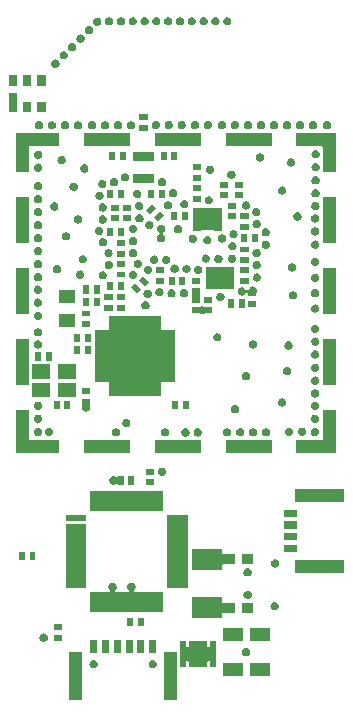
<source format=gbr>
G04 #@! TF.GenerationSoftware,KiCad,Pcbnew,(5.1.4)-1*
G04 #@! TF.CreationDate,2020-12-03T17:42:17+01:00*
G04 #@! TF.ProjectId,LoRa_Balloon,4c6f5261-5f42-4616-9c6c-6f6f6e2e6b69,2*
G04 #@! TF.SameCoordinates,Original*
G04 #@! TF.FileFunction,Soldermask,Top*
G04 #@! TF.FilePolarity,Negative*
%FSLAX46Y46*%
G04 Gerber Fmt 4.6, Leading zero omitted, Abs format (unit mm)*
G04 Created by KiCad (PCBNEW (5.1.4)-1) date 2020-12-03 17:42:17*
%MOMM*%
%LPD*%
G04 APERTURE LIST*
%ADD10C,0.100000*%
G04 APERTURE END LIST*
D10*
G36*
X115242300Y-161462780D02*
G01*
X114140300Y-161462780D01*
X114140300Y-157360780D01*
X115242300Y-157360780D01*
X115242300Y-161462780D01*
X115242300Y-161462780D01*
G37*
G36*
X107242300Y-161462780D02*
G01*
X106140300Y-161462780D01*
X106140300Y-157360780D01*
X107242300Y-157360780D01*
X107242300Y-161462780D01*
X107242300Y-161462780D01*
G37*
G36*
X120810760Y-159431860D02*
G01*
X119108760Y-159431860D01*
X119108760Y-158329860D01*
X120810760Y-158329860D01*
X120810760Y-159431860D01*
X120810760Y-159431860D01*
G37*
G36*
X123109460Y-159431860D02*
G01*
X121407460Y-159431860D01*
X121407460Y-158329860D01*
X123109460Y-158329860D01*
X123109460Y-159431860D01*
X123109460Y-159431860D01*
G37*
G36*
X113293683Y-158074589D02*
G01*
X113293686Y-158074590D01*
X113293685Y-158074590D01*
X113357558Y-158101046D01*
X113415048Y-158139460D01*
X113463940Y-158188352D01*
X113502354Y-158245842D01*
X113523924Y-158297918D01*
X113528811Y-158309717D01*
X113542300Y-158377530D01*
X113542300Y-158446670D01*
X113528811Y-158514483D01*
X113528810Y-158514485D01*
X113502354Y-158578358D01*
X113463940Y-158635848D01*
X113415048Y-158684740D01*
X113357558Y-158723154D01*
X113305482Y-158744724D01*
X113293683Y-158749611D01*
X113225870Y-158763100D01*
X113156730Y-158763100D01*
X113088917Y-158749611D01*
X113077118Y-158744724D01*
X113025042Y-158723154D01*
X112967552Y-158684740D01*
X112918660Y-158635848D01*
X112880246Y-158578358D01*
X112853790Y-158514485D01*
X112853789Y-158514483D01*
X112840300Y-158446670D01*
X112840300Y-158377530D01*
X112853789Y-158309717D01*
X112858676Y-158297918D01*
X112880246Y-158245842D01*
X112918660Y-158188352D01*
X112967552Y-158139460D01*
X113025042Y-158101046D01*
X113088915Y-158074590D01*
X113088914Y-158074590D01*
X113088917Y-158074589D01*
X113156730Y-158061100D01*
X113225870Y-158061100D01*
X113293683Y-158074589D01*
X113293683Y-158074589D01*
G37*
G36*
X108293683Y-158074589D02*
G01*
X108293686Y-158074590D01*
X108293685Y-158074590D01*
X108357558Y-158101046D01*
X108415048Y-158139460D01*
X108463940Y-158188352D01*
X108502354Y-158245842D01*
X108523924Y-158297918D01*
X108528811Y-158309717D01*
X108542300Y-158377530D01*
X108542300Y-158446670D01*
X108528811Y-158514483D01*
X108528810Y-158514485D01*
X108502354Y-158578358D01*
X108463940Y-158635848D01*
X108415048Y-158684740D01*
X108357558Y-158723154D01*
X108305482Y-158744724D01*
X108293683Y-158749611D01*
X108225870Y-158763100D01*
X108156730Y-158763100D01*
X108088917Y-158749611D01*
X108077118Y-158744724D01*
X108025042Y-158723154D01*
X107967552Y-158684740D01*
X107918660Y-158635848D01*
X107880246Y-158578358D01*
X107853790Y-158514485D01*
X107853789Y-158514483D01*
X107840300Y-158446670D01*
X107840300Y-158377530D01*
X107853789Y-158309717D01*
X107858676Y-158297918D01*
X107880246Y-158245842D01*
X107918660Y-158188352D01*
X107967552Y-158139460D01*
X108025042Y-158101046D01*
X108088915Y-158074590D01*
X108088914Y-158074590D01*
X108088917Y-158074589D01*
X108156730Y-158061100D01*
X108225870Y-158061100D01*
X108293683Y-158074589D01*
X108293683Y-158074589D01*
G37*
G36*
X115984680Y-156827581D02*
G01*
X115987082Y-156851967D01*
X115994195Y-156875416D01*
X116005746Y-156897027D01*
X116021291Y-156915969D01*
X116040233Y-156931514D01*
X116061844Y-156943065D01*
X116085293Y-156950178D01*
X116109679Y-156952580D01*
X116132681Y-156952580D01*
X116157067Y-156950178D01*
X116180516Y-156943065D01*
X116202127Y-156931514D01*
X116221069Y-156915969D01*
X116236614Y-156897027D01*
X116248165Y-156875416D01*
X116255278Y-156851967D01*
X116257680Y-156827581D01*
X116257680Y-156452580D01*
X117809680Y-156452580D01*
X117809680Y-156827581D01*
X117812082Y-156851967D01*
X117819195Y-156875416D01*
X117830746Y-156897027D01*
X117846291Y-156915969D01*
X117865233Y-156931514D01*
X117886844Y-156943065D01*
X117910293Y-156950178D01*
X117934679Y-156952580D01*
X117957681Y-156952580D01*
X117982067Y-156950178D01*
X118005516Y-156943065D01*
X118027127Y-156931514D01*
X118046069Y-156915969D01*
X118061614Y-156897027D01*
X118073165Y-156875416D01*
X118080278Y-156851967D01*
X118082680Y-156827581D01*
X118082680Y-156452580D01*
X118534680Y-156452580D01*
X118534680Y-158654580D01*
X118082680Y-158654580D01*
X118082680Y-158279579D01*
X118080278Y-158255193D01*
X118073165Y-158231744D01*
X118061614Y-158210133D01*
X118046069Y-158191191D01*
X118027127Y-158175646D01*
X118005516Y-158164095D01*
X117982067Y-158156982D01*
X117957681Y-158154580D01*
X117934679Y-158154580D01*
X117910293Y-158156982D01*
X117886844Y-158164095D01*
X117865233Y-158175646D01*
X117846291Y-158191191D01*
X117830746Y-158210133D01*
X117819195Y-158231744D01*
X117812082Y-158255193D01*
X117809680Y-158279579D01*
X117809680Y-158654580D01*
X116257680Y-158654580D01*
X116257680Y-158279579D01*
X116255278Y-158255193D01*
X116248165Y-158231744D01*
X116236614Y-158210133D01*
X116221069Y-158191191D01*
X116202127Y-158175646D01*
X116180516Y-158164095D01*
X116157067Y-158156982D01*
X116132681Y-158154580D01*
X116109679Y-158154580D01*
X116085293Y-158156982D01*
X116061844Y-158164095D01*
X116040233Y-158175646D01*
X116021291Y-158191191D01*
X116005746Y-158210133D01*
X115994195Y-158231744D01*
X115987082Y-158255193D01*
X115984680Y-158279579D01*
X115984680Y-158654580D01*
X115532680Y-158654580D01*
X115532680Y-156452580D01*
X115984680Y-156452580D01*
X115984680Y-156827581D01*
X115984680Y-156827581D01*
G37*
G36*
X121202603Y-157043349D02*
G01*
X121202606Y-157043350D01*
X121202605Y-157043350D01*
X121266478Y-157069806D01*
X121323968Y-157108220D01*
X121372860Y-157157112D01*
X121411274Y-157214602D01*
X121422841Y-157242528D01*
X121437731Y-157278477D01*
X121451220Y-157346290D01*
X121451220Y-157415430D01*
X121437731Y-157483243D01*
X121437730Y-157483245D01*
X121411274Y-157547118D01*
X121372860Y-157604608D01*
X121323968Y-157653500D01*
X121266478Y-157691914D01*
X121214402Y-157713484D01*
X121202603Y-157718371D01*
X121134790Y-157731860D01*
X121065650Y-157731860D01*
X120997837Y-157718371D01*
X120986038Y-157713484D01*
X120933962Y-157691914D01*
X120876472Y-157653500D01*
X120827580Y-157604608D01*
X120789166Y-157547118D01*
X120762710Y-157483245D01*
X120762709Y-157483243D01*
X120749220Y-157415430D01*
X120749220Y-157346290D01*
X120762709Y-157278477D01*
X120777599Y-157242528D01*
X120789166Y-157214602D01*
X120827580Y-157157112D01*
X120876472Y-157108220D01*
X120933962Y-157069806D01*
X120997835Y-157043350D01*
X120997834Y-157043350D01*
X120997837Y-157043349D01*
X121065650Y-157029860D01*
X121134790Y-157029860D01*
X121202603Y-157043349D01*
X121202603Y-157043349D01*
G37*
G36*
X112492300Y-157462780D02*
G01*
X111890300Y-157462780D01*
X111890300Y-156360780D01*
X112492300Y-156360780D01*
X112492300Y-157462780D01*
X112492300Y-157462780D01*
G37*
G36*
X109492300Y-157462780D02*
G01*
X108890300Y-157462780D01*
X108890300Y-156360780D01*
X109492300Y-156360780D01*
X109492300Y-157462780D01*
X109492300Y-157462780D01*
G37*
G36*
X113492300Y-157462780D02*
G01*
X112890300Y-157462780D01*
X112890300Y-156360780D01*
X113492300Y-156360780D01*
X113492300Y-157462780D01*
X113492300Y-157462780D01*
G37*
G36*
X110492300Y-157462780D02*
G01*
X109890300Y-157462780D01*
X109890300Y-156360780D01*
X110492300Y-156360780D01*
X110492300Y-157462780D01*
X110492300Y-157462780D01*
G37*
G36*
X111492300Y-157462780D02*
G01*
X110890300Y-157462780D01*
X110890300Y-156360780D01*
X111492300Y-156360780D01*
X111492300Y-157462780D01*
X111492300Y-157462780D01*
G37*
G36*
X108492300Y-157462780D02*
G01*
X107890300Y-157462780D01*
X107890300Y-156360780D01*
X108492300Y-156360780D01*
X108492300Y-157462780D01*
X108492300Y-157462780D01*
G37*
G36*
X104049983Y-155819909D02*
G01*
X104049986Y-155819910D01*
X104049985Y-155819910D01*
X104113858Y-155846366D01*
X104171348Y-155884780D01*
X104220240Y-155933672D01*
X104258654Y-155991162D01*
X104280224Y-156043238D01*
X104285111Y-156055037D01*
X104298600Y-156122850D01*
X104298600Y-156191990D01*
X104285111Y-156259803D01*
X104285110Y-156259805D01*
X104258654Y-156323678D01*
X104220240Y-156381168D01*
X104171348Y-156430060D01*
X104113858Y-156468474D01*
X104061782Y-156490044D01*
X104049983Y-156494931D01*
X103982170Y-156508420D01*
X103913030Y-156508420D01*
X103845217Y-156494931D01*
X103833418Y-156490044D01*
X103781342Y-156468474D01*
X103723852Y-156430060D01*
X103674960Y-156381168D01*
X103636546Y-156323678D01*
X103610090Y-156259805D01*
X103610089Y-156259803D01*
X103596600Y-156191990D01*
X103596600Y-156122850D01*
X103610089Y-156055037D01*
X103614976Y-156043238D01*
X103636546Y-155991162D01*
X103674960Y-155933672D01*
X103723852Y-155884780D01*
X103781342Y-155846366D01*
X103845215Y-155819910D01*
X103845214Y-155819910D01*
X103845217Y-155819909D01*
X103913030Y-155806420D01*
X103982170Y-155806420D01*
X104049983Y-155819909D01*
X104049983Y-155819909D01*
G37*
G36*
X120810760Y-156431860D02*
G01*
X119108760Y-156431860D01*
X119108760Y-155329860D01*
X120810760Y-155329860D01*
X120810760Y-156431860D01*
X120810760Y-156431860D01*
G37*
G36*
X123109460Y-156431860D02*
G01*
X121407460Y-156431860D01*
X121407460Y-155329860D01*
X123109460Y-155329860D01*
X123109460Y-156431860D01*
X123109460Y-156431860D01*
G37*
G36*
X105545740Y-156408420D02*
G01*
X104843740Y-156408420D01*
X104843740Y-155906420D01*
X105545740Y-155906420D01*
X105545740Y-156408420D01*
X105545740Y-156408420D01*
G37*
G36*
X105545740Y-155508420D02*
G01*
X104843740Y-155508420D01*
X104843740Y-155006420D01*
X105545740Y-155006420D01*
X105545740Y-155508420D01*
X105545740Y-155508420D01*
G37*
G36*
X112443860Y-155209640D02*
G01*
X111941860Y-155209640D01*
X111941860Y-154507640D01*
X112443860Y-154507640D01*
X112443860Y-155209640D01*
X112443860Y-155209640D01*
G37*
G36*
X111543860Y-155209640D02*
G01*
X111041860Y-155209640D01*
X111041860Y-154507640D01*
X111543860Y-154507640D01*
X111543860Y-155209640D01*
X111543860Y-155209640D01*
G37*
G36*
X119031440Y-153081041D02*
G01*
X119033842Y-153105427D01*
X119040955Y-153128876D01*
X119052506Y-153150487D01*
X119068051Y-153169429D01*
X119086993Y-153184974D01*
X119108604Y-153196525D01*
X119132053Y-153203638D01*
X119156439Y-153206040D01*
X120178920Y-153206040D01*
X120178920Y-154058040D01*
X119156439Y-154058040D01*
X119132053Y-154060442D01*
X119108604Y-154067555D01*
X119086993Y-154079106D01*
X119068051Y-154094651D01*
X119052506Y-154113593D01*
X119040955Y-154135204D01*
X119033842Y-154158653D01*
X119031440Y-154183039D01*
X119031440Y-154533040D01*
X116529440Y-154533040D01*
X116529440Y-152731040D01*
X119031440Y-152731040D01*
X119031440Y-153081041D01*
X119031440Y-153081041D01*
G37*
G36*
X121678920Y-154058040D02*
G01*
X120776920Y-154058040D01*
X120776920Y-153206040D01*
X121678920Y-153206040D01*
X121678920Y-154058040D01*
X121678920Y-154058040D01*
G37*
G36*
X109891983Y-151508689D02*
G01*
X109891986Y-151508690D01*
X109891985Y-151508690D01*
X109955858Y-151535146D01*
X110013348Y-151573560D01*
X110062240Y-151622452D01*
X110100654Y-151679942D01*
X110122224Y-151732018D01*
X110127111Y-151743817D01*
X110140600Y-151811630D01*
X110140600Y-151880770D01*
X110127111Y-151948583D01*
X110127110Y-151948585D01*
X110100654Y-152012458D01*
X110062240Y-152069948D01*
X110045035Y-152087153D01*
X110029490Y-152106095D01*
X110017939Y-152127706D01*
X110010826Y-152151155D01*
X110008424Y-152175541D01*
X110010826Y-152199927D01*
X110017939Y-152223376D01*
X110029490Y-152244987D01*
X110045035Y-152263929D01*
X110063977Y-152279474D01*
X110085588Y-152291025D01*
X110109037Y-152298138D01*
X110133423Y-152300540D01*
X111045977Y-152300540D01*
X111070363Y-152298138D01*
X111093812Y-152291025D01*
X111115423Y-152279474D01*
X111134365Y-152263929D01*
X111149910Y-152244987D01*
X111161461Y-152223376D01*
X111168574Y-152199927D01*
X111170976Y-152175541D01*
X111168574Y-152151155D01*
X111161461Y-152127706D01*
X111149910Y-152106095D01*
X111134365Y-152087153D01*
X111117160Y-152069948D01*
X111078746Y-152012458D01*
X111052290Y-151948585D01*
X111052289Y-151948583D01*
X111038800Y-151880770D01*
X111038800Y-151811630D01*
X111052289Y-151743817D01*
X111057176Y-151732018D01*
X111078746Y-151679942D01*
X111117160Y-151622452D01*
X111166052Y-151573560D01*
X111223542Y-151535146D01*
X111287415Y-151508690D01*
X111287414Y-151508690D01*
X111287417Y-151508689D01*
X111355230Y-151495200D01*
X111424370Y-151495200D01*
X111492183Y-151508689D01*
X111492186Y-151508690D01*
X111492185Y-151508690D01*
X111556058Y-151535146D01*
X111613548Y-151573560D01*
X111662440Y-151622452D01*
X111700854Y-151679942D01*
X111722424Y-151732018D01*
X111727311Y-151743817D01*
X111740800Y-151811630D01*
X111740800Y-151880770D01*
X111727311Y-151948583D01*
X111727310Y-151948585D01*
X111700854Y-152012458D01*
X111662440Y-152069948D01*
X111645235Y-152087153D01*
X111629690Y-152106095D01*
X111618139Y-152127706D01*
X111611026Y-152151155D01*
X111608624Y-152175541D01*
X111611026Y-152199927D01*
X111618139Y-152223376D01*
X111629690Y-152244987D01*
X111645235Y-152263929D01*
X111664177Y-152279474D01*
X111685788Y-152291025D01*
X111709237Y-152298138D01*
X111733623Y-152300540D01*
X114067020Y-152300540D01*
X114067020Y-154002540D01*
X107915020Y-154002540D01*
X107915020Y-152300540D01*
X109445777Y-152300540D01*
X109470163Y-152298138D01*
X109493612Y-152291025D01*
X109515223Y-152279474D01*
X109534165Y-152263929D01*
X109549710Y-152244987D01*
X109561261Y-152223376D01*
X109568374Y-152199927D01*
X109570776Y-152175541D01*
X109568374Y-152151155D01*
X109561261Y-152127706D01*
X109549710Y-152106095D01*
X109534165Y-152087153D01*
X109516960Y-152069948D01*
X109478546Y-152012458D01*
X109452090Y-151948585D01*
X109452089Y-151948583D01*
X109438600Y-151880770D01*
X109438600Y-151811630D01*
X109452089Y-151743817D01*
X109456976Y-151732018D01*
X109478546Y-151679942D01*
X109516960Y-151622452D01*
X109565852Y-151573560D01*
X109623342Y-151535146D01*
X109687215Y-151508690D01*
X109687214Y-151508690D01*
X109687217Y-151508689D01*
X109755030Y-151495200D01*
X109824170Y-151495200D01*
X109891983Y-151508689D01*
X109891983Y-151508689D01*
G37*
G36*
X123612383Y-153162489D02*
G01*
X123612386Y-153162490D01*
X123612385Y-153162490D01*
X123676258Y-153188946D01*
X123733748Y-153227360D01*
X123782640Y-153276252D01*
X123821054Y-153333742D01*
X123842624Y-153385818D01*
X123847511Y-153397617D01*
X123861000Y-153465430D01*
X123861000Y-153534570D01*
X123847511Y-153602383D01*
X123847510Y-153602385D01*
X123821054Y-153666258D01*
X123782640Y-153723748D01*
X123733748Y-153772640D01*
X123676258Y-153811054D01*
X123624182Y-153832624D01*
X123612383Y-153837511D01*
X123544570Y-153851000D01*
X123475430Y-153851000D01*
X123407617Y-153837511D01*
X123395818Y-153832624D01*
X123343742Y-153811054D01*
X123286252Y-153772640D01*
X123237360Y-153723748D01*
X123198946Y-153666258D01*
X123172490Y-153602385D01*
X123172489Y-153602383D01*
X123159000Y-153534570D01*
X123159000Y-153465430D01*
X123172489Y-153397617D01*
X123177376Y-153385818D01*
X123198946Y-153333742D01*
X123237360Y-153276252D01*
X123286252Y-153227360D01*
X123343742Y-153188946D01*
X123407615Y-153162490D01*
X123407614Y-153162490D01*
X123407617Y-153162489D01*
X123475430Y-153149000D01*
X123544570Y-153149000D01*
X123612383Y-153162489D01*
X123612383Y-153162489D01*
G37*
G36*
X121330303Y-152192489D02*
G01*
X121330306Y-152192490D01*
X121330305Y-152192490D01*
X121394178Y-152218946D01*
X121451668Y-152257360D01*
X121500560Y-152306252D01*
X121538974Y-152363742D01*
X121560544Y-152415818D01*
X121565431Y-152427617D01*
X121578920Y-152495430D01*
X121578920Y-152564570D01*
X121565431Y-152632383D01*
X121565430Y-152632385D01*
X121538974Y-152696258D01*
X121500560Y-152753748D01*
X121451668Y-152802640D01*
X121394178Y-152841054D01*
X121342102Y-152862624D01*
X121330303Y-152867511D01*
X121262490Y-152881000D01*
X121193350Y-152881000D01*
X121125537Y-152867511D01*
X121113738Y-152862624D01*
X121061662Y-152841054D01*
X121004172Y-152802640D01*
X120955280Y-152753748D01*
X120916866Y-152696258D01*
X120890410Y-152632385D01*
X120890409Y-152632383D01*
X120876920Y-152564570D01*
X120876920Y-152495430D01*
X120890409Y-152427617D01*
X120895296Y-152415818D01*
X120916866Y-152363742D01*
X120955280Y-152306252D01*
X121004172Y-152257360D01*
X121061662Y-152218946D01*
X121125535Y-152192490D01*
X121125534Y-152192490D01*
X121125537Y-152192489D01*
X121193350Y-152179000D01*
X121262490Y-152179000D01*
X121330303Y-152192489D01*
X121330303Y-152192489D01*
G37*
G36*
X107542020Y-151927540D02*
G01*
X105840020Y-151927540D01*
X105840020Y-146575540D01*
X107542020Y-146575540D01*
X107542020Y-151927540D01*
X107542020Y-151927540D01*
G37*
G36*
X116142020Y-151927540D02*
G01*
X114440020Y-151927540D01*
X114440020Y-145775540D01*
X116142020Y-145775540D01*
X116142020Y-151927540D01*
X116142020Y-151927540D01*
G37*
G36*
X121330303Y-150292489D02*
G01*
X121330306Y-150292490D01*
X121330305Y-150292490D01*
X121394178Y-150318946D01*
X121451668Y-150357360D01*
X121500560Y-150406252D01*
X121538974Y-150463742D01*
X121560544Y-150515818D01*
X121565431Y-150527617D01*
X121578920Y-150595430D01*
X121578920Y-150664570D01*
X121565431Y-150732383D01*
X121565430Y-150732385D01*
X121538974Y-150796258D01*
X121500560Y-150853748D01*
X121451668Y-150902640D01*
X121394178Y-150941054D01*
X121342102Y-150962624D01*
X121330303Y-150967511D01*
X121262490Y-150981000D01*
X121193350Y-150981000D01*
X121125537Y-150967511D01*
X121113738Y-150962624D01*
X121061662Y-150941054D01*
X121004172Y-150902640D01*
X120955280Y-150853748D01*
X120916866Y-150796258D01*
X120890410Y-150732385D01*
X120890409Y-150732383D01*
X120876920Y-150664570D01*
X120876920Y-150595430D01*
X120890409Y-150527617D01*
X120895296Y-150515818D01*
X120916866Y-150463742D01*
X120955280Y-150406252D01*
X121004172Y-150357360D01*
X121061662Y-150318946D01*
X121125535Y-150292490D01*
X121125534Y-150292490D01*
X121125537Y-150292489D01*
X121193350Y-150279000D01*
X121262490Y-150279000D01*
X121330303Y-150292489D01*
X121330303Y-150292489D01*
G37*
G36*
X129381000Y-150671000D02*
G01*
X125279000Y-150671000D01*
X125279000Y-149569000D01*
X129381000Y-149569000D01*
X129381000Y-150671000D01*
X129381000Y-150671000D01*
G37*
G36*
X119031440Y-148981041D02*
G01*
X119033842Y-149005427D01*
X119040955Y-149028876D01*
X119052506Y-149050487D01*
X119068051Y-149069429D01*
X119086993Y-149084974D01*
X119108604Y-149096525D01*
X119132053Y-149103638D01*
X119156439Y-149106040D01*
X120178920Y-149106040D01*
X120178920Y-149958040D01*
X119156439Y-149958040D01*
X119132053Y-149960442D01*
X119108604Y-149967555D01*
X119086993Y-149979106D01*
X119068051Y-149994651D01*
X119052506Y-150013593D01*
X119040955Y-150035204D01*
X119033842Y-150058653D01*
X119031440Y-150083039D01*
X119031440Y-150433040D01*
X116529440Y-150433040D01*
X116529440Y-148631040D01*
X119031440Y-148631040D01*
X119031440Y-148981041D01*
X119031440Y-148981041D01*
G37*
G36*
X123662383Y-149532489D02*
G01*
X123662386Y-149532490D01*
X123662385Y-149532490D01*
X123726258Y-149558946D01*
X123783748Y-149597360D01*
X123832640Y-149646252D01*
X123871054Y-149703742D01*
X123892624Y-149755818D01*
X123897511Y-149767617D01*
X123911000Y-149835430D01*
X123911000Y-149904570D01*
X123897511Y-149972383D01*
X123897510Y-149972385D01*
X123871054Y-150036258D01*
X123832640Y-150093748D01*
X123783748Y-150142640D01*
X123726258Y-150181054D01*
X123674182Y-150202624D01*
X123662383Y-150207511D01*
X123594570Y-150221000D01*
X123525430Y-150221000D01*
X123457617Y-150207511D01*
X123445818Y-150202624D01*
X123393742Y-150181054D01*
X123336252Y-150142640D01*
X123287360Y-150093748D01*
X123248946Y-150036258D01*
X123222490Y-149972385D01*
X123222489Y-149972383D01*
X123209000Y-149904570D01*
X123209000Y-149835430D01*
X123222489Y-149767617D01*
X123227376Y-149755818D01*
X123248946Y-149703742D01*
X123287360Y-149646252D01*
X123336252Y-149597360D01*
X123393742Y-149558946D01*
X123457615Y-149532490D01*
X123457614Y-149532490D01*
X123457617Y-149532489D01*
X123525430Y-149519000D01*
X123594570Y-149519000D01*
X123662383Y-149532489D01*
X123662383Y-149532489D01*
G37*
G36*
X121678920Y-149958040D02*
G01*
X120776920Y-149958040D01*
X120776920Y-149106040D01*
X121678920Y-149106040D01*
X121678920Y-149958040D01*
X121678920Y-149958040D01*
G37*
G36*
X103266840Y-149602540D02*
G01*
X102764840Y-149602540D01*
X102764840Y-148900540D01*
X103266840Y-148900540D01*
X103266840Y-149602540D01*
X103266840Y-149602540D01*
G37*
G36*
X102366840Y-149602540D02*
G01*
X101864840Y-149602540D01*
X101864840Y-148900540D01*
X102366840Y-148900540D01*
X102366840Y-149602540D01*
X102366840Y-149602540D01*
G37*
G36*
X125381000Y-148921000D02*
G01*
X124279000Y-148921000D01*
X124279000Y-148319000D01*
X125381000Y-148319000D01*
X125381000Y-148921000D01*
X125381000Y-148921000D01*
G37*
G36*
X125381000Y-147921000D02*
G01*
X124279000Y-147921000D01*
X124279000Y-147319000D01*
X125381000Y-147319000D01*
X125381000Y-147921000D01*
X125381000Y-147921000D01*
G37*
G36*
X125381000Y-146921000D02*
G01*
X124279000Y-146921000D01*
X124279000Y-146319000D01*
X125381000Y-146319000D01*
X125381000Y-146921000D01*
X125381000Y-146921000D01*
G37*
G36*
X107542020Y-146308140D02*
G01*
X105840020Y-146308140D01*
X105840020Y-145756140D01*
X107542020Y-145756140D01*
X107542020Y-146308140D01*
X107542020Y-146308140D01*
G37*
G36*
X125381000Y-145921000D02*
G01*
X124279000Y-145921000D01*
X124279000Y-145319000D01*
X125381000Y-145319000D01*
X125381000Y-145921000D01*
X125381000Y-145921000D01*
G37*
G36*
X114067020Y-145402540D02*
G01*
X107915020Y-145402540D01*
X107915020Y-143700540D01*
X114067020Y-143700540D01*
X114067020Y-145402540D01*
X114067020Y-145402540D01*
G37*
G36*
X129381000Y-144671000D02*
G01*
X125279000Y-144671000D01*
X125279000Y-143569000D01*
X129381000Y-143569000D01*
X129381000Y-144671000D01*
X129381000Y-144671000D01*
G37*
G36*
X113341000Y-143253340D02*
G01*
X112639000Y-143253340D01*
X112639000Y-142751340D01*
X113341000Y-142751340D01*
X113341000Y-143253340D01*
X113341000Y-143253340D01*
G37*
G36*
X111643340Y-143197980D02*
G01*
X111141340Y-143197980D01*
X111141340Y-142495980D01*
X111643340Y-142495980D01*
X111643340Y-143197980D01*
X111643340Y-143197980D01*
G37*
G36*
X109968183Y-142504389D02*
G01*
X109968186Y-142504390D01*
X109968185Y-142504390D01*
X110032058Y-142530846D01*
X110046895Y-142540760D01*
X110068506Y-142552311D01*
X110091955Y-142559424D01*
X110116341Y-142561826D01*
X110140727Y-142559424D01*
X110164176Y-142552311D01*
X110185786Y-142540760D01*
X110204728Y-142525215D01*
X110220274Y-142506273D01*
X110225776Y-142495980D01*
X110743340Y-142495980D01*
X110743340Y-143197980D01*
X110231206Y-143197980D01*
X110220274Y-143177527D01*
X110204729Y-143158585D01*
X110185787Y-143143040D01*
X110164176Y-143131489D01*
X110140727Y-143124376D01*
X110116341Y-143121974D01*
X110091955Y-143124376D01*
X110068506Y-143131489D01*
X110046895Y-143143040D01*
X110032058Y-143152954D01*
X109979982Y-143174524D01*
X109968183Y-143179411D01*
X109900370Y-143192900D01*
X109831230Y-143192900D01*
X109763417Y-143179411D01*
X109751618Y-143174524D01*
X109699542Y-143152954D01*
X109642052Y-143114540D01*
X109593160Y-143065648D01*
X109554746Y-143008158D01*
X109528290Y-142944285D01*
X109528289Y-142944283D01*
X109514800Y-142876470D01*
X109514800Y-142807330D01*
X109528289Y-142739517D01*
X109533176Y-142727718D01*
X109554746Y-142675642D01*
X109593160Y-142618152D01*
X109642052Y-142569260D01*
X109699542Y-142530846D01*
X109763415Y-142504390D01*
X109763414Y-142504390D01*
X109763417Y-142504389D01*
X109831230Y-142490900D01*
X109900370Y-142490900D01*
X109968183Y-142504389D01*
X109968183Y-142504389D01*
G37*
G36*
X114070283Y-141767789D02*
G01*
X114070286Y-141767790D01*
X114070285Y-141767790D01*
X114134158Y-141794246D01*
X114191648Y-141832660D01*
X114240540Y-141881552D01*
X114278954Y-141939042D01*
X114300524Y-141991118D01*
X114305411Y-142002917D01*
X114318900Y-142070730D01*
X114318900Y-142139870D01*
X114305411Y-142207683D01*
X114305410Y-142207685D01*
X114278954Y-142271558D01*
X114240540Y-142329048D01*
X114191648Y-142377940D01*
X114134158Y-142416354D01*
X114082082Y-142437924D01*
X114070283Y-142442811D01*
X114002470Y-142456300D01*
X113933330Y-142456300D01*
X113865517Y-142442811D01*
X113853718Y-142437924D01*
X113801642Y-142416354D01*
X113744152Y-142377940D01*
X113695260Y-142329048D01*
X113656846Y-142271558D01*
X113630390Y-142207685D01*
X113630389Y-142207683D01*
X113616900Y-142139870D01*
X113616900Y-142070730D01*
X113630389Y-142002917D01*
X113635276Y-141991118D01*
X113656846Y-141939042D01*
X113695260Y-141881552D01*
X113744152Y-141832660D01*
X113801642Y-141794246D01*
X113865515Y-141767790D01*
X113865514Y-141767790D01*
X113865517Y-141767789D01*
X113933330Y-141754300D01*
X114002470Y-141754300D01*
X114070283Y-141767789D01*
X114070283Y-141767789D01*
G37*
G36*
X113341000Y-142353340D02*
G01*
X112639000Y-142353340D01*
X112639000Y-141851340D01*
X113341000Y-141851340D01*
X113341000Y-142353340D01*
X113341000Y-142353340D01*
G37*
G36*
X111265200Y-140543400D02*
G01*
X107363200Y-140543400D01*
X107363200Y-139441400D01*
X111265200Y-139441400D01*
X111265200Y-140543400D01*
X111265200Y-140543400D01*
G37*
G36*
X123265200Y-140543400D02*
G01*
X119363200Y-140543400D01*
X119363200Y-139441400D01*
X123265200Y-139441400D01*
X123265200Y-140543400D01*
X123265200Y-140543400D01*
G37*
G36*
X102695200Y-139316401D02*
G01*
X102697602Y-139340787D01*
X102704715Y-139364236D01*
X102716266Y-139385847D01*
X102731811Y-139404789D01*
X102750753Y-139420334D01*
X102772364Y-139431885D01*
X102795813Y-139438998D01*
X102820199Y-139441400D01*
X105265200Y-139441400D01*
X105265200Y-140543400D01*
X101593200Y-140543400D01*
X101593200Y-136871400D01*
X102695200Y-136871400D01*
X102695200Y-139316401D01*
X102695200Y-139316401D01*
G37*
G36*
X117265200Y-140543400D02*
G01*
X113363200Y-140543400D01*
X113363200Y-139441400D01*
X117265200Y-139441400D01*
X117265200Y-140543400D01*
X117265200Y-140543400D01*
G37*
G36*
X128705200Y-140543400D02*
G01*
X125363200Y-140543400D01*
X125363200Y-139441400D01*
X127478201Y-139441400D01*
X127502587Y-139438998D01*
X127526036Y-139431885D01*
X127547647Y-139420334D01*
X127566589Y-139404789D01*
X127582134Y-139385847D01*
X127593685Y-139364236D01*
X127600798Y-139340787D01*
X127603200Y-139316401D01*
X127603200Y-136871400D01*
X128705200Y-136871400D01*
X128705200Y-140543400D01*
X128705200Y-140543400D01*
G37*
G36*
X116059103Y-138442929D02*
G01*
X116059106Y-138442930D01*
X116059105Y-138442930D01*
X116122978Y-138469386D01*
X116180468Y-138507800D01*
X116229360Y-138556692D01*
X116267774Y-138614182D01*
X116280883Y-138645831D01*
X116294231Y-138678057D01*
X116307720Y-138745870D01*
X116307720Y-138815010D01*
X116294231Y-138882823D01*
X116294230Y-138882825D01*
X116267774Y-138946698D01*
X116229360Y-139004188D01*
X116180468Y-139053080D01*
X116122978Y-139091494D01*
X116089764Y-139105251D01*
X116059103Y-139117951D01*
X115991290Y-139131440D01*
X115922150Y-139131440D01*
X115854337Y-139117951D01*
X115823676Y-139105251D01*
X115790462Y-139091494D01*
X115732972Y-139053080D01*
X115684080Y-139004188D01*
X115645666Y-138946698D01*
X115619210Y-138882825D01*
X115619209Y-138882823D01*
X115605720Y-138815010D01*
X115605720Y-138745870D01*
X115619209Y-138678057D01*
X115632557Y-138645831D01*
X115645666Y-138614182D01*
X115684080Y-138556692D01*
X115732972Y-138507800D01*
X115790462Y-138469386D01*
X115854335Y-138442930D01*
X115854334Y-138442930D01*
X115854337Y-138442929D01*
X115922150Y-138429440D01*
X115991290Y-138429440D01*
X116059103Y-138442929D01*
X116059103Y-138442929D01*
G37*
G36*
X117105583Y-138440389D02*
G01*
X117117382Y-138445276D01*
X117169458Y-138466846D01*
X117226948Y-138505260D01*
X117275840Y-138554152D01*
X117314254Y-138611642D01*
X117328415Y-138645831D01*
X117340711Y-138675517D01*
X117354200Y-138743330D01*
X117354200Y-138812470D01*
X117340711Y-138880283D01*
X117340710Y-138880285D01*
X117314254Y-138944158D01*
X117275840Y-139001648D01*
X117226948Y-139050540D01*
X117169458Y-139088954D01*
X117117382Y-139110524D01*
X117105583Y-139115411D01*
X117037770Y-139128900D01*
X116968630Y-139128900D01*
X116900817Y-139115411D01*
X116889018Y-139110524D01*
X116836942Y-139088954D01*
X116779452Y-139050540D01*
X116730560Y-139001648D01*
X116692146Y-138944158D01*
X116665690Y-138880285D01*
X116665689Y-138880283D01*
X116652200Y-138812470D01*
X116652200Y-138743330D01*
X116665689Y-138675517D01*
X116677985Y-138645831D01*
X116692146Y-138611642D01*
X116730560Y-138554152D01*
X116779452Y-138505260D01*
X116836942Y-138466846D01*
X116889018Y-138445276D01*
X116900817Y-138440389D01*
X116968630Y-138426900D01*
X117037770Y-138426900D01*
X117105583Y-138440389D01*
X117105583Y-138440389D01*
G37*
G36*
X121774103Y-138432769D02*
G01*
X121774106Y-138432770D01*
X121774105Y-138432770D01*
X121837978Y-138459226D01*
X121895468Y-138497640D01*
X121944360Y-138546532D01*
X121982774Y-138604022D01*
X122004344Y-138656098D01*
X122009231Y-138667897D01*
X122022720Y-138735710D01*
X122022720Y-138804850D01*
X122009231Y-138872663D01*
X122009230Y-138872665D01*
X121982774Y-138936538D01*
X121944360Y-138994028D01*
X121895468Y-139042920D01*
X121837978Y-139081334D01*
X121786370Y-139102710D01*
X121774103Y-139107791D01*
X121706290Y-139121280D01*
X121637150Y-139121280D01*
X121569337Y-139107791D01*
X121557070Y-139102710D01*
X121505462Y-139081334D01*
X121447972Y-139042920D01*
X121399080Y-138994028D01*
X121360666Y-138936538D01*
X121334210Y-138872665D01*
X121334209Y-138872663D01*
X121320720Y-138804850D01*
X121320720Y-138735710D01*
X121334209Y-138667897D01*
X121339096Y-138656098D01*
X121360666Y-138604022D01*
X121399080Y-138546532D01*
X121447972Y-138497640D01*
X121505462Y-138459226D01*
X121569335Y-138432770D01*
X121569334Y-138432770D01*
X121569337Y-138432769D01*
X121637150Y-138419280D01*
X121706290Y-138419280D01*
X121774103Y-138432769D01*
X121774103Y-138432769D01*
G37*
G36*
X119584623Y-138432769D02*
G01*
X119584626Y-138432770D01*
X119584625Y-138432770D01*
X119648498Y-138459226D01*
X119705988Y-138497640D01*
X119754880Y-138546532D01*
X119793294Y-138604022D01*
X119814864Y-138656098D01*
X119819751Y-138667897D01*
X119833240Y-138735710D01*
X119833240Y-138804850D01*
X119819751Y-138872663D01*
X119819750Y-138872665D01*
X119793294Y-138936538D01*
X119754880Y-138994028D01*
X119705988Y-139042920D01*
X119648498Y-139081334D01*
X119596890Y-139102710D01*
X119584623Y-139107791D01*
X119516810Y-139121280D01*
X119447670Y-139121280D01*
X119379857Y-139107791D01*
X119367590Y-139102710D01*
X119315982Y-139081334D01*
X119258492Y-139042920D01*
X119209600Y-138994028D01*
X119171186Y-138936538D01*
X119144730Y-138872665D01*
X119144729Y-138872663D01*
X119131240Y-138804850D01*
X119131240Y-138735710D01*
X119144729Y-138667897D01*
X119149616Y-138656098D01*
X119171186Y-138604022D01*
X119209600Y-138546532D01*
X119258492Y-138497640D01*
X119315982Y-138459226D01*
X119379855Y-138432770D01*
X119379854Y-138432770D01*
X119379857Y-138432769D01*
X119447670Y-138419280D01*
X119516810Y-138419280D01*
X119584623Y-138432769D01*
X119584623Y-138432769D01*
G37*
G36*
X114329363Y-138430229D02*
G01*
X114341162Y-138435116D01*
X114393238Y-138456686D01*
X114450728Y-138495100D01*
X114499620Y-138543992D01*
X114538034Y-138601482D01*
X114550813Y-138632335D01*
X114564491Y-138665357D01*
X114577980Y-138733170D01*
X114577980Y-138802310D01*
X114564491Y-138870123D01*
X114564490Y-138870125D01*
X114538034Y-138933998D01*
X114499620Y-138991488D01*
X114450728Y-139040380D01*
X114393238Y-139078794D01*
X114362576Y-139091494D01*
X114329363Y-139105251D01*
X114261550Y-139118740D01*
X114192410Y-139118740D01*
X114124597Y-139105251D01*
X114091384Y-139091494D01*
X114060722Y-139078794D01*
X114003232Y-139040380D01*
X113954340Y-138991488D01*
X113915926Y-138933998D01*
X113889470Y-138870125D01*
X113889469Y-138870123D01*
X113875980Y-138802310D01*
X113875980Y-138733170D01*
X113889469Y-138665357D01*
X113903147Y-138632335D01*
X113915926Y-138601482D01*
X113954340Y-138543992D01*
X114003232Y-138495100D01*
X114060722Y-138456686D01*
X114112798Y-138435116D01*
X114124597Y-138430229D01*
X114192410Y-138416740D01*
X114261550Y-138416740D01*
X114329363Y-138430229D01*
X114329363Y-138430229D01*
G37*
G36*
X110191703Y-138430229D02*
G01*
X110203502Y-138435116D01*
X110255578Y-138456686D01*
X110313068Y-138495100D01*
X110361960Y-138543992D01*
X110400374Y-138601482D01*
X110413153Y-138632335D01*
X110426831Y-138665357D01*
X110440320Y-138733170D01*
X110440320Y-138802310D01*
X110426831Y-138870123D01*
X110426830Y-138870125D01*
X110400374Y-138933998D01*
X110361960Y-138991488D01*
X110313068Y-139040380D01*
X110255578Y-139078794D01*
X110224916Y-139091494D01*
X110191703Y-139105251D01*
X110123890Y-139118740D01*
X110054750Y-139118740D01*
X109986937Y-139105251D01*
X109953724Y-139091494D01*
X109923062Y-139078794D01*
X109865572Y-139040380D01*
X109816680Y-138991488D01*
X109778266Y-138933998D01*
X109751810Y-138870125D01*
X109751809Y-138870123D01*
X109738320Y-138802310D01*
X109738320Y-138733170D01*
X109751809Y-138665357D01*
X109765487Y-138632335D01*
X109778266Y-138601482D01*
X109816680Y-138543992D01*
X109865572Y-138495100D01*
X109923062Y-138456686D01*
X109975138Y-138435116D01*
X109986937Y-138430229D01*
X110054750Y-138416740D01*
X110123890Y-138416740D01*
X110191703Y-138430229D01*
X110191703Y-138430229D01*
G37*
G36*
X122889163Y-138427689D02*
G01*
X122900962Y-138432576D01*
X122953038Y-138454146D01*
X123010528Y-138492560D01*
X123059420Y-138541452D01*
X123097834Y-138598942D01*
X123108509Y-138624715D01*
X123124291Y-138662817D01*
X123137780Y-138730630D01*
X123137780Y-138799770D01*
X123124291Y-138867583D01*
X123124290Y-138867585D01*
X123097834Y-138931458D01*
X123059420Y-138988948D01*
X123010528Y-139037840D01*
X122953038Y-139076254D01*
X122900962Y-139097824D01*
X122889163Y-139102711D01*
X122821350Y-139116200D01*
X122752210Y-139116200D01*
X122684397Y-139102711D01*
X122672598Y-139097824D01*
X122620522Y-139076254D01*
X122563032Y-139037840D01*
X122514140Y-138988948D01*
X122475726Y-138931458D01*
X122449270Y-138867585D01*
X122449269Y-138867583D01*
X122435780Y-138799770D01*
X122435780Y-138730630D01*
X122449269Y-138662817D01*
X122465051Y-138624715D01*
X122475726Y-138598942D01*
X122514140Y-138541452D01*
X122563032Y-138492560D01*
X122620522Y-138454146D01*
X122672598Y-138432576D01*
X122684397Y-138427689D01*
X122752210Y-138414200D01*
X122821350Y-138414200D01*
X122889163Y-138427689D01*
X122889163Y-138427689D01*
G37*
G36*
X120699683Y-138427689D02*
G01*
X120711482Y-138432576D01*
X120763558Y-138454146D01*
X120821048Y-138492560D01*
X120869940Y-138541452D01*
X120908354Y-138598942D01*
X120919029Y-138624715D01*
X120934811Y-138662817D01*
X120948300Y-138730630D01*
X120948300Y-138799770D01*
X120934811Y-138867583D01*
X120934810Y-138867585D01*
X120908354Y-138931458D01*
X120869940Y-138988948D01*
X120821048Y-139037840D01*
X120763558Y-139076254D01*
X120711482Y-139097824D01*
X120699683Y-139102711D01*
X120631870Y-139116200D01*
X120562730Y-139116200D01*
X120494917Y-139102711D01*
X120483118Y-139097824D01*
X120431042Y-139076254D01*
X120373552Y-139037840D01*
X120324660Y-138988948D01*
X120286246Y-138931458D01*
X120259790Y-138867585D01*
X120259789Y-138867583D01*
X120246300Y-138799770D01*
X120246300Y-138730630D01*
X120259789Y-138662817D01*
X120275571Y-138624715D01*
X120286246Y-138598942D01*
X120324660Y-138541452D01*
X120373552Y-138492560D01*
X120431042Y-138454146D01*
X120483118Y-138432576D01*
X120494917Y-138427689D01*
X120562730Y-138414200D01*
X120631870Y-138414200D01*
X120699683Y-138427689D01*
X120699683Y-138427689D01*
G37*
G36*
X127019203Y-138399749D02*
G01*
X127019206Y-138399750D01*
X127019205Y-138399750D01*
X127083078Y-138426206D01*
X127140568Y-138464620D01*
X127189460Y-138513512D01*
X127227874Y-138571002D01*
X127241551Y-138604022D01*
X127254331Y-138634877D01*
X127267820Y-138702690D01*
X127267820Y-138771830D01*
X127254331Y-138839643D01*
X127254330Y-138839645D01*
X127227874Y-138903518D01*
X127189460Y-138961008D01*
X127140568Y-139009900D01*
X127083078Y-139048314D01*
X127043734Y-139064610D01*
X127019203Y-139074771D01*
X126951390Y-139088260D01*
X126882250Y-139088260D01*
X126814437Y-139074771D01*
X126789906Y-139064610D01*
X126750562Y-139048314D01*
X126693072Y-139009900D01*
X126644180Y-138961008D01*
X126605766Y-138903518D01*
X126579310Y-138839645D01*
X126579309Y-138839643D01*
X126565820Y-138771830D01*
X126565820Y-138702690D01*
X126579309Y-138634877D01*
X126592089Y-138604022D01*
X126605766Y-138571002D01*
X126644180Y-138513512D01*
X126693072Y-138464620D01*
X126750562Y-138426206D01*
X126814435Y-138399750D01*
X126814434Y-138399750D01*
X126814437Y-138399749D01*
X126882250Y-138386260D01*
X126951390Y-138386260D01*
X127019203Y-138399749D01*
X127019203Y-138399749D01*
G37*
G36*
X103580083Y-138397209D02*
G01*
X103591882Y-138402096D01*
X103643958Y-138423666D01*
X103701448Y-138462080D01*
X103750340Y-138510972D01*
X103788754Y-138568462D01*
X103815211Y-138632335D01*
X103817895Y-138645831D01*
X103825008Y-138669280D01*
X103836559Y-138690891D01*
X103852104Y-138709833D01*
X103871046Y-138725378D01*
X103882154Y-138731315D01*
X103872562Y-138736442D01*
X103853620Y-138751987D01*
X103838075Y-138770929D01*
X103826524Y-138792540D01*
X103819411Y-138815987D01*
X103815211Y-138837103D01*
X103815210Y-138837105D01*
X103788754Y-138900978D01*
X103750340Y-138958468D01*
X103701448Y-139007360D01*
X103643958Y-139045774D01*
X103591882Y-139067344D01*
X103580083Y-139072231D01*
X103512270Y-139085720D01*
X103443130Y-139085720D01*
X103375317Y-139072231D01*
X103363518Y-139067344D01*
X103311442Y-139045774D01*
X103253952Y-139007360D01*
X103205060Y-138958468D01*
X103166646Y-138900978D01*
X103140190Y-138837105D01*
X103140189Y-138837103D01*
X103126700Y-138769290D01*
X103126700Y-138700150D01*
X103140189Y-138632337D01*
X103151917Y-138604022D01*
X103166646Y-138568462D01*
X103205060Y-138510972D01*
X103253952Y-138462080D01*
X103311442Y-138423666D01*
X103363518Y-138402096D01*
X103375317Y-138397209D01*
X103443130Y-138383720D01*
X103512270Y-138383720D01*
X103580083Y-138397209D01*
X103580083Y-138397209D01*
G37*
G36*
X124814483Y-138389589D02*
G01*
X124814486Y-138389590D01*
X124814485Y-138389590D01*
X124878358Y-138416046D01*
X124935848Y-138454460D01*
X124984740Y-138503352D01*
X125023154Y-138560842D01*
X125038935Y-138598942D01*
X125049611Y-138624717D01*
X125063100Y-138692530D01*
X125063100Y-138761670D01*
X125049611Y-138829483D01*
X125049610Y-138829485D01*
X125023154Y-138893358D01*
X124984740Y-138950848D01*
X124935848Y-138999740D01*
X124878358Y-139038154D01*
X124826750Y-139059530D01*
X124814483Y-139064611D01*
X124746670Y-139078100D01*
X124677530Y-139078100D01*
X124609717Y-139064611D01*
X124597450Y-139059530D01*
X124545842Y-139038154D01*
X124488352Y-138999740D01*
X124439460Y-138950848D01*
X124401046Y-138893358D01*
X124374590Y-138829485D01*
X124374589Y-138829483D01*
X124361100Y-138761670D01*
X124361100Y-138692530D01*
X124374589Y-138624717D01*
X124385265Y-138598942D01*
X124401046Y-138560842D01*
X124439460Y-138503352D01*
X124488352Y-138454460D01*
X124545842Y-138416046D01*
X124609715Y-138389590D01*
X124609714Y-138389590D01*
X124609717Y-138389589D01*
X124677530Y-138376100D01*
X124746670Y-138376100D01*
X124814483Y-138389589D01*
X124814483Y-138389589D01*
G37*
G36*
X104507183Y-138389589D02*
G01*
X104507186Y-138389590D01*
X104507185Y-138389590D01*
X104571058Y-138416046D01*
X104628548Y-138454460D01*
X104677440Y-138503352D01*
X104715854Y-138560842D01*
X104731635Y-138598942D01*
X104742311Y-138624717D01*
X104755800Y-138692530D01*
X104755800Y-138761670D01*
X104742311Y-138829483D01*
X104742310Y-138829485D01*
X104715854Y-138893358D01*
X104677440Y-138950848D01*
X104628548Y-138999740D01*
X104571058Y-139038154D01*
X104519450Y-139059530D01*
X104507183Y-139064611D01*
X104439370Y-139078100D01*
X104370230Y-139078100D01*
X104302417Y-139064611D01*
X104290150Y-139059530D01*
X104238542Y-139038154D01*
X104181052Y-138999740D01*
X104132160Y-138950848D01*
X104093746Y-138893358D01*
X104067289Y-138829485D01*
X104064605Y-138815989D01*
X104057492Y-138792540D01*
X104045941Y-138770929D01*
X104030396Y-138751987D01*
X104011454Y-138736442D01*
X104000346Y-138730505D01*
X104009938Y-138725378D01*
X104028880Y-138709833D01*
X104044425Y-138690891D01*
X104055976Y-138669280D01*
X104063089Y-138645832D01*
X104065268Y-138634877D01*
X104067289Y-138624717D01*
X104077965Y-138598942D01*
X104093746Y-138560842D01*
X104132160Y-138503352D01*
X104181052Y-138454460D01*
X104238542Y-138416046D01*
X104302415Y-138389590D01*
X104302414Y-138389590D01*
X104302417Y-138389589D01*
X104370230Y-138376100D01*
X104439370Y-138376100D01*
X104507183Y-138389589D01*
X104507183Y-138389589D01*
G37*
G36*
X125929543Y-138384509D02*
G01*
X125929546Y-138384510D01*
X125929545Y-138384510D01*
X125993418Y-138410966D01*
X126050908Y-138449380D01*
X126099800Y-138498272D01*
X126138214Y-138555762D01*
X126143474Y-138568462D01*
X126164671Y-138619637D01*
X126178160Y-138687450D01*
X126178160Y-138756590D01*
X126164671Y-138824403D01*
X126164670Y-138824405D01*
X126138214Y-138888278D01*
X126099800Y-138945768D01*
X126050908Y-138994660D01*
X125993418Y-139033074D01*
X125945120Y-139053079D01*
X125929543Y-139059531D01*
X125861730Y-139073020D01*
X125792590Y-139073020D01*
X125724777Y-139059531D01*
X125709200Y-139053079D01*
X125660902Y-139033074D01*
X125603412Y-138994660D01*
X125554520Y-138945768D01*
X125516106Y-138888278D01*
X125489650Y-138824405D01*
X125489649Y-138824403D01*
X125476160Y-138756590D01*
X125476160Y-138687450D01*
X125489649Y-138619637D01*
X125510846Y-138568462D01*
X125516106Y-138555762D01*
X125554520Y-138498272D01*
X125603412Y-138449380D01*
X125660902Y-138410966D01*
X125724775Y-138384510D01*
X125724774Y-138384510D01*
X125724777Y-138384509D01*
X125792590Y-138371020D01*
X125861730Y-138371020D01*
X125929543Y-138384509D01*
X125929543Y-138384509D01*
G37*
G36*
X111060383Y-137640289D02*
G01*
X111060386Y-137640290D01*
X111060385Y-137640290D01*
X111124258Y-137666746D01*
X111181748Y-137705160D01*
X111230640Y-137754052D01*
X111269054Y-137811542D01*
X111279097Y-137835789D01*
X111295511Y-137875417D01*
X111309000Y-137943230D01*
X111309000Y-138012370D01*
X111295511Y-138080183D01*
X111295510Y-138080185D01*
X111269054Y-138144058D01*
X111230640Y-138201548D01*
X111181748Y-138250440D01*
X111124258Y-138288854D01*
X111072182Y-138310424D01*
X111060383Y-138315311D01*
X110992570Y-138328800D01*
X110923430Y-138328800D01*
X110855617Y-138315311D01*
X110843818Y-138310424D01*
X110791742Y-138288854D01*
X110734252Y-138250440D01*
X110685360Y-138201548D01*
X110646946Y-138144058D01*
X110620490Y-138080185D01*
X110620489Y-138080183D01*
X110607000Y-138012370D01*
X110607000Y-137943230D01*
X110620489Y-137875417D01*
X110636903Y-137835789D01*
X110646946Y-137811542D01*
X110685360Y-137754052D01*
X110734252Y-137705160D01*
X110791742Y-137666746D01*
X110855615Y-137640290D01*
X110855614Y-137640290D01*
X110855617Y-137640289D01*
X110923430Y-137626800D01*
X110992570Y-137626800D01*
X111060383Y-137640289D01*
X111060383Y-137640289D01*
G37*
G36*
X127014123Y-137284689D02*
G01*
X127014126Y-137284690D01*
X127014125Y-137284690D01*
X127077998Y-137311146D01*
X127135488Y-137349560D01*
X127184380Y-137398452D01*
X127222794Y-137455942D01*
X127244364Y-137508018D01*
X127249251Y-137519817D01*
X127262740Y-137587630D01*
X127262740Y-137656770D01*
X127249251Y-137724583D01*
X127249250Y-137724585D01*
X127222794Y-137788458D01*
X127184380Y-137845948D01*
X127135488Y-137894840D01*
X127077998Y-137933254D01*
X127038654Y-137949550D01*
X127014123Y-137959711D01*
X126946310Y-137973200D01*
X126877170Y-137973200D01*
X126809357Y-137959711D01*
X126784826Y-137949550D01*
X126745482Y-137933254D01*
X126687992Y-137894840D01*
X126639100Y-137845948D01*
X126600686Y-137788458D01*
X126574230Y-137724585D01*
X126574229Y-137724583D01*
X126560740Y-137656770D01*
X126560740Y-137587630D01*
X126574229Y-137519817D01*
X126579116Y-137508018D01*
X126600686Y-137455942D01*
X126639100Y-137398452D01*
X126687992Y-137349560D01*
X126745482Y-137311146D01*
X126809355Y-137284690D01*
X126809354Y-137284690D01*
X126809357Y-137284689D01*
X126877170Y-137271200D01*
X126946310Y-137271200D01*
X127014123Y-137284689D01*
X127014123Y-137284689D01*
G37*
G36*
X103575003Y-137274529D02*
G01*
X103575006Y-137274530D01*
X103575005Y-137274530D01*
X103638878Y-137300986D01*
X103696368Y-137339400D01*
X103745260Y-137388292D01*
X103783674Y-137445782D01*
X103787882Y-137455942D01*
X103810131Y-137509657D01*
X103823620Y-137577470D01*
X103823620Y-137646610D01*
X103810131Y-137714423D01*
X103810130Y-137714425D01*
X103783674Y-137778298D01*
X103745260Y-137835788D01*
X103696368Y-137884680D01*
X103638878Y-137923094D01*
X103590263Y-137943230D01*
X103575003Y-137949551D01*
X103507190Y-137963040D01*
X103438050Y-137963040D01*
X103370237Y-137949551D01*
X103354977Y-137943230D01*
X103306362Y-137923094D01*
X103248872Y-137884680D01*
X103199980Y-137835788D01*
X103161566Y-137778298D01*
X103135110Y-137714425D01*
X103135109Y-137714423D01*
X103121620Y-137646610D01*
X103121620Y-137577470D01*
X103135109Y-137509657D01*
X103157358Y-137455942D01*
X103161566Y-137445782D01*
X103199980Y-137388292D01*
X103248872Y-137339400D01*
X103306362Y-137300986D01*
X103370235Y-137274530D01*
X103370234Y-137274530D01*
X103370237Y-137274529D01*
X103438050Y-137261040D01*
X103507190Y-137261040D01*
X103575003Y-137274529D01*
X103575003Y-137274529D01*
G37*
G36*
X120270423Y-136454109D02*
G01*
X120270426Y-136454110D01*
X120270425Y-136454110D01*
X120334298Y-136480566D01*
X120391788Y-136518980D01*
X120440680Y-136567872D01*
X120479094Y-136625362D01*
X120500664Y-136677438D01*
X120505551Y-136689237D01*
X120519040Y-136757050D01*
X120519040Y-136826190D01*
X120505551Y-136894003D01*
X120505550Y-136894005D01*
X120479094Y-136957878D01*
X120440680Y-137015368D01*
X120391788Y-137064260D01*
X120334298Y-137102674D01*
X120282222Y-137124244D01*
X120270423Y-137129131D01*
X120202610Y-137142620D01*
X120133470Y-137142620D01*
X120065657Y-137129131D01*
X120053858Y-137124244D01*
X120001782Y-137102674D01*
X119944292Y-137064260D01*
X119895400Y-137015368D01*
X119856986Y-136957878D01*
X119830530Y-136894005D01*
X119830529Y-136894003D01*
X119817040Y-136826190D01*
X119817040Y-136757050D01*
X119830529Y-136689237D01*
X119835416Y-136677438D01*
X119856986Y-136625362D01*
X119895400Y-136567872D01*
X119944292Y-136518980D01*
X120001782Y-136480566D01*
X120065655Y-136454110D01*
X120065654Y-136454110D01*
X120065657Y-136454109D01*
X120133470Y-136440620D01*
X120202610Y-136440620D01*
X120270423Y-136454109D01*
X120270423Y-136454109D01*
G37*
G36*
X107892700Y-136483534D02*
G01*
X107886377Y-136495364D01*
X107879264Y-136518813D01*
X107876862Y-136543199D01*
X107879264Y-136567581D01*
X107892700Y-136635130D01*
X107892700Y-136704270D01*
X107879211Y-136772083D01*
X107879210Y-136772085D01*
X107852754Y-136835958D01*
X107814340Y-136893448D01*
X107765448Y-136942340D01*
X107707958Y-136980754D01*
X107655882Y-137002324D01*
X107644083Y-137007211D01*
X107576270Y-137020700D01*
X107507130Y-137020700D01*
X107439317Y-137007211D01*
X107427518Y-137002324D01*
X107375442Y-136980754D01*
X107317952Y-136942340D01*
X107269060Y-136893448D01*
X107230646Y-136835958D01*
X107204190Y-136772085D01*
X107204189Y-136772083D01*
X107190700Y-136704270D01*
X107190700Y-136635130D01*
X107204136Y-136567581D01*
X107206538Y-136543200D01*
X107204136Y-136518814D01*
X107197023Y-136495365D01*
X107190700Y-136483534D01*
X107190700Y-135916200D01*
X107892700Y-135916200D01*
X107892700Y-136483534D01*
X107892700Y-136483534D01*
G37*
G36*
X127019203Y-136187409D02*
G01*
X127019206Y-136187410D01*
X127019205Y-136187410D01*
X127083078Y-136213866D01*
X127140568Y-136252280D01*
X127189460Y-136301172D01*
X127227874Y-136358662D01*
X127243779Y-136397061D01*
X127254331Y-136422537D01*
X127267820Y-136490350D01*
X127267820Y-136559490D01*
X127254331Y-136627303D01*
X127254330Y-136627305D01*
X127227874Y-136691178D01*
X127189460Y-136748668D01*
X127140568Y-136797560D01*
X127083078Y-136835974D01*
X127043734Y-136852270D01*
X127019203Y-136862431D01*
X126951390Y-136875920D01*
X126882250Y-136875920D01*
X126814437Y-136862431D01*
X126789906Y-136852270D01*
X126750562Y-136835974D01*
X126693072Y-136797560D01*
X126644180Y-136748668D01*
X126605766Y-136691178D01*
X126579310Y-136627305D01*
X126579309Y-136627303D01*
X126565820Y-136559490D01*
X126565820Y-136490350D01*
X126579309Y-136422537D01*
X126589861Y-136397061D01*
X126605766Y-136358662D01*
X126644180Y-136301172D01*
X126693072Y-136252280D01*
X126750562Y-136213866D01*
X126814435Y-136187410D01*
X126814434Y-136187410D01*
X126814437Y-136187409D01*
X126882250Y-136173920D01*
X126951390Y-136173920D01*
X127019203Y-136187409D01*
X127019203Y-136187409D01*
G37*
G36*
X103580083Y-136177249D02*
G01*
X103580086Y-136177250D01*
X103580085Y-136177250D01*
X103643958Y-136203706D01*
X103701448Y-136242120D01*
X103750340Y-136291012D01*
X103788754Y-136348502D01*
X103792962Y-136358662D01*
X103815211Y-136412377D01*
X103828700Y-136480190D01*
X103828700Y-136549330D01*
X103815211Y-136617143D01*
X103815210Y-136617145D01*
X103788754Y-136681018D01*
X103750340Y-136738508D01*
X103701448Y-136787400D01*
X103643958Y-136825814D01*
X103591882Y-136847384D01*
X103580083Y-136852271D01*
X103512270Y-136865760D01*
X103443130Y-136865760D01*
X103375317Y-136852271D01*
X103363518Y-136847384D01*
X103311442Y-136825814D01*
X103253952Y-136787400D01*
X103205060Y-136738508D01*
X103166646Y-136681018D01*
X103140190Y-136617145D01*
X103140189Y-136617143D01*
X103126700Y-136549330D01*
X103126700Y-136480190D01*
X103140189Y-136412377D01*
X103162438Y-136358662D01*
X103166646Y-136348502D01*
X103205060Y-136291012D01*
X103253952Y-136242120D01*
X103311442Y-136203706D01*
X103375315Y-136177250D01*
X103375314Y-136177250D01*
X103375317Y-136177249D01*
X103443130Y-136163760D01*
X103512270Y-136163760D01*
X103580083Y-136177249D01*
X103580083Y-136177249D01*
G37*
G36*
X115348780Y-136835280D02*
G01*
X114846780Y-136835280D01*
X114846780Y-136133280D01*
X115348780Y-136133280D01*
X115348780Y-136835280D01*
X115348780Y-136835280D01*
G37*
G36*
X116248780Y-136835280D02*
G01*
X115746780Y-136835280D01*
X115746780Y-136133280D01*
X116248780Y-136133280D01*
X116248780Y-136835280D01*
X116248780Y-136835280D01*
G37*
G36*
X106212820Y-136784480D02*
G01*
X105710820Y-136784480D01*
X105710820Y-136082480D01*
X106212820Y-136082480D01*
X106212820Y-136784480D01*
X106212820Y-136784480D01*
G37*
G36*
X105312820Y-136784480D02*
G01*
X104810820Y-136784480D01*
X104810820Y-136082480D01*
X105312820Y-136082480D01*
X105312820Y-136784480D01*
X105312820Y-136784480D01*
G37*
G36*
X124248063Y-135910549D02*
G01*
X124248066Y-135910550D01*
X124248065Y-135910550D01*
X124311938Y-135937006D01*
X124369428Y-135975420D01*
X124418320Y-136024312D01*
X124456734Y-136081802D01*
X124478056Y-136133280D01*
X124483191Y-136145677D01*
X124496680Y-136213490D01*
X124496680Y-136282630D01*
X124483191Y-136350443D01*
X124483190Y-136350445D01*
X124456734Y-136414318D01*
X124418320Y-136471808D01*
X124369428Y-136520700D01*
X124311938Y-136559114D01*
X124259862Y-136580684D01*
X124248063Y-136585571D01*
X124180250Y-136599060D01*
X124111110Y-136599060D01*
X124043297Y-136585571D01*
X124031498Y-136580684D01*
X123979422Y-136559114D01*
X123921932Y-136520700D01*
X123873040Y-136471808D01*
X123834626Y-136414318D01*
X123808170Y-136350445D01*
X123808169Y-136350443D01*
X123794680Y-136282630D01*
X123794680Y-136213490D01*
X123808169Y-136145677D01*
X123813304Y-136133280D01*
X123834626Y-136081802D01*
X123873040Y-136024312D01*
X123921932Y-135975420D01*
X123979422Y-135937006D01*
X124043295Y-135910550D01*
X124043294Y-135910550D01*
X124043297Y-135910549D01*
X124111110Y-135897060D01*
X124180250Y-135897060D01*
X124248063Y-135910549D01*
X124248063Y-135910549D01*
G37*
G36*
X127036983Y-135146009D02*
G01*
X127036986Y-135146010D01*
X127036985Y-135146010D01*
X127100858Y-135172466D01*
X127158348Y-135210880D01*
X127207240Y-135259772D01*
X127245654Y-135317262D01*
X127267224Y-135369338D01*
X127272111Y-135381137D01*
X127285600Y-135448950D01*
X127285600Y-135518090D01*
X127272111Y-135585903D01*
X127272110Y-135585905D01*
X127245654Y-135649778D01*
X127207240Y-135707268D01*
X127158348Y-135756160D01*
X127100858Y-135794574D01*
X127048782Y-135816144D01*
X127036983Y-135821031D01*
X126969170Y-135834520D01*
X126900030Y-135834520D01*
X126832217Y-135821031D01*
X126820418Y-135816144D01*
X126768342Y-135794574D01*
X126710852Y-135756160D01*
X126661960Y-135707268D01*
X126623546Y-135649778D01*
X126597090Y-135585905D01*
X126597089Y-135585903D01*
X126583600Y-135518090D01*
X126583600Y-135448950D01*
X126597089Y-135381137D01*
X126601976Y-135369338D01*
X126623546Y-135317262D01*
X126661960Y-135259772D01*
X126710852Y-135210880D01*
X126768342Y-135172466D01*
X126832215Y-135146010D01*
X126832214Y-135146010D01*
X126832217Y-135146009D01*
X126900030Y-135132520D01*
X126969170Y-135132520D01*
X127036983Y-135146009D01*
X127036983Y-135146009D01*
G37*
G36*
X106710460Y-135822400D02*
G01*
X105208460Y-135822400D01*
X105208460Y-134570400D01*
X106710460Y-134570400D01*
X106710460Y-135822400D01*
X106710460Y-135822400D01*
G37*
G36*
X104510460Y-135822400D02*
G01*
X103008460Y-135822400D01*
X103008460Y-134570400D01*
X104510460Y-134570400D01*
X104510460Y-135822400D01*
X104510460Y-135822400D01*
G37*
G36*
X113880120Y-130002721D02*
G01*
X113882522Y-130027107D01*
X113889635Y-130050556D01*
X113901186Y-130072167D01*
X113916731Y-130091109D01*
X113935673Y-130106654D01*
X113957284Y-130118205D01*
X113980733Y-130125318D01*
X114005119Y-130127720D01*
X115095120Y-130127720D01*
X115095120Y-134499720D01*
X114005119Y-134499720D01*
X113980733Y-134502122D01*
X113957284Y-134509235D01*
X113935673Y-134520786D01*
X113916731Y-134536331D01*
X113901186Y-134555273D01*
X113889635Y-134576884D01*
X113882522Y-134600333D01*
X113880120Y-134624719D01*
X113880120Y-135714720D01*
X109508120Y-135714720D01*
X109508120Y-134624719D01*
X109505718Y-134600333D01*
X109498605Y-134576884D01*
X109487054Y-134555273D01*
X109471509Y-134536331D01*
X109452567Y-134520786D01*
X109430956Y-134509235D01*
X109407507Y-134502122D01*
X109383121Y-134499720D01*
X108293120Y-134499720D01*
X108293120Y-130127720D01*
X109383121Y-130127720D01*
X109407507Y-130125318D01*
X109430956Y-130118205D01*
X109452567Y-130106654D01*
X109471509Y-130091109D01*
X109487054Y-130072167D01*
X109498605Y-130050556D01*
X109505718Y-130027107D01*
X109508120Y-130002721D01*
X109508120Y-128912720D01*
X113880120Y-128912720D01*
X113880120Y-130002721D01*
X113880120Y-130002721D01*
G37*
G36*
X107892700Y-135518200D02*
G01*
X107190700Y-135518200D01*
X107190700Y-135016200D01*
X107892700Y-135016200D01*
X107892700Y-135518200D01*
X107892700Y-135518200D01*
G37*
G36*
X128705200Y-134773400D02*
G01*
X127603200Y-134773400D01*
X127603200Y-130871400D01*
X128705200Y-130871400D01*
X128705200Y-134773400D01*
X128705200Y-134773400D01*
G37*
G36*
X102695200Y-134773400D02*
G01*
X101593200Y-134773400D01*
X101593200Y-130871400D01*
X102695200Y-130871400D01*
X102695200Y-134773400D01*
X102695200Y-134773400D01*
G37*
G36*
X127049683Y-134058889D02*
G01*
X127049686Y-134058890D01*
X127049685Y-134058890D01*
X127113558Y-134085346D01*
X127171048Y-134123760D01*
X127219940Y-134172652D01*
X127258354Y-134230142D01*
X127264500Y-134244981D01*
X127284811Y-134294017D01*
X127298300Y-134361830D01*
X127298300Y-134430970D01*
X127284811Y-134498783D01*
X127284810Y-134498785D01*
X127258354Y-134562658D01*
X127219940Y-134620148D01*
X127171048Y-134669040D01*
X127113558Y-134707454D01*
X127061482Y-134729024D01*
X127049683Y-134733911D01*
X126981870Y-134747400D01*
X126912730Y-134747400D01*
X126844917Y-134733911D01*
X126833118Y-134729024D01*
X126781042Y-134707454D01*
X126723552Y-134669040D01*
X126674660Y-134620148D01*
X126636246Y-134562658D01*
X126609790Y-134498785D01*
X126609789Y-134498783D01*
X126596300Y-134430970D01*
X126596300Y-134361830D01*
X126609789Y-134294017D01*
X126630100Y-134244981D01*
X126636246Y-134230142D01*
X126674660Y-134172652D01*
X126723552Y-134123760D01*
X126781042Y-134085346D01*
X126844915Y-134058890D01*
X126844914Y-134058890D01*
X126844917Y-134058889D01*
X126912730Y-134045400D01*
X126981870Y-134045400D01*
X127049683Y-134058889D01*
X127049683Y-134058889D01*
G37*
G36*
X121187363Y-133677889D02*
G01*
X121187366Y-133677890D01*
X121187365Y-133677890D01*
X121251238Y-133704346D01*
X121308728Y-133742760D01*
X121357620Y-133791652D01*
X121396034Y-133849142D01*
X121405874Y-133872900D01*
X121422491Y-133913017D01*
X121435980Y-133980830D01*
X121435980Y-134049970D01*
X121422491Y-134117783D01*
X121422490Y-134117785D01*
X121396034Y-134181658D01*
X121357620Y-134239148D01*
X121308728Y-134288040D01*
X121251238Y-134326454D01*
X121199162Y-134348024D01*
X121187363Y-134352911D01*
X121119550Y-134366400D01*
X121050410Y-134366400D01*
X120982597Y-134352911D01*
X120970798Y-134348024D01*
X120918722Y-134326454D01*
X120861232Y-134288040D01*
X120812340Y-134239148D01*
X120773926Y-134181658D01*
X120747470Y-134117785D01*
X120747469Y-134117783D01*
X120733980Y-134049970D01*
X120733980Y-133980830D01*
X120747469Y-133913017D01*
X120764086Y-133872900D01*
X120773926Y-133849142D01*
X120812340Y-133791652D01*
X120861232Y-133742760D01*
X120918722Y-133704346D01*
X120982595Y-133677890D01*
X120982594Y-133677890D01*
X120982597Y-133677889D01*
X121050410Y-133664400D01*
X121119550Y-133664400D01*
X121187363Y-133677889D01*
X121187363Y-133677889D01*
G37*
G36*
X106710460Y-134222400D02*
G01*
X105208460Y-134222400D01*
X105208460Y-132970400D01*
X106710460Y-132970400D01*
X106710460Y-134222400D01*
X106710460Y-134222400D01*
G37*
G36*
X104510460Y-134222400D02*
G01*
X103008460Y-134222400D01*
X103008460Y-132970400D01*
X104510460Y-132970400D01*
X104510460Y-134222400D01*
X104510460Y-134222400D01*
G37*
G36*
X124677323Y-133248629D02*
G01*
X124677326Y-133248630D01*
X124677325Y-133248630D01*
X124741198Y-133275086D01*
X124798688Y-133313500D01*
X124847580Y-133362392D01*
X124885994Y-133419882D01*
X124907564Y-133471958D01*
X124912451Y-133483757D01*
X124925940Y-133551570D01*
X124925940Y-133620710D01*
X124912451Y-133688523D01*
X124912450Y-133688525D01*
X124885994Y-133752398D01*
X124847580Y-133809888D01*
X124798688Y-133858780D01*
X124741198Y-133897194D01*
X124703001Y-133913015D01*
X124677323Y-133923651D01*
X124609510Y-133937140D01*
X124540370Y-133937140D01*
X124472557Y-133923651D01*
X124446879Y-133913015D01*
X124408682Y-133897194D01*
X124351192Y-133858780D01*
X124302300Y-133809888D01*
X124263886Y-133752398D01*
X124237430Y-133688525D01*
X124237429Y-133688523D01*
X124223940Y-133620710D01*
X124223940Y-133551570D01*
X124237429Y-133483757D01*
X124242316Y-133471958D01*
X124263886Y-133419882D01*
X124302300Y-133362392D01*
X124351192Y-133313500D01*
X124408682Y-133275086D01*
X124472555Y-133248630D01*
X124472554Y-133248630D01*
X124472557Y-133248629D01*
X124540370Y-133235140D01*
X124609510Y-133235140D01*
X124677323Y-133248629D01*
X124677323Y-133248629D01*
G37*
G36*
X127054763Y-132961609D02*
G01*
X127054766Y-132961610D01*
X127054765Y-132961610D01*
X127118638Y-132988066D01*
X127176128Y-133026480D01*
X127225020Y-133075372D01*
X127263434Y-133132862D01*
X127283986Y-133182481D01*
X127289891Y-133196737D01*
X127303380Y-133264550D01*
X127303380Y-133333690D01*
X127289891Y-133401503D01*
X127289890Y-133401505D01*
X127263434Y-133465378D01*
X127225020Y-133522868D01*
X127176128Y-133571760D01*
X127118638Y-133610174D01*
X127066562Y-133631744D01*
X127054763Y-133636631D01*
X126986950Y-133650120D01*
X126917810Y-133650120D01*
X126849997Y-133636631D01*
X126838198Y-133631744D01*
X126786122Y-133610174D01*
X126728632Y-133571760D01*
X126679740Y-133522868D01*
X126641326Y-133465378D01*
X126614870Y-133401505D01*
X126614869Y-133401503D01*
X126601380Y-133333690D01*
X126601380Y-133264550D01*
X126614869Y-133196737D01*
X126620774Y-133182481D01*
X126641326Y-133132862D01*
X126679740Y-133075372D01*
X126728632Y-133026480D01*
X126786122Y-132988066D01*
X126849995Y-132961610D01*
X126849994Y-132961610D01*
X126849997Y-132961609D01*
X126917810Y-132948120D01*
X126986950Y-132948120D01*
X127054763Y-132961609D01*
X127054763Y-132961609D01*
G37*
G36*
X103755800Y-132700160D02*
G01*
X103253800Y-132700160D01*
X103253800Y-131998160D01*
X103755800Y-131998160D01*
X103755800Y-132700160D01*
X103755800Y-132700160D01*
G37*
G36*
X104655800Y-132700160D02*
G01*
X104153800Y-132700160D01*
X104153800Y-131998160D01*
X104655800Y-131998160D01*
X104655800Y-132700160D01*
X104655800Y-132700160D01*
G37*
G36*
X127049683Y-131846549D02*
G01*
X127049686Y-131846550D01*
X127049685Y-131846550D01*
X127113558Y-131873006D01*
X127171048Y-131911420D01*
X127219940Y-131960312D01*
X127258354Y-132017802D01*
X127273806Y-132055109D01*
X127284811Y-132081677D01*
X127298300Y-132149490D01*
X127298300Y-132218630D01*
X127284811Y-132286443D01*
X127284810Y-132286445D01*
X127258354Y-132350318D01*
X127219940Y-132407808D01*
X127171048Y-132456700D01*
X127113558Y-132495114D01*
X127083753Y-132507459D01*
X127049683Y-132521571D01*
X126981870Y-132535060D01*
X126912730Y-132535060D01*
X126844917Y-132521571D01*
X126810847Y-132507459D01*
X126781042Y-132495114D01*
X126723552Y-132456700D01*
X126674660Y-132407808D01*
X126636246Y-132350318D01*
X126609790Y-132286445D01*
X126609789Y-132286443D01*
X126596300Y-132218630D01*
X126596300Y-132149490D01*
X126609789Y-132081677D01*
X126620794Y-132055109D01*
X126636246Y-132017802D01*
X126674660Y-131960312D01*
X126723552Y-131911420D01*
X126781042Y-131873006D01*
X126844915Y-131846550D01*
X126844914Y-131846550D01*
X126844917Y-131846549D01*
X126912730Y-131833060D01*
X126981870Y-131833060D01*
X127049683Y-131846549D01*
X127049683Y-131846549D01*
G37*
G36*
X107942560Y-132171840D02*
G01*
X107440560Y-132171840D01*
X107440560Y-131469840D01*
X107942560Y-131469840D01*
X107942560Y-132171840D01*
X107942560Y-132171840D01*
G37*
G36*
X107042560Y-132171840D02*
G01*
X106540560Y-132171840D01*
X106540560Y-131469840D01*
X107042560Y-131469840D01*
X107042560Y-132171840D01*
X107042560Y-132171840D01*
G37*
G36*
X124791623Y-131074389D02*
G01*
X124791626Y-131074390D01*
X124791625Y-131074390D01*
X124855498Y-131100846D01*
X124912988Y-131139260D01*
X124961880Y-131188152D01*
X125000294Y-131245642D01*
X125020121Y-131293510D01*
X125026751Y-131309517D01*
X125040240Y-131377330D01*
X125040240Y-131446470D01*
X125026751Y-131514283D01*
X125026750Y-131514285D01*
X125000294Y-131578158D01*
X124961880Y-131635648D01*
X124912988Y-131684540D01*
X124855498Y-131722954D01*
X124803422Y-131744524D01*
X124791623Y-131749411D01*
X124723810Y-131762900D01*
X124654670Y-131762900D01*
X124586857Y-131749411D01*
X124575058Y-131744524D01*
X124522982Y-131722954D01*
X124465492Y-131684540D01*
X124416600Y-131635648D01*
X124378186Y-131578158D01*
X124351730Y-131514285D01*
X124351729Y-131514283D01*
X124338240Y-131446470D01*
X124338240Y-131377330D01*
X124351729Y-131309517D01*
X124358359Y-131293510D01*
X124378186Y-131245642D01*
X124416600Y-131188152D01*
X124465492Y-131139260D01*
X124522982Y-131100846D01*
X124586855Y-131074390D01*
X124586854Y-131074390D01*
X124586857Y-131074389D01*
X124654670Y-131060900D01*
X124723810Y-131060900D01*
X124791623Y-131074389D01*
X124791623Y-131074389D01*
G37*
G36*
X103569923Y-130995649D02*
G01*
X103569926Y-130995650D01*
X103569925Y-130995650D01*
X103633798Y-131022106D01*
X103691288Y-131060520D01*
X103740180Y-131109412D01*
X103778594Y-131166902D01*
X103787814Y-131189163D01*
X103805051Y-131230777D01*
X103818540Y-131298590D01*
X103818540Y-131367730D01*
X103805051Y-131435543D01*
X103805050Y-131435545D01*
X103778594Y-131499418D01*
X103740180Y-131556908D01*
X103691288Y-131605800D01*
X103633798Y-131644214D01*
X103582190Y-131665590D01*
X103569923Y-131670671D01*
X103502110Y-131684160D01*
X103432970Y-131684160D01*
X103365157Y-131670671D01*
X103352890Y-131665590D01*
X103301282Y-131644214D01*
X103243792Y-131605800D01*
X103194900Y-131556908D01*
X103156486Y-131499418D01*
X103130030Y-131435545D01*
X103130029Y-131435543D01*
X103116540Y-131367730D01*
X103116540Y-131298590D01*
X103130029Y-131230777D01*
X103147266Y-131189163D01*
X103156486Y-131166902D01*
X103194900Y-131109412D01*
X103243792Y-131060520D01*
X103301282Y-131022106D01*
X103365155Y-130995650D01*
X103365154Y-130995650D01*
X103365157Y-130995649D01*
X103432970Y-130982160D01*
X103502110Y-130982160D01*
X103569923Y-130995649D01*
X103569923Y-130995649D01*
G37*
G36*
X121786803Y-130990569D02*
G01*
X121786806Y-130990570D01*
X121786805Y-130990570D01*
X121850678Y-131017026D01*
X121908168Y-131055440D01*
X121957060Y-131104332D01*
X121995474Y-131161822D01*
X122006799Y-131189165D01*
X122021931Y-131225697D01*
X122035420Y-131293510D01*
X122035420Y-131362650D01*
X122021931Y-131430463D01*
X122021930Y-131430465D01*
X121995474Y-131494338D01*
X121957060Y-131551828D01*
X121908168Y-131600720D01*
X121850678Y-131639134D01*
X121798602Y-131660704D01*
X121786803Y-131665591D01*
X121718990Y-131679080D01*
X121649850Y-131679080D01*
X121582037Y-131665591D01*
X121570238Y-131660704D01*
X121518162Y-131639134D01*
X121460672Y-131600720D01*
X121411780Y-131551828D01*
X121373366Y-131494338D01*
X121346910Y-131430465D01*
X121346909Y-131430463D01*
X121333420Y-131362650D01*
X121333420Y-131293510D01*
X121346909Y-131225697D01*
X121362041Y-131189165D01*
X121373366Y-131161822D01*
X121411780Y-131104332D01*
X121460672Y-131055440D01*
X121518162Y-131017026D01*
X121582035Y-130990570D01*
X121582034Y-130990570D01*
X121582037Y-130990569D01*
X121649850Y-130977080D01*
X121718990Y-130977080D01*
X121786803Y-130990569D01*
X121786803Y-130990569D01*
G37*
G36*
X127054763Y-130749269D02*
G01*
X127054766Y-130749270D01*
X127054765Y-130749270D01*
X127118638Y-130775726D01*
X127176128Y-130814140D01*
X127225020Y-130863032D01*
X127263434Y-130920522D01*
X127275581Y-130949849D01*
X127289891Y-130984397D01*
X127303380Y-131052210D01*
X127303380Y-131121350D01*
X127289891Y-131189163D01*
X127289890Y-131189165D01*
X127263434Y-131253038D01*
X127225020Y-131310528D01*
X127176128Y-131359420D01*
X127118638Y-131397834D01*
X127066562Y-131419404D01*
X127054763Y-131424291D01*
X126986950Y-131437780D01*
X126917810Y-131437780D01*
X126849997Y-131424291D01*
X126838198Y-131419404D01*
X126786122Y-131397834D01*
X126728632Y-131359420D01*
X126679740Y-131310528D01*
X126641326Y-131253038D01*
X126614870Y-131189165D01*
X126614869Y-131189163D01*
X126601380Y-131121350D01*
X126601380Y-131052210D01*
X126614869Y-130984397D01*
X126629179Y-130949849D01*
X126641326Y-130920522D01*
X126679740Y-130863032D01*
X126728632Y-130814140D01*
X126786122Y-130775726D01*
X126849995Y-130749270D01*
X126849994Y-130749270D01*
X126849997Y-130749269D01*
X126917810Y-130735780D01*
X126986950Y-130735780D01*
X127054763Y-130749269D01*
X127054763Y-130749269D01*
G37*
G36*
X107037900Y-131115200D02*
G01*
X106535900Y-131115200D01*
X106535900Y-130413200D01*
X107037900Y-130413200D01*
X107037900Y-131115200D01*
X107037900Y-131115200D01*
G37*
G36*
X107937900Y-131115200D02*
G01*
X107435900Y-131115200D01*
X107435900Y-130413200D01*
X107937900Y-130413200D01*
X107937900Y-131115200D01*
X107937900Y-131115200D01*
G37*
G36*
X118754043Y-130388589D02*
G01*
X118754046Y-130388590D01*
X118754045Y-130388590D01*
X118817918Y-130415046D01*
X118875408Y-130453460D01*
X118924300Y-130502352D01*
X118962714Y-130559842D01*
X118970914Y-130579640D01*
X118989171Y-130623717D01*
X119002660Y-130691530D01*
X119002660Y-130760670D01*
X118989171Y-130828483D01*
X118989170Y-130828485D01*
X118962714Y-130892358D01*
X118924300Y-130949848D01*
X118875408Y-130998740D01*
X118817918Y-131037154D01*
X118768842Y-131057481D01*
X118754043Y-131063611D01*
X118686230Y-131077100D01*
X118617090Y-131077100D01*
X118549277Y-131063611D01*
X118534478Y-131057481D01*
X118485402Y-131037154D01*
X118427912Y-130998740D01*
X118379020Y-130949848D01*
X118340606Y-130892358D01*
X118314150Y-130828485D01*
X118314149Y-130828483D01*
X118300660Y-130760670D01*
X118300660Y-130691530D01*
X118314149Y-130623717D01*
X118332406Y-130579640D01*
X118340606Y-130559842D01*
X118379020Y-130502352D01*
X118427912Y-130453460D01*
X118485402Y-130415046D01*
X118549275Y-130388590D01*
X118549274Y-130388590D01*
X118549277Y-130388589D01*
X118617090Y-130375100D01*
X118686230Y-130375100D01*
X118754043Y-130388589D01*
X118754043Y-130388589D01*
G37*
G36*
X103577543Y-129969489D02*
G01*
X103577546Y-129969490D01*
X103577545Y-129969490D01*
X103641418Y-129995946D01*
X103698908Y-130034360D01*
X103747800Y-130083252D01*
X103786214Y-130140742D01*
X103798746Y-130170998D01*
X103812671Y-130204617D01*
X103826160Y-130272430D01*
X103826160Y-130341570D01*
X103812671Y-130409383D01*
X103812670Y-130409385D01*
X103786214Y-130473258D01*
X103747800Y-130530748D01*
X103698908Y-130579640D01*
X103641418Y-130618054D01*
X103589342Y-130639624D01*
X103577543Y-130644511D01*
X103509730Y-130658000D01*
X103440590Y-130658000D01*
X103372777Y-130644511D01*
X103360978Y-130639624D01*
X103308902Y-130618054D01*
X103251412Y-130579640D01*
X103202520Y-130530748D01*
X103164106Y-130473258D01*
X103137650Y-130409385D01*
X103137649Y-130409383D01*
X103124160Y-130341570D01*
X103124160Y-130272430D01*
X103137649Y-130204617D01*
X103151574Y-130170998D01*
X103164106Y-130140742D01*
X103202520Y-130083252D01*
X103251412Y-130034360D01*
X103308902Y-129995946D01*
X103372775Y-129969490D01*
X103372774Y-129969490D01*
X103372777Y-129969489D01*
X103440590Y-129956000D01*
X103509730Y-129956000D01*
X103577543Y-129969489D01*
X103577543Y-129969489D01*
G37*
G36*
X127057303Y-129667229D02*
G01*
X127057306Y-129667230D01*
X127057305Y-129667230D01*
X127121178Y-129693686D01*
X127178668Y-129732100D01*
X127227560Y-129780992D01*
X127265974Y-129838482D01*
X127287544Y-129890558D01*
X127292431Y-129902357D01*
X127305920Y-129970170D01*
X127305920Y-130039310D01*
X127292431Y-130107123D01*
X127292430Y-130107125D01*
X127265974Y-130170998D01*
X127227560Y-130228488D01*
X127178668Y-130277380D01*
X127121178Y-130315794D01*
X127069102Y-130337364D01*
X127057303Y-130342251D01*
X126989490Y-130355740D01*
X126920350Y-130355740D01*
X126852537Y-130342251D01*
X126840738Y-130337364D01*
X126788662Y-130315794D01*
X126731172Y-130277380D01*
X126682280Y-130228488D01*
X126643866Y-130170998D01*
X126617410Y-130107125D01*
X126617409Y-130107123D01*
X126603920Y-130039310D01*
X126603920Y-129970170D01*
X126617409Y-129902357D01*
X126622296Y-129890558D01*
X126643866Y-129838482D01*
X126682280Y-129780992D01*
X126731172Y-129732100D01*
X126788662Y-129693686D01*
X126852535Y-129667230D01*
X126852534Y-129667230D01*
X126852537Y-129667229D01*
X126920350Y-129653740D01*
X126989490Y-129653740D01*
X127057303Y-129667229D01*
X127057303Y-129667229D01*
G37*
G36*
X107920640Y-129867960D02*
G01*
X107218640Y-129867960D01*
X107218640Y-129365960D01*
X107920640Y-129365960D01*
X107920640Y-129867960D01*
X107920640Y-129867960D01*
G37*
G36*
X106599720Y-129867400D02*
G01*
X105247720Y-129867400D01*
X105247720Y-128765400D01*
X106599720Y-128765400D01*
X106599720Y-129867400D01*
X106599720Y-129867400D01*
G37*
G36*
X103567383Y-128564869D02*
G01*
X103567386Y-128564870D01*
X103567385Y-128564870D01*
X103631258Y-128591326D01*
X103688748Y-128629740D01*
X103737640Y-128678632D01*
X103776054Y-128736122D01*
X103797624Y-128788198D01*
X103802511Y-128799997D01*
X103816000Y-128867810D01*
X103816000Y-128936950D01*
X103802511Y-129004763D01*
X103802510Y-129004765D01*
X103776054Y-129068638D01*
X103737640Y-129126128D01*
X103688748Y-129175020D01*
X103631258Y-129213434D01*
X103579182Y-129235004D01*
X103567383Y-129239891D01*
X103499570Y-129253380D01*
X103430430Y-129253380D01*
X103362617Y-129239891D01*
X103350818Y-129235004D01*
X103298742Y-129213434D01*
X103241252Y-129175020D01*
X103192360Y-129126128D01*
X103153946Y-129068638D01*
X103127490Y-129004765D01*
X103127489Y-129004763D01*
X103114000Y-128936950D01*
X103114000Y-128867810D01*
X103127489Y-128799997D01*
X103132376Y-128788198D01*
X103153946Y-128736122D01*
X103192360Y-128678632D01*
X103241252Y-128629740D01*
X103298742Y-128591326D01*
X103362615Y-128564870D01*
X103362614Y-128564870D01*
X103362617Y-128564869D01*
X103430430Y-128551380D01*
X103499570Y-128551380D01*
X103567383Y-128564869D01*
X103567383Y-128564869D01*
G37*
G36*
X107920640Y-128967960D02*
G01*
X107218640Y-128967960D01*
X107218640Y-128465960D01*
X107920640Y-128465960D01*
X107920640Y-128967960D01*
X107920640Y-128967960D01*
G37*
G36*
X117486583Y-128103009D02*
G01*
X117486586Y-128103010D01*
X117486585Y-128103010D01*
X117550458Y-128129466D01*
X117608807Y-128168454D01*
X117630418Y-128180005D01*
X117653867Y-128187118D01*
X117678253Y-128189520D01*
X118225420Y-128189520D01*
X118225420Y-128691520D01*
X117678253Y-128691520D01*
X117653867Y-128693922D01*
X117630418Y-128701035D01*
X117608807Y-128712586D01*
X117550458Y-128751574D01*
X117498382Y-128773144D01*
X117486583Y-128778031D01*
X117418770Y-128791520D01*
X117349630Y-128791520D01*
X117281817Y-128778031D01*
X117270018Y-128773144D01*
X117217942Y-128751574D01*
X117159593Y-128712586D01*
X117137982Y-128701035D01*
X117114533Y-128693922D01*
X117090147Y-128691520D01*
X116512500Y-128691520D01*
X116512500Y-128189520D01*
X117090147Y-128189520D01*
X117114533Y-128187118D01*
X117137982Y-128180005D01*
X117159593Y-128168454D01*
X117217942Y-128129466D01*
X117281815Y-128103010D01*
X117281814Y-128103010D01*
X117281817Y-128103009D01*
X117349630Y-128089520D01*
X117418770Y-128089520D01*
X117486583Y-128103009D01*
X117486583Y-128103009D01*
G37*
G36*
X102695200Y-128773400D02*
G01*
X101593200Y-128773400D01*
X101593200Y-124871400D01*
X102695200Y-124871400D01*
X102695200Y-128773400D01*
X102695200Y-128773400D01*
G37*
G36*
X128705200Y-128773400D02*
G01*
X127603200Y-128773400D01*
X127603200Y-124871400D01*
X128705200Y-124871400D01*
X128705200Y-128773400D01*
X128705200Y-128773400D01*
G37*
G36*
X127049683Y-127952729D02*
G01*
X127051740Y-127953581D01*
X127113558Y-127979186D01*
X127171048Y-128017600D01*
X127219940Y-128066492D01*
X127258354Y-128123982D01*
X127276537Y-128167881D01*
X127284811Y-128187857D01*
X127298300Y-128255670D01*
X127298300Y-128324810D01*
X127284811Y-128392623D01*
X127284810Y-128392625D01*
X127258354Y-128456498D01*
X127219940Y-128513988D01*
X127171048Y-128562880D01*
X127113558Y-128601294D01*
X127061482Y-128622864D01*
X127049683Y-128627751D01*
X126981870Y-128641240D01*
X126912730Y-128641240D01*
X126844917Y-128627751D01*
X126833118Y-128622864D01*
X126781042Y-128601294D01*
X126723552Y-128562880D01*
X126674660Y-128513988D01*
X126636246Y-128456498D01*
X126609790Y-128392625D01*
X126609789Y-128392623D01*
X126596300Y-128324810D01*
X126596300Y-128255670D01*
X126609789Y-128187857D01*
X126618063Y-128167881D01*
X126636246Y-128123982D01*
X126674660Y-128066492D01*
X126723552Y-128017600D01*
X126781042Y-127979186D01*
X126842860Y-127953581D01*
X126844917Y-127952729D01*
X126912730Y-127939240D01*
X126981870Y-127939240D01*
X127049683Y-127952729D01*
X127049683Y-127952729D01*
G37*
G36*
X110846720Y-128465880D02*
G01*
X110144720Y-128465880D01*
X110144720Y-127963880D01*
X110846720Y-127963880D01*
X110846720Y-128465880D01*
X110846720Y-128465880D01*
G37*
G36*
X109795160Y-128462920D02*
G01*
X109093160Y-128462920D01*
X109093160Y-127960920D01*
X109795160Y-127960920D01*
X109795160Y-128462920D01*
X109795160Y-128462920D01*
G37*
G36*
X112680903Y-127683489D02*
G01*
X112680906Y-127683490D01*
X112680905Y-127683490D01*
X112744778Y-127709946D01*
X112802268Y-127748360D01*
X112851160Y-127797252D01*
X112889574Y-127854742D01*
X112911144Y-127906818D01*
X112916031Y-127918617D01*
X112929520Y-127986430D01*
X112929520Y-128055570D01*
X112916031Y-128123383D01*
X112911144Y-128135182D01*
X112889574Y-128187258D01*
X112851160Y-128244748D01*
X112802268Y-128293640D01*
X112744778Y-128332054D01*
X112692702Y-128353624D01*
X112680903Y-128358511D01*
X112613090Y-128372000D01*
X112543950Y-128372000D01*
X112476137Y-128358511D01*
X112464338Y-128353624D01*
X112412262Y-128332054D01*
X112354772Y-128293640D01*
X112305880Y-128244748D01*
X112267466Y-128187258D01*
X112245896Y-128135182D01*
X112241009Y-128123383D01*
X112227520Y-128055570D01*
X112227520Y-127986430D01*
X112241009Y-127918617D01*
X112245896Y-127906818D01*
X112267466Y-127854742D01*
X112305880Y-127797252D01*
X112354772Y-127748360D01*
X112412262Y-127709946D01*
X112476135Y-127683490D01*
X112476134Y-127683490D01*
X112476137Y-127683489D01*
X112543950Y-127670000D01*
X112613090Y-127670000D01*
X112680903Y-127683489D01*
X112680903Y-127683489D01*
G37*
G36*
X120965560Y-128224680D02*
G01*
X120463560Y-128224680D01*
X120463560Y-127522680D01*
X120965560Y-127522680D01*
X120965560Y-128224680D01*
X120965560Y-128224680D01*
G37*
G36*
X120065560Y-128224680D02*
G01*
X119563560Y-128224680D01*
X119563560Y-127522680D01*
X120065560Y-127522680D01*
X120065560Y-128224680D01*
X120065560Y-128224680D01*
G37*
G36*
X103562303Y-127449809D02*
G01*
X103562306Y-127449810D01*
X103562305Y-127449810D01*
X103626178Y-127476266D01*
X103683668Y-127514680D01*
X103732560Y-127563572D01*
X103770974Y-127621062D01*
X103782173Y-127648100D01*
X103797431Y-127684937D01*
X103810920Y-127752750D01*
X103810920Y-127821890D01*
X103797431Y-127889703D01*
X103797430Y-127889705D01*
X103770974Y-127953578D01*
X103732560Y-128011068D01*
X103683668Y-128059960D01*
X103626178Y-128098374D01*
X103578795Y-128118000D01*
X103562303Y-128124831D01*
X103494490Y-128138320D01*
X103425350Y-128138320D01*
X103357537Y-128124831D01*
X103341045Y-128118000D01*
X103293662Y-128098374D01*
X103236172Y-128059960D01*
X103187280Y-128011068D01*
X103148866Y-127953578D01*
X103122410Y-127889705D01*
X103122409Y-127889703D01*
X103108920Y-127821890D01*
X103108920Y-127752750D01*
X103122409Y-127684937D01*
X103137667Y-127648100D01*
X103148866Y-127621062D01*
X103187280Y-127563572D01*
X103236172Y-127514680D01*
X103293662Y-127476266D01*
X103357535Y-127449810D01*
X103357534Y-127449810D01*
X103357537Y-127449809D01*
X103425350Y-127436320D01*
X103494490Y-127436320D01*
X103562303Y-127449809D01*
X103562303Y-127449809D01*
G37*
G36*
X121977000Y-128125100D02*
G01*
X121275000Y-128125100D01*
X121275000Y-127623100D01*
X121977000Y-127623100D01*
X121977000Y-128125100D01*
X121977000Y-128125100D01*
G37*
G36*
X108724880Y-128118000D02*
G01*
X108222880Y-128118000D01*
X108222880Y-127416000D01*
X108724880Y-127416000D01*
X108724880Y-128118000D01*
X108724880Y-128118000D01*
G37*
G36*
X107824880Y-128118000D02*
G01*
X107322880Y-128118000D01*
X107322880Y-127416000D01*
X107824880Y-127416000D01*
X107824880Y-128118000D01*
X107824880Y-128118000D01*
G37*
G36*
X106599720Y-127867400D02*
G01*
X105247720Y-127867400D01*
X105247720Y-126765400D01*
X106599720Y-126765400D01*
X106599720Y-127867400D01*
X106599720Y-127867400D01*
G37*
G36*
X117214500Y-127791520D02*
G01*
X116512500Y-127791520D01*
X116512500Y-126586780D01*
X117214500Y-126586780D01*
X117214500Y-127791520D01*
X117214500Y-127791520D01*
G37*
G36*
X118225420Y-127791520D02*
G01*
X117523420Y-127791520D01*
X117523420Y-127289520D01*
X118225420Y-127289520D01*
X118225420Y-127791520D01*
X118225420Y-127791520D01*
G37*
G36*
X119028363Y-126959589D02*
G01*
X119028366Y-126959590D01*
X119028365Y-126959590D01*
X119092238Y-126986046D01*
X119149728Y-127024460D01*
X119198620Y-127073352D01*
X119237034Y-127130842D01*
X119252722Y-127168718D01*
X119263491Y-127194717D01*
X119276980Y-127262530D01*
X119276980Y-127331670D01*
X119263491Y-127399483D01*
X119263490Y-127399485D01*
X119237034Y-127463358D01*
X119198620Y-127520848D01*
X119149728Y-127569740D01*
X119092238Y-127608154D01*
X119040162Y-127629724D01*
X119028363Y-127634611D01*
X118960550Y-127648100D01*
X118891410Y-127648100D01*
X118823597Y-127634611D01*
X118811798Y-127629724D01*
X118759722Y-127608154D01*
X118702232Y-127569740D01*
X118653340Y-127520848D01*
X118614926Y-127463358D01*
X118588470Y-127399485D01*
X118588469Y-127399483D01*
X118574980Y-127331670D01*
X118574980Y-127262530D01*
X118588469Y-127194717D01*
X118599238Y-127168718D01*
X118614926Y-127130842D01*
X118653340Y-127073352D01*
X118702232Y-127024460D01*
X118759722Y-126986046D01*
X118823595Y-126959590D01*
X118823594Y-126959590D01*
X118823597Y-126959589D01*
X118891410Y-126946100D01*
X118960550Y-126946100D01*
X119028363Y-126959589D01*
X119028363Y-126959589D01*
G37*
G36*
X110846720Y-127565880D02*
G01*
X110144720Y-127565880D01*
X110144720Y-127063880D01*
X110846720Y-127063880D01*
X110846720Y-127565880D01*
X110846720Y-127565880D01*
G37*
G36*
X109795160Y-127562920D02*
G01*
X109093160Y-127562920D01*
X109093160Y-127060920D01*
X109795160Y-127060920D01*
X109795160Y-127562920D01*
X109795160Y-127562920D01*
G37*
G36*
X125162463Y-126837669D02*
G01*
X125162466Y-126837670D01*
X125162465Y-126837670D01*
X125226338Y-126864126D01*
X125283828Y-126902540D01*
X125332720Y-126951432D01*
X125371134Y-127008922D01*
X125390414Y-127055469D01*
X125397591Y-127072797D01*
X125411080Y-127140610D01*
X125411080Y-127209750D01*
X125397591Y-127277563D01*
X125397590Y-127277565D01*
X125371134Y-127341438D01*
X125332720Y-127398928D01*
X125283828Y-127447820D01*
X125226338Y-127486234D01*
X125174262Y-127507804D01*
X125162463Y-127512691D01*
X125094650Y-127526180D01*
X125025510Y-127526180D01*
X124957697Y-127512691D01*
X124945898Y-127507804D01*
X124893822Y-127486234D01*
X124836332Y-127447820D01*
X124787440Y-127398928D01*
X124749026Y-127341438D01*
X124722570Y-127277565D01*
X124722569Y-127277563D01*
X124709080Y-127209750D01*
X124709080Y-127140610D01*
X124722569Y-127072797D01*
X124729746Y-127055469D01*
X124749026Y-127008922D01*
X124787440Y-126951432D01*
X124836332Y-126902540D01*
X124893822Y-126864126D01*
X124957695Y-126837670D01*
X124957694Y-126837670D01*
X124957697Y-126837669D01*
X125025510Y-126824180D01*
X125094650Y-126824180D01*
X125162463Y-126837669D01*
X125162463Y-126837669D01*
G37*
G36*
X112858703Y-126697969D02*
G01*
X112858706Y-126697970D01*
X112858705Y-126697970D01*
X112922578Y-126724426D01*
X112980068Y-126762840D01*
X113028960Y-126811732D01*
X113067374Y-126869222D01*
X113088944Y-126921298D01*
X113093831Y-126933097D01*
X113107320Y-127000910D01*
X113107320Y-127070050D01*
X113093831Y-127137863D01*
X113093830Y-127137865D01*
X113067374Y-127201738D01*
X113028960Y-127259228D01*
X112980068Y-127308120D01*
X112922578Y-127346534D01*
X112870502Y-127368104D01*
X112858703Y-127372991D01*
X112790890Y-127386480D01*
X112721750Y-127386480D01*
X112653937Y-127372991D01*
X112642138Y-127368104D01*
X112590062Y-127346534D01*
X112532572Y-127308120D01*
X112483680Y-127259228D01*
X112445266Y-127201738D01*
X112418810Y-127137865D01*
X112418809Y-127137863D01*
X112405320Y-127070050D01*
X112405320Y-127000910D01*
X112418809Y-126933097D01*
X112423696Y-126921298D01*
X112445266Y-126869222D01*
X112483680Y-126811732D01*
X112532572Y-126762840D01*
X112590062Y-126724426D01*
X112653935Y-126697970D01*
X112653934Y-126697970D01*
X112653937Y-126697969D01*
X112721750Y-126684480D01*
X112790890Y-126684480D01*
X112858703Y-126697969D01*
X112858703Y-126697969D01*
G37*
G36*
X114885623Y-126664949D02*
G01*
X114885626Y-126664950D01*
X114885625Y-126664950D01*
X114949498Y-126691406D01*
X115006988Y-126729820D01*
X115055880Y-126778712D01*
X115094294Y-126836202D01*
X115115864Y-126888278D01*
X115120751Y-126900077D01*
X115134240Y-126967890D01*
X115134240Y-127037030D01*
X115120751Y-127104843D01*
X115120750Y-127104845D01*
X115094294Y-127168718D01*
X115055880Y-127226208D01*
X115006988Y-127275100D01*
X114949498Y-127313514D01*
X114897422Y-127335084D01*
X114885623Y-127339971D01*
X114817810Y-127353460D01*
X114748670Y-127353460D01*
X114680857Y-127339971D01*
X114669058Y-127335084D01*
X114616982Y-127313514D01*
X114559492Y-127275100D01*
X114510600Y-127226208D01*
X114472186Y-127168718D01*
X114445730Y-127104845D01*
X114445729Y-127104843D01*
X114432240Y-127037030D01*
X114432240Y-126967890D01*
X114445729Y-126900077D01*
X114450616Y-126888278D01*
X114472186Y-126836202D01*
X114510600Y-126778712D01*
X114559492Y-126729820D01*
X114616982Y-126691406D01*
X114680855Y-126664950D01*
X114680854Y-126664950D01*
X114680857Y-126664949D01*
X114748670Y-126651460D01*
X114817810Y-126651460D01*
X114885623Y-126664949D01*
X114885623Y-126664949D01*
G37*
G36*
X115934643Y-126634469D02*
G01*
X115934646Y-126634470D01*
X115934645Y-126634470D01*
X115998518Y-126660926D01*
X116056008Y-126699340D01*
X116104900Y-126748232D01*
X116143314Y-126805722D01*
X116163141Y-126853590D01*
X116169771Y-126869597D01*
X116183260Y-126937410D01*
X116183260Y-127006550D01*
X116169771Y-127074363D01*
X116169770Y-127074365D01*
X116143314Y-127138238D01*
X116104900Y-127195728D01*
X116056008Y-127244620D01*
X115998518Y-127283034D01*
X115946910Y-127304410D01*
X115934643Y-127309491D01*
X115866830Y-127322980D01*
X115797690Y-127322980D01*
X115729877Y-127309491D01*
X115717610Y-127304410D01*
X115666002Y-127283034D01*
X115608512Y-127244620D01*
X115559620Y-127195728D01*
X115521206Y-127138238D01*
X115494750Y-127074365D01*
X115494749Y-127074363D01*
X115481260Y-127006550D01*
X115481260Y-126937410D01*
X115494749Y-126869597D01*
X115501379Y-126853590D01*
X115521206Y-126805722D01*
X115559620Y-126748232D01*
X115608512Y-126699340D01*
X115666002Y-126660926D01*
X115729875Y-126634470D01*
X115729874Y-126634470D01*
X115729877Y-126634469D01*
X115797690Y-126620980D01*
X115866830Y-126620980D01*
X115934643Y-126634469D01*
X115934643Y-126634469D01*
G37*
G36*
X127042063Y-126629389D02*
G01*
X127042066Y-126629390D01*
X127042065Y-126629390D01*
X127105938Y-126655846D01*
X127163428Y-126694260D01*
X127212320Y-126743152D01*
X127250734Y-126800642D01*
X127265463Y-126836202D01*
X127277191Y-126864517D01*
X127290680Y-126932330D01*
X127290680Y-127001470D01*
X127277191Y-127069283D01*
X127275087Y-127074363D01*
X127250734Y-127133158D01*
X127212320Y-127190648D01*
X127163428Y-127239540D01*
X127105938Y-127277954D01*
X127053862Y-127299524D01*
X127042063Y-127304411D01*
X126974250Y-127317900D01*
X126905110Y-127317900D01*
X126837297Y-127304411D01*
X126825498Y-127299524D01*
X126773422Y-127277954D01*
X126715932Y-127239540D01*
X126667040Y-127190648D01*
X126628626Y-127133158D01*
X126604273Y-127074363D01*
X126602169Y-127069283D01*
X126588680Y-127001470D01*
X126588680Y-126932330D01*
X126602169Y-126864517D01*
X126613897Y-126836202D01*
X126628626Y-126800642D01*
X126667040Y-126743152D01*
X126715932Y-126694260D01*
X126773422Y-126655846D01*
X126837295Y-126629390D01*
X126837294Y-126629390D01*
X126837297Y-126629389D01*
X126905110Y-126615900D01*
X126974250Y-126615900D01*
X127042063Y-126629389D01*
X127042063Y-126629389D01*
G37*
G36*
X113867083Y-126550649D02*
G01*
X113867086Y-126550650D01*
X113867085Y-126550650D01*
X113930958Y-126577106D01*
X113988448Y-126615520D01*
X114037340Y-126664412D01*
X114075754Y-126721902D01*
X114092710Y-126762840D01*
X114102211Y-126785777D01*
X114115700Y-126853590D01*
X114115700Y-126922730D01*
X114102211Y-126990543D01*
X114102210Y-126990545D01*
X114075754Y-127054418D01*
X114037340Y-127111908D01*
X113988448Y-127160800D01*
X113930958Y-127199214D01*
X113878882Y-127220784D01*
X113867083Y-127225671D01*
X113799270Y-127239160D01*
X113730130Y-127239160D01*
X113662317Y-127225671D01*
X113650518Y-127220784D01*
X113598442Y-127199214D01*
X113540952Y-127160800D01*
X113492060Y-127111908D01*
X113453646Y-127054418D01*
X113427190Y-126990545D01*
X113427189Y-126990543D01*
X113413700Y-126922730D01*
X113413700Y-126853590D01*
X113427189Y-126785777D01*
X113436690Y-126762840D01*
X113453646Y-126721902D01*
X113492060Y-126664412D01*
X113540952Y-126615520D01*
X113598442Y-126577106D01*
X113662315Y-126550650D01*
X113662314Y-126550650D01*
X113662317Y-126550649D01*
X113730130Y-126537160D01*
X113799270Y-126537160D01*
X113867083Y-126550649D01*
X113867083Y-126550649D01*
G37*
G36*
X121771563Y-126433809D02*
G01*
X121771566Y-126433810D01*
X121771565Y-126433810D01*
X121835438Y-126460266D01*
X121892928Y-126498680D01*
X121941820Y-126547572D01*
X121980234Y-126605062D01*
X121994374Y-126639200D01*
X122006691Y-126668937D01*
X122020180Y-126736750D01*
X122020180Y-126805890D01*
X122006691Y-126873703D01*
X122006690Y-126873705D01*
X121986515Y-126922414D01*
X121979402Y-126945863D01*
X121977000Y-126970248D01*
X121977000Y-127225100D01*
X121275000Y-127225100D01*
X121275000Y-127079855D01*
X121272598Y-127055469D01*
X121265485Y-127032020D01*
X121253934Y-127010409D01*
X121238389Y-126991467D01*
X121219447Y-126975922D01*
X121197836Y-126964371D01*
X121174387Y-126957258D01*
X121150001Y-126954856D01*
X121125615Y-126957258D01*
X121102166Y-126964371D01*
X121080555Y-126975922D01*
X121061613Y-126991467D01*
X121046069Y-127010409D01*
X121007103Y-127068725D01*
X120958208Y-127117620D01*
X120900718Y-127156034D01*
X120848642Y-127177604D01*
X120836843Y-127182491D01*
X120769030Y-127195980D01*
X120699890Y-127195980D01*
X120632077Y-127182491D01*
X120620278Y-127177604D01*
X120568202Y-127156034D01*
X120510712Y-127117620D01*
X120461820Y-127068728D01*
X120423406Y-127011238D01*
X120400053Y-126954856D01*
X120396949Y-126947363D01*
X120383460Y-126879550D01*
X120383460Y-126810410D01*
X120396949Y-126742597D01*
X120408966Y-126713585D01*
X120423406Y-126678722D01*
X120461820Y-126621232D01*
X120510712Y-126572340D01*
X120568202Y-126533926D01*
X120632075Y-126507470D01*
X120632074Y-126507470D01*
X120632077Y-126507469D01*
X120699890Y-126493980D01*
X120769030Y-126493980D01*
X120836843Y-126507469D01*
X120836846Y-126507470D01*
X120836845Y-126507470D01*
X120900718Y-126533926D01*
X120958208Y-126572340D01*
X121007103Y-126621235D01*
X121046069Y-126679551D01*
X121061614Y-126698493D01*
X121080556Y-126714038D01*
X121102167Y-126725589D01*
X121125616Y-126732702D01*
X121150002Y-126735104D01*
X121174388Y-126732702D01*
X121197837Y-126725589D01*
X121202493Y-126723100D01*
X121225712Y-126723100D01*
X121250098Y-126720698D01*
X121273547Y-126713585D01*
X121295158Y-126702034D01*
X121314100Y-126686489D01*
X121329645Y-126667547D01*
X121341196Y-126645936D01*
X121358127Y-126605061D01*
X121396540Y-126547572D01*
X121445432Y-126498680D01*
X121502922Y-126460266D01*
X121566795Y-126433810D01*
X121566794Y-126433810D01*
X121566797Y-126433809D01*
X121634610Y-126420320D01*
X121703750Y-126420320D01*
X121771563Y-126433809D01*
X121771563Y-126433809D01*
G37*
G36*
X108724880Y-127041040D02*
G01*
X108222880Y-127041040D01*
X108222880Y-126339040D01*
X108724880Y-126339040D01*
X108724880Y-127041040D01*
X108724880Y-127041040D01*
G37*
G36*
X103567383Y-126352529D02*
G01*
X103567386Y-126352530D01*
X103567385Y-126352530D01*
X103631258Y-126378986D01*
X103688748Y-126417400D01*
X103737640Y-126466292D01*
X103776054Y-126523782D01*
X103796167Y-126572340D01*
X103802511Y-126587657D01*
X103816000Y-126655470D01*
X103816000Y-126724610D01*
X103802511Y-126792423D01*
X103802510Y-126792425D01*
X103776054Y-126856298D01*
X103737640Y-126913788D01*
X103688748Y-126962680D01*
X103631258Y-127001094D01*
X103579182Y-127022664D01*
X103567383Y-127027551D01*
X103499570Y-127041040D01*
X103430430Y-127041040D01*
X103362617Y-127027551D01*
X103350818Y-127022664D01*
X103298742Y-127001094D01*
X103241252Y-126962680D01*
X103192360Y-126913788D01*
X103153946Y-126856298D01*
X103127490Y-126792425D01*
X103127489Y-126792423D01*
X103114000Y-126724610D01*
X103114000Y-126655470D01*
X103127489Y-126587657D01*
X103133833Y-126572340D01*
X103153946Y-126523782D01*
X103192360Y-126466292D01*
X103241252Y-126417400D01*
X103298742Y-126378986D01*
X103362615Y-126352530D01*
X103362614Y-126352530D01*
X103362617Y-126352529D01*
X103430430Y-126339040D01*
X103499570Y-126339040D01*
X103567383Y-126352529D01*
X103567383Y-126352529D01*
G37*
G36*
X107824880Y-127041040D02*
G01*
X107322880Y-127041040D01*
X107322880Y-126339040D01*
X107824880Y-126339040D01*
X107824880Y-127041040D01*
X107824880Y-127041040D01*
G37*
G36*
X112219338Y-126647149D02*
G01*
X111864371Y-127002116D01*
X111367982Y-126505727D01*
X111722949Y-126150760D01*
X112219338Y-126647149D01*
X112219338Y-126647149D01*
G37*
G36*
X110746720Y-126715920D02*
G01*
X110244720Y-126715920D01*
X110244720Y-126013920D01*
X110746720Y-126013920D01*
X110746720Y-126715920D01*
X110746720Y-126715920D01*
G37*
G36*
X109846720Y-126715920D02*
G01*
X109344720Y-126715920D01*
X109344720Y-126013920D01*
X109846720Y-126013920D01*
X109846720Y-126715920D01*
X109846720Y-126715920D01*
G37*
G36*
X118390604Y-124747685D02*
G01*
X118414053Y-124754798D01*
X118438439Y-124757200D01*
X119386441Y-124757200D01*
X119410827Y-124754798D01*
X119434276Y-124747685D01*
X119453893Y-124737200D01*
X120113440Y-124737200D01*
X120113440Y-126639200D01*
X119453893Y-126639200D01*
X119434276Y-126628715D01*
X119410827Y-126621602D01*
X119386441Y-126619200D01*
X118438439Y-126619200D01*
X118414053Y-126621602D01*
X118390604Y-126628715D01*
X118370987Y-126639200D01*
X117711440Y-126639200D01*
X117711440Y-124737200D01*
X118370987Y-124737200D01*
X118390604Y-124747685D01*
X118390604Y-124747685D01*
G37*
G36*
X112855734Y-126010753D02*
G01*
X112500767Y-126365720D01*
X112004378Y-125869331D01*
X112359345Y-125514364D01*
X112855734Y-126010753D01*
X112855734Y-126010753D01*
G37*
G36*
X115961340Y-126289200D02*
G01*
X115459340Y-126289200D01*
X115459340Y-125587200D01*
X115961340Y-125587200D01*
X115961340Y-126289200D01*
X115961340Y-126289200D01*
G37*
G36*
X115061340Y-126289200D02*
G01*
X114559340Y-126289200D01*
X114559340Y-125587200D01*
X115061340Y-125587200D01*
X115061340Y-126289200D01*
X115061340Y-126289200D01*
G37*
G36*
X114148720Y-126191740D02*
G01*
X113446720Y-126191740D01*
X113446720Y-125689740D01*
X114148720Y-125689740D01*
X114148720Y-126191740D01*
X114148720Y-126191740D01*
G37*
G36*
X121311520Y-126190040D02*
G01*
X120609520Y-126190040D01*
X120609520Y-125688040D01*
X121311520Y-125688040D01*
X121311520Y-126190040D01*
X121311520Y-126190040D01*
G37*
G36*
X117214500Y-126188780D02*
G01*
X116512500Y-126188780D01*
X116512500Y-125686780D01*
X117214500Y-125686780D01*
X117214500Y-126188780D01*
X117214500Y-126188780D01*
G37*
G36*
X127049683Y-125346689D02*
G01*
X127049686Y-125346690D01*
X127049685Y-125346690D01*
X127113558Y-125373146D01*
X127171048Y-125411560D01*
X127219940Y-125460452D01*
X127258354Y-125517942D01*
X127276394Y-125561497D01*
X127284811Y-125581817D01*
X127298300Y-125649630D01*
X127298300Y-125718770D01*
X127284811Y-125786583D01*
X127284810Y-125786585D01*
X127258354Y-125850458D01*
X127219940Y-125907948D01*
X127171048Y-125956840D01*
X127113558Y-125995254D01*
X127068492Y-126013920D01*
X127049683Y-126021711D01*
X126981870Y-126035200D01*
X126912730Y-126035200D01*
X126844917Y-126021711D01*
X126826108Y-126013920D01*
X126781042Y-125995254D01*
X126723552Y-125956840D01*
X126674660Y-125907948D01*
X126636246Y-125850458D01*
X126609790Y-125786585D01*
X126609789Y-125786583D01*
X126596300Y-125718770D01*
X126596300Y-125649630D01*
X126609789Y-125581817D01*
X126618206Y-125561497D01*
X126636246Y-125517942D01*
X126674660Y-125460452D01*
X126723552Y-125411560D01*
X126781042Y-125373146D01*
X126844915Y-125346690D01*
X126844914Y-125346690D01*
X126844917Y-125346689D01*
X126912730Y-125333200D01*
X126981870Y-125333200D01*
X127049683Y-125346689D01*
X127049683Y-125346689D01*
G37*
G36*
X122101763Y-125326369D02*
G01*
X122101766Y-125326370D01*
X122101765Y-125326370D01*
X122165638Y-125352826D01*
X122223128Y-125391240D01*
X122272020Y-125440132D01*
X122310434Y-125497622D01*
X122321759Y-125524965D01*
X122336891Y-125561497D01*
X122350380Y-125629310D01*
X122350380Y-125698450D01*
X122336891Y-125766263D01*
X122336890Y-125766265D01*
X122310434Y-125830138D01*
X122272020Y-125887628D01*
X122223128Y-125936520D01*
X122165638Y-125974934D01*
X122116584Y-125995252D01*
X122101763Y-126001391D01*
X122033950Y-126014880D01*
X121964810Y-126014880D01*
X121896997Y-126001391D01*
X121882176Y-125995252D01*
X121833122Y-125974934D01*
X121775632Y-125936520D01*
X121726740Y-125887628D01*
X121688326Y-125830138D01*
X121661870Y-125766265D01*
X121661869Y-125766263D01*
X121648380Y-125698450D01*
X121648380Y-125629310D01*
X121661869Y-125561497D01*
X121677001Y-125524965D01*
X121688326Y-125497622D01*
X121726740Y-125440132D01*
X121775632Y-125391240D01*
X121833122Y-125352826D01*
X121896995Y-125326370D01*
X121896994Y-125326370D01*
X121896997Y-125326369D01*
X121964810Y-125312880D01*
X122033950Y-125312880D01*
X122101763Y-125326369D01*
X122101763Y-125326369D01*
G37*
G36*
X103572463Y-125283189D02*
G01*
X103572466Y-125283190D01*
X103572465Y-125283190D01*
X103636338Y-125309646D01*
X103693828Y-125348060D01*
X103742720Y-125396952D01*
X103781134Y-125454442D01*
X103788385Y-125471949D01*
X103807591Y-125518317D01*
X103821080Y-125586130D01*
X103821080Y-125655270D01*
X103807591Y-125723083D01*
X103807590Y-125723085D01*
X103781134Y-125786958D01*
X103742720Y-125844448D01*
X103693828Y-125893340D01*
X103636338Y-125931754D01*
X103584262Y-125953324D01*
X103572463Y-125958211D01*
X103504650Y-125971700D01*
X103435510Y-125971700D01*
X103367697Y-125958211D01*
X103355898Y-125953324D01*
X103303822Y-125931754D01*
X103246332Y-125893340D01*
X103197440Y-125844448D01*
X103159026Y-125786958D01*
X103132570Y-125723085D01*
X103132569Y-125723083D01*
X103119080Y-125655270D01*
X103119080Y-125586130D01*
X103132569Y-125518317D01*
X103151775Y-125471949D01*
X103159026Y-125454442D01*
X103197440Y-125396952D01*
X103246332Y-125348060D01*
X103303822Y-125309646D01*
X103367695Y-125283190D01*
X103367694Y-125283190D01*
X103367697Y-125283189D01*
X103435510Y-125269700D01*
X103504650Y-125269700D01*
X103572463Y-125283189D01*
X103572463Y-125283189D01*
G37*
G36*
X109063943Y-125140949D02*
G01*
X109063946Y-125140950D01*
X109063945Y-125140950D01*
X109127818Y-125167406D01*
X109185308Y-125205820D01*
X109234200Y-125254712D01*
X109272614Y-125312202D01*
X109289440Y-125352826D01*
X109299071Y-125376077D01*
X109312560Y-125443890D01*
X109312560Y-125513030D01*
X109299071Y-125580843D01*
X109297055Y-125585711D01*
X109272614Y-125644718D01*
X109234200Y-125702208D01*
X109185308Y-125751100D01*
X109127818Y-125789514D01*
X109075742Y-125811084D01*
X109063943Y-125815971D01*
X108996130Y-125829460D01*
X108926990Y-125829460D01*
X108859177Y-125815971D01*
X108847378Y-125811084D01*
X108795302Y-125789514D01*
X108737812Y-125751100D01*
X108688920Y-125702208D01*
X108650506Y-125644718D01*
X108626065Y-125585711D01*
X108624049Y-125580843D01*
X108610560Y-125513030D01*
X108610560Y-125443890D01*
X108624049Y-125376077D01*
X108633680Y-125352826D01*
X108650506Y-125312202D01*
X108688920Y-125254712D01*
X108737812Y-125205820D01*
X108795302Y-125167406D01*
X108859175Y-125140950D01*
X108859174Y-125140950D01*
X108859177Y-125140949D01*
X108926990Y-125127460D01*
X108996130Y-125127460D01*
X109063943Y-125140949D01*
X109063943Y-125140949D01*
G37*
G36*
X111611563Y-125097769D02*
G01*
X111611566Y-125097770D01*
X111611565Y-125097770D01*
X111675438Y-125124226D01*
X111732928Y-125162640D01*
X111781820Y-125211532D01*
X111820234Y-125269022D01*
X111831433Y-125296060D01*
X111846691Y-125332897D01*
X111860180Y-125400710D01*
X111860180Y-125469850D01*
X111846691Y-125537663D01*
X111846690Y-125537665D01*
X111820234Y-125601538D01*
X111781820Y-125659028D01*
X111732928Y-125707920D01*
X111675438Y-125746334D01*
X111642224Y-125760091D01*
X111611563Y-125772791D01*
X111543750Y-125786280D01*
X111474610Y-125786280D01*
X111406797Y-125772791D01*
X111376136Y-125760091D01*
X111342922Y-125746334D01*
X111285432Y-125707920D01*
X111236540Y-125659028D01*
X111198126Y-125601538D01*
X111171670Y-125537665D01*
X111171669Y-125537663D01*
X111158180Y-125469850D01*
X111158180Y-125400710D01*
X111171669Y-125332897D01*
X111186927Y-125296060D01*
X111198126Y-125269022D01*
X111236540Y-125211532D01*
X111285432Y-125162640D01*
X111342922Y-125124226D01*
X111406795Y-125097770D01*
X111406794Y-125097770D01*
X111406797Y-125097769D01*
X111474610Y-125084280D01*
X111543750Y-125084280D01*
X111611563Y-125097769D01*
X111611563Y-125097769D01*
G37*
G36*
X107148783Y-125085069D02*
G01*
X107148786Y-125085070D01*
X107148785Y-125085070D01*
X107212658Y-125111526D01*
X107270148Y-125149940D01*
X107319040Y-125198832D01*
X107357454Y-125256322D01*
X107371420Y-125290040D01*
X107383911Y-125320197D01*
X107397400Y-125388010D01*
X107397400Y-125457150D01*
X107383911Y-125524963D01*
X107383910Y-125524965D01*
X107357454Y-125588838D01*
X107319040Y-125646328D01*
X107270148Y-125695220D01*
X107212658Y-125733634D01*
X107160582Y-125755204D01*
X107148783Y-125760091D01*
X107080970Y-125773580D01*
X107011830Y-125773580D01*
X106944017Y-125760091D01*
X106932218Y-125755204D01*
X106880142Y-125733634D01*
X106822652Y-125695220D01*
X106773760Y-125646328D01*
X106735346Y-125588838D01*
X106708890Y-125524965D01*
X106708889Y-125524963D01*
X106695400Y-125457150D01*
X106695400Y-125388010D01*
X106708889Y-125320197D01*
X106721380Y-125290040D01*
X106735346Y-125256322D01*
X106773760Y-125198832D01*
X106822652Y-125149940D01*
X106880142Y-125111526D01*
X106944015Y-125085070D01*
X106944014Y-125085070D01*
X106944017Y-125085069D01*
X107011830Y-125071580D01*
X107080970Y-125071580D01*
X107148783Y-125085069D01*
X107148783Y-125085069D01*
G37*
G36*
X110846720Y-125660880D02*
G01*
X110144720Y-125660880D01*
X110144720Y-125158880D01*
X110846720Y-125158880D01*
X110846720Y-125660880D01*
X110846720Y-125660880D01*
G37*
G36*
X112889183Y-124676129D02*
G01*
X112889186Y-124676130D01*
X112889185Y-124676130D01*
X112953058Y-124702586D01*
X113010548Y-124741000D01*
X113059440Y-124789892D01*
X113097854Y-124847382D01*
X113107802Y-124871400D01*
X113124311Y-124911257D01*
X113137800Y-124979070D01*
X113137800Y-125048210D01*
X113124311Y-125116023D01*
X113124310Y-125116025D01*
X113097854Y-125179898D01*
X113059440Y-125237388D01*
X113010548Y-125286280D01*
X112953058Y-125324694D01*
X112900982Y-125346264D01*
X112889183Y-125351151D01*
X112821370Y-125364640D01*
X112752230Y-125364640D01*
X112684417Y-125351151D01*
X112672618Y-125346264D01*
X112620542Y-125324694D01*
X112563052Y-125286280D01*
X112514160Y-125237388D01*
X112475746Y-125179898D01*
X112449290Y-125116025D01*
X112449289Y-125116023D01*
X112435800Y-125048210D01*
X112435800Y-124979070D01*
X112449289Y-124911257D01*
X112465798Y-124871400D01*
X112475746Y-124847382D01*
X112514160Y-124789892D01*
X112563052Y-124741000D01*
X112620542Y-124702586D01*
X112684415Y-124676130D01*
X112684414Y-124676130D01*
X112684417Y-124676129D01*
X112752230Y-124662640D01*
X112821370Y-124662640D01*
X112889183Y-124676129D01*
X112889183Y-124676129D01*
G37*
G36*
X117153843Y-124676129D02*
G01*
X117153846Y-124676130D01*
X117153845Y-124676130D01*
X117217718Y-124702586D01*
X117275208Y-124741000D01*
X117324100Y-124789892D01*
X117362514Y-124847382D01*
X117372462Y-124871400D01*
X117388971Y-124911257D01*
X117402460Y-124979070D01*
X117402460Y-125048210D01*
X117388971Y-125116023D01*
X117388970Y-125116025D01*
X117362514Y-125179898D01*
X117324100Y-125237388D01*
X117275208Y-125286280D01*
X117217718Y-125324694D01*
X117165642Y-125346264D01*
X117153843Y-125351151D01*
X117086030Y-125364640D01*
X117016890Y-125364640D01*
X116949077Y-125351151D01*
X116937278Y-125346264D01*
X116885202Y-125324694D01*
X116827712Y-125286280D01*
X116778820Y-125237388D01*
X116740406Y-125179898D01*
X116713950Y-125116025D01*
X116713949Y-125116023D01*
X116700460Y-125048210D01*
X116700460Y-124979070D01*
X116713949Y-124911257D01*
X116730458Y-124871400D01*
X116740406Y-124847382D01*
X116778820Y-124789892D01*
X116827712Y-124741000D01*
X116885202Y-124702586D01*
X116949075Y-124676130D01*
X116949074Y-124676130D01*
X116949077Y-124676129D01*
X117016890Y-124662640D01*
X117086030Y-124662640D01*
X117153843Y-124676129D01*
X117153843Y-124676129D01*
G37*
G36*
X105182823Y-124607549D02*
G01*
X105182826Y-124607550D01*
X105182825Y-124607550D01*
X105246698Y-124634006D01*
X105304188Y-124672420D01*
X105353080Y-124721312D01*
X105391494Y-124778802D01*
X105413064Y-124830878D01*
X105417951Y-124842677D01*
X105431440Y-124910490D01*
X105431440Y-124979630D01*
X105417951Y-125047443D01*
X105417950Y-125047445D01*
X105391494Y-125111318D01*
X105353080Y-125168808D01*
X105304188Y-125217700D01*
X105246698Y-125256114D01*
X105213897Y-125269700D01*
X105182823Y-125282571D01*
X105115010Y-125296060D01*
X105045870Y-125296060D01*
X104978057Y-125282571D01*
X104946983Y-125269700D01*
X104914182Y-125256114D01*
X104856692Y-125217700D01*
X104807800Y-125168808D01*
X104769386Y-125111318D01*
X104742930Y-125047445D01*
X104742929Y-125047443D01*
X104729440Y-124979630D01*
X104729440Y-124910490D01*
X104742929Y-124842677D01*
X104747816Y-124830878D01*
X104769386Y-124778802D01*
X104807800Y-124721312D01*
X104856692Y-124672420D01*
X104914182Y-124634006D01*
X104978055Y-124607550D01*
X104978054Y-124607550D01*
X104978057Y-124607549D01*
X105045870Y-124594060D01*
X105115010Y-124594060D01*
X105182823Y-124607549D01*
X105182823Y-124607549D01*
G37*
G36*
X114148720Y-125291740D02*
G01*
X113446720Y-125291740D01*
X113446720Y-124789740D01*
X114148720Y-124789740D01*
X114148720Y-125291740D01*
X114148720Y-125291740D01*
G37*
G36*
X121311520Y-125290040D02*
G01*
X120609520Y-125290040D01*
X120609520Y-124788040D01*
X121311520Y-124788040D01*
X121311520Y-125290040D01*
X121311520Y-125290040D01*
G37*
G36*
X116155623Y-124587229D02*
G01*
X116155626Y-124587230D01*
X116155625Y-124587230D01*
X116219498Y-124613686D01*
X116276988Y-124652100D01*
X116325880Y-124700992D01*
X116364294Y-124758482D01*
X116384438Y-124807115D01*
X116390751Y-124822357D01*
X116404240Y-124890170D01*
X116404240Y-124959310D01*
X116390751Y-125027123D01*
X116390750Y-125027125D01*
X116364294Y-125090998D01*
X116325880Y-125148488D01*
X116276988Y-125197380D01*
X116219498Y-125235794D01*
X116173826Y-125254711D01*
X116155623Y-125262251D01*
X116087810Y-125275740D01*
X116018670Y-125275740D01*
X115950857Y-125262251D01*
X115932654Y-125254711D01*
X115886982Y-125235794D01*
X115829492Y-125197380D01*
X115780600Y-125148488D01*
X115742186Y-125090998D01*
X115715730Y-125027125D01*
X115715729Y-125027123D01*
X115702240Y-124959310D01*
X115702240Y-124890170D01*
X115715729Y-124822357D01*
X115722042Y-124807115D01*
X115742186Y-124758482D01*
X115780600Y-124700992D01*
X115829492Y-124652100D01*
X115886982Y-124613686D01*
X115950855Y-124587230D01*
X115950854Y-124587230D01*
X115950857Y-124587229D01*
X116018670Y-124573740D01*
X116087810Y-124573740D01*
X116155623Y-124587229D01*
X116155623Y-124587229D01*
G37*
G36*
X115144703Y-124571989D02*
G01*
X115144706Y-124571990D01*
X115144705Y-124571990D01*
X115208578Y-124598446D01*
X115266068Y-124636860D01*
X115314960Y-124685752D01*
X115353374Y-124743242D01*
X115370114Y-124783658D01*
X115379831Y-124807117D01*
X115393320Y-124874930D01*
X115393320Y-124944070D01*
X115379831Y-125011883D01*
X115379830Y-125011885D01*
X115353374Y-125075758D01*
X115314960Y-125133248D01*
X115266068Y-125182140D01*
X115208578Y-125220554D01*
X115168389Y-125237200D01*
X115144703Y-125247011D01*
X115076890Y-125260500D01*
X115007750Y-125260500D01*
X114939937Y-125247011D01*
X114916251Y-125237200D01*
X114876062Y-125220554D01*
X114818572Y-125182140D01*
X114769680Y-125133248D01*
X114731266Y-125075758D01*
X114704810Y-125011885D01*
X114704809Y-125011883D01*
X114691320Y-124944070D01*
X114691320Y-124874930D01*
X114704809Y-124807117D01*
X114714526Y-124783658D01*
X114731266Y-124743242D01*
X114769680Y-124685752D01*
X114818572Y-124636860D01*
X114876062Y-124598446D01*
X114939935Y-124571990D01*
X114939934Y-124571990D01*
X114939937Y-124571989D01*
X115007750Y-124558500D01*
X115076890Y-124558500D01*
X115144703Y-124571989D01*
X115144703Y-124571989D01*
G37*
G36*
X125083723Y-124472929D02*
G01*
X125091943Y-124476334D01*
X125147598Y-124499386D01*
X125205088Y-124537800D01*
X125253980Y-124586692D01*
X125292394Y-124644182D01*
X125313964Y-124696258D01*
X125318851Y-124708057D01*
X125332340Y-124775870D01*
X125332340Y-124845010D01*
X125318851Y-124912823D01*
X125318850Y-124912825D01*
X125292394Y-124976698D01*
X125253980Y-125034188D01*
X125205088Y-125083080D01*
X125147598Y-125121494D01*
X125100625Y-125140950D01*
X125083723Y-125147951D01*
X125015910Y-125161440D01*
X124946770Y-125161440D01*
X124878957Y-125147951D01*
X124862055Y-125140950D01*
X124815082Y-125121494D01*
X124757592Y-125083080D01*
X124708700Y-125034188D01*
X124670286Y-124976698D01*
X124643830Y-124912825D01*
X124643829Y-124912823D01*
X124630340Y-124845010D01*
X124630340Y-124775870D01*
X124643829Y-124708057D01*
X124648716Y-124696258D01*
X124670286Y-124644182D01*
X124708700Y-124586692D01*
X124757592Y-124537800D01*
X124815082Y-124499386D01*
X124870737Y-124476334D01*
X124878957Y-124472929D01*
X124946770Y-124459440D01*
X125015910Y-124459440D01*
X125083723Y-124472929D01*
X125083723Y-124472929D01*
G37*
G36*
X122094143Y-124279889D02*
G01*
X122100082Y-124282349D01*
X122158018Y-124306346D01*
X122215508Y-124344760D01*
X122264400Y-124393652D01*
X122302814Y-124451142D01*
X122322797Y-124499388D01*
X122329271Y-124515017D01*
X122342760Y-124582830D01*
X122342760Y-124651970D01*
X122329271Y-124719783D01*
X122329270Y-124719785D01*
X122302814Y-124783658D01*
X122264400Y-124841148D01*
X122215508Y-124890040D01*
X122158018Y-124928454D01*
X122120316Y-124944070D01*
X122094143Y-124954911D01*
X122026330Y-124968400D01*
X121957190Y-124968400D01*
X121889377Y-124954911D01*
X121863204Y-124944070D01*
X121825502Y-124928454D01*
X121768012Y-124890040D01*
X121719120Y-124841148D01*
X121680706Y-124783658D01*
X121654250Y-124719785D01*
X121654249Y-124719783D01*
X121640760Y-124651970D01*
X121640760Y-124582830D01*
X121654249Y-124515017D01*
X121660723Y-124499388D01*
X121680706Y-124451142D01*
X121719120Y-124393652D01*
X121768012Y-124344760D01*
X121825502Y-124306346D01*
X121883438Y-124282349D01*
X121889377Y-124279889D01*
X121957190Y-124266400D01*
X122026330Y-124266400D01*
X122094143Y-124279889D01*
X122094143Y-124279889D01*
G37*
G36*
X109566863Y-124262109D02*
G01*
X109566866Y-124262110D01*
X109566865Y-124262110D01*
X109630738Y-124288566D01*
X109688228Y-124326980D01*
X109737120Y-124375872D01*
X109775534Y-124433362D01*
X109793332Y-124476332D01*
X109801991Y-124497237D01*
X109815480Y-124565050D01*
X109815480Y-124634190D01*
X109801991Y-124702003D01*
X109801749Y-124702588D01*
X109775534Y-124765878D01*
X109737120Y-124823368D01*
X109688228Y-124872260D01*
X109630738Y-124910674D01*
X109578662Y-124932244D01*
X109566863Y-124937131D01*
X109499050Y-124950620D01*
X109429910Y-124950620D01*
X109362097Y-124937131D01*
X109350298Y-124932244D01*
X109298222Y-124910674D01*
X109240732Y-124872260D01*
X109191840Y-124823368D01*
X109153426Y-124765878D01*
X109127211Y-124702588D01*
X109126969Y-124702003D01*
X109113480Y-124634190D01*
X109113480Y-124565050D01*
X109126969Y-124497237D01*
X109135628Y-124476332D01*
X109153426Y-124433362D01*
X109191840Y-124375872D01*
X109240732Y-124326980D01*
X109298222Y-124288566D01*
X109362095Y-124262110D01*
X109362094Y-124262110D01*
X109362097Y-124262109D01*
X109429910Y-124248620D01*
X109499050Y-124248620D01*
X109566863Y-124262109D01*
X109566863Y-124262109D01*
G37*
G36*
X103577543Y-124185909D02*
G01*
X103577546Y-124185910D01*
X103577545Y-124185910D01*
X103641418Y-124212366D01*
X103698908Y-124250780D01*
X103747800Y-124299672D01*
X103786214Y-124357162D01*
X103804012Y-124400132D01*
X103812671Y-124421037D01*
X103826160Y-124488850D01*
X103826160Y-124557990D01*
X103812671Y-124625803D01*
X103812670Y-124625805D01*
X103786214Y-124689678D01*
X103747800Y-124747168D01*
X103698908Y-124796060D01*
X103641418Y-124834474D01*
X103589342Y-124856044D01*
X103577543Y-124860931D01*
X103509730Y-124874420D01*
X103440590Y-124874420D01*
X103372777Y-124860931D01*
X103360978Y-124856044D01*
X103308902Y-124834474D01*
X103251412Y-124796060D01*
X103202520Y-124747168D01*
X103164106Y-124689678D01*
X103137650Y-124625805D01*
X103137649Y-124625803D01*
X103124160Y-124557990D01*
X103124160Y-124488850D01*
X103137649Y-124421037D01*
X103146308Y-124400132D01*
X103164106Y-124357162D01*
X103202520Y-124299672D01*
X103251412Y-124250780D01*
X103308902Y-124212366D01*
X103372775Y-124185910D01*
X103372774Y-124185910D01*
X103372777Y-124185909D01*
X103440590Y-124172420D01*
X103509730Y-124172420D01*
X103577543Y-124185909D01*
X103577543Y-124185909D01*
G37*
G36*
X112020503Y-124170669D02*
G01*
X112020506Y-124170670D01*
X112020505Y-124170670D01*
X112084378Y-124197126D01*
X112141868Y-124235540D01*
X112190760Y-124284432D01*
X112229174Y-124341922D01*
X112248685Y-124389028D01*
X112255631Y-124405797D01*
X112269120Y-124473610D01*
X112269120Y-124542750D01*
X112255631Y-124610563D01*
X112250744Y-124622362D01*
X112229174Y-124674438D01*
X112190760Y-124731928D01*
X112141868Y-124780820D01*
X112084378Y-124819234D01*
X112032302Y-124840804D01*
X112020503Y-124845691D01*
X111952690Y-124859180D01*
X111883550Y-124859180D01*
X111815737Y-124845691D01*
X111803938Y-124840804D01*
X111751862Y-124819234D01*
X111694372Y-124780820D01*
X111645480Y-124731928D01*
X111607066Y-124674438D01*
X111585496Y-124622362D01*
X111580609Y-124610563D01*
X111567120Y-124542750D01*
X111567120Y-124473610D01*
X111580609Y-124405797D01*
X111587555Y-124389028D01*
X111607066Y-124341922D01*
X111645480Y-124284432D01*
X111694372Y-124235540D01*
X111751862Y-124197126D01*
X111815735Y-124170670D01*
X111815734Y-124170670D01*
X111815737Y-124170669D01*
X111883550Y-124157180D01*
X111952690Y-124157180D01*
X112020503Y-124170669D01*
X112020503Y-124170669D01*
G37*
G36*
X110846720Y-124760880D02*
G01*
X110144720Y-124760880D01*
X110144720Y-124258880D01*
X110846720Y-124258880D01*
X110846720Y-124760880D01*
X110846720Y-124760880D01*
G37*
G36*
X127049683Y-123995409D02*
G01*
X127061482Y-124000296D01*
X127113558Y-124021866D01*
X127171048Y-124060280D01*
X127219940Y-124109172D01*
X127258354Y-124166662D01*
X127265788Y-124184610D01*
X127284811Y-124230537D01*
X127298300Y-124298350D01*
X127298300Y-124367490D01*
X127284811Y-124435303D01*
X127284810Y-124435305D01*
X127258354Y-124499178D01*
X127219940Y-124556668D01*
X127171048Y-124605560D01*
X127113558Y-124643974D01*
X127068492Y-124662640D01*
X127049683Y-124670431D01*
X126981870Y-124683920D01*
X126912730Y-124683920D01*
X126844917Y-124670431D01*
X126826108Y-124662640D01*
X126781042Y-124643974D01*
X126723552Y-124605560D01*
X126674660Y-124556668D01*
X126636246Y-124499178D01*
X126609790Y-124435305D01*
X126609789Y-124435303D01*
X126596300Y-124367490D01*
X126596300Y-124298350D01*
X126609789Y-124230537D01*
X126628812Y-124184610D01*
X126636246Y-124166662D01*
X126674660Y-124109172D01*
X126723552Y-124060280D01*
X126781042Y-124021866D01*
X126833118Y-124000296D01*
X126844917Y-123995409D01*
X126912730Y-123981920D01*
X126981870Y-123981920D01*
X127049683Y-123995409D01*
X127049683Y-123995409D01*
G37*
G36*
X114446203Y-123827769D02*
G01*
X114446206Y-123827770D01*
X114446205Y-123827770D01*
X114510078Y-123854226D01*
X114567568Y-123892640D01*
X114616460Y-123941532D01*
X114654874Y-123999022D01*
X114665232Y-124024030D01*
X114681331Y-124062897D01*
X114694820Y-124130710D01*
X114694820Y-124199850D01*
X114681331Y-124267663D01*
X114681330Y-124267665D01*
X114654874Y-124331538D01*
X114616460Y-124389028D01*
X114567568Y-124437920D01*
X114510078Y-124476334D01*
X114479860Y-124488850D01*
X114446203Y-124502791D01*
X114378390Y-124516280D01*
X114309250Y-124516280D01*
X114241437Y-124502791D01*
X114207780Y-124488850D01*
X114177562Y-124476334D01*
X114120072Y-124437920D01*
X114071180Y-124389028D01*
X114032766Y-124331538D01*
X114006310Y-124267665D01*
X114006309Y-124267663D01*
X113992820Y-124199850D01*
X113992820Y-124130710D01*
X114006309Y-124062897D01*
X114022408Y-124024030D01*
X114032766Y-123999022D01*
X114071180Y-123941532D01*
X114120072Y-123892640D01*
X114177562Y-123854226D01*
X114241435Y-123827770D01*
X114241434Y-123827770D01*
X114241437Y-123827769D01*
X114309250Y-123814280D01*
X114378390Y-123814280D01*
X114446203Y-123827769D01*
X114446203Y-123827769D01*
G37*
G36*
X113422583Y-123812529D02*
G01*
X113422586Y-123812530D01*
X113422585Y-123812530D01*
X113486458Y-123838986D01*
X113543948Y-123877400D01*
X113592840Y-123926292D01*
X113631254Y-123983782D01*
X113651081Y-124031650D01*
X113657711Y-124047657D01*
X113671200Y-124115470D01*
X113671200Y-124184610D01*
X113657711Y-124252423D01*
X113656502Y-124255341D01*
X113631254Y-124316298D01*
X113592840Y-124373788D01*
X113543948Y-124422680D01*
X113486458Y-124461094D01*
X113434382Y-124482664D01*
X113422583Y-124487551D01*
X113354770Y-124501040D01*
X113285630Y-124501040D01*
X113217817Y-124487551D01*
X113206018Y-124482664D01*
X113153942Y-124461094D01*
X113096452Y-124422680D01*
X113047560Y-124373788D01*
X113009146Y-124316298D01*
X112983898Y-124255341D01*
X112982689Y-124252423D01*
X112969200Y-124184610D01*
X112969200Y-124115470D01*
X112982689Y-124047657D01*
X112989319Y-124031650D01*
X113009146Y-123983782D01*
X113047560Y-123926292D01*
X113096452Y-123877400D01*
X113153942Y-123838986D01*
X113217815Y-123812530D01*
X113217814Y-123812530D01*
X113217817Y-123812529D01*
X113285630Y-123799040D01*
X113354770Y-123799040D01*
X113422583Y-123812529D01*
X113422583Y-123812529D01*
G37*
G36*
X107377383Y-123784589D02*
G01*
X107377386Y-123784590D01*
X107377385Y-123784590D01*
X107441258Y-123811046D01*
X107498748Y-123849460D01*
X107547640Y-123898352D01*
X107586054Y-123955842D01*
X107602443Y-123995410D01*
X107612511Y-124019717D01*
X107626000Y-124087530D01*
X107626000Y-124156670D01*
X107612511Y-124224483D01*
X107612510Y-124224485D01*
X107586054Y-124288358D01*
X107547640Y-124345848D01*
X107498748Y-124394740D01*
X107441258Y-124433154D01*
X107397829Y-124451142D01*
X107377383Y-124459611D01*
X107309570Y-124473100D01*
X107240430Y-124473100D01*
X107172617Y-124459611D01*
X107152171Y-124451142D01*
X107108742Y-124433154D01*
X107051252Y-124394740D01*
X107002360Y-124345848D01*
X106963946Y-124288358D01*
X106937490Y-124224485D01*
X106937489Y-124224483D01*
X106924000Y-124156670D01*
X106924000Y-124087530D01*
X106937489Y-124019717D01*
X106947557Y-123995410D01*
X106963946Y-123955842D01*
X107002360Y-123898352D01*
X107051252Y-123849460D01*
X107108742Y-123811046D01*
X107172615Y-123784590D01*
X107172614Y-123784590D01*
X107172617Y-123784589D01*
X107240430Y-123771100D01*
X107309570Y-123771100D01*
X107377383Y-123784589D01*
X107377383Y-123784589D01*
G37*
G36*
X121311520Y-124447600D02*
G01*
X120609520Y-124447600D01*
X120609520Y-123945600D01*
X121311520Y-123945600D01*
X121311520Y-124447600D01*
X121311520Y-124447600D01*
G37*
G36*
X118853103Y-123751569D02*
G01*
X118853106Y-123751570D01*
X118853105Y-123751570D01*
X118916978Y-123778026D01*
X118974468Y-123816440D01*
X119023360Y-123865332D01*
X119061774Y-123922822D01*
X119075451Y-123955842D01*
X119088231Y-123986697D01*
X119101720Y-124054510D01*
X119101720Y-124123650D01*
X119088231Y-124191463D01*
X119088230Y-124191465D01*
X119061774Y-124255338D01*
X119023360Y-124312828D01*
X118974468Y-124361720D01*
X118916978Y-124400134D01*
X118875727Y-124417220D01*
X118853103Y-124426591D01*
X118785290Y-124440080D01*
X118716150Y-124440080D01*
X118648337Y-124426591D01*
X118625713Y-124417220D01*
X118584462Y-124400134D01*
X118526972Y-124361720D01*
X118478080Y-124312828D01*
X118439666Y-124255338D01*
X118413210Y-124191465D01*
X118413209Y-124191463D01*
X118399720Y-124123650D01*
X118399720Y-124054510D01*
X118413209Y-123986697D01*
X118425989Y-123955842D01*
X118439666Y-123922822D01*
X118478080Y-123865332D01*
X118526972Y-123816440D01*
X118584462Y-123778026D01*
X118648335Y-123751570D01*
X118648334Y-123751570D01*
X118648337Y-123751569D01*
X118716150Y-123738080D01*
X118785290Y-123738080D01*
X118853103Y-123751569D01*
X118853103Y-123751569D01*
G37*
G36*
X120006263Y-123728709D02*
G01*
X120006266Y-123728710D01*
X120006265Y-123728710D01*
X120070138Y-123755166D01*
X120127628Y-123793580D01*
X120176520Y-123842472D01*
X120214934Y-123899962D01*
X120236504Y-123952038D01*
X120241391Y-123963837D01*
X120254880Y-124031650D01*
X120254880Y-124100790D01*
X120241391Y-124168603D01*
X120241390Y-124168605D01*
X120214934Y-124232478D01*
X120176520Y-124289968D01*
X120127628Y-124338860D01*
X120070138Y-124377274D01*
X120018062Y-124398844D01*
X120006263Y-124403731D01*
X119938450Y-124417220D01*
X119869310Y-124417220D01*
X119801497Y-124403731D01*
X119789698Y-124398844D01*
X119737622Y-124377274D01*
X119680132Y-124338860D01*
X119631240Y-124289968D01*
X119592826Y-124232478D01*
X119566370Y-124168605D01*
X119566369Y-124168603D01*
X119552880Y-124100790D01*
X119552880Y-124031650D01*
X119566369Y-123963837D01*
X119571256Y-123952038D01*
X119592826Y-123899962D01*
X119631240Y-123842472D01*
X119680132Y-123793580D01*
X119737622Y-123755166D01*
X119801495Y-123728710D01*
X119801494Y-123728710D01*
X119801497Y-123728709D01*
X119869310Y-123715220D01*
X119938450Y-123715220D01*
X120006263Y-123728709D01*
X120006263Y-123728709D01*
G37*
G36*
X117786303Y-123721089D02*
G01*
X117786306Y-123721090D01*
X117786305Y-123721090D01*
X117850178Y-123747546D01*
X117907668Y-123785960D01*
X117956560Y-123834852D01*
X117994974Y-123892342D01*
X118012485Y-123934620D01*
X118021431Y-123956217D01*
X118034920Y-124024030D01*
X118034920Y-124093170D01*
X118021431Y-124160983D01*
X118021430Y-124160985D01*
X117994974Y-124224858D01*
X117956560Y-124282348D01*
X117907668Y-124331240D01*
X117850178Y-124369654D01*
X117803403Y-124389028D01*
X117786303Y-124396111D01*
X117718490Y-124409600D01*
X117649350Y-124409600D01*
X117581537Y-124396111D01*
X117564437Y-124389028D01*
X117517662Y-124369654D01*
X117460172Y-124331240D01*
X117411280Y-124282348D01*
X117372866Y-124224858D01*
X117346410Y-124160985D01*
X117346409Y-124160983D01*
X117332920Y-124093170D01*
X117332920Y-124024030D01*
X117346409Y-123956217D01*
X117355355Y-123934620D01*
X117372866Y-123892342D01*
X117411280Y-123834852D01*
X117460172Y-123785960D01*
X117517662Y-123747546D01*
X117581535Y-123721090D01*
X117581534Y-123721090D01*
X117581537Y-123721089D01*
X117649350Y-123707600D01*
X117718490Y-123707600D01*
X117786303Y-123721089D01*
X117786303Y-123721089D01*
G37*
G36*
X109551623Y-123258809D02*
G01*
X109551626Y-123258810D01*
X109551625Y-123258810D01*
X109615498Y-123285266D01*
X109672988Y-123323680D01*
X109721880Y-123372572D01*
X109760294Y-123430062D01*
X109779386Y-123476157D01*
X109786751Y-123493937D01*
X109800240Y-123561750D01*
X109800240Y-123630890D01*
X109786751Y-123698703D01*
X109786750Y-123698705D01*
X109760294Y-123762578D01*
X109721880Y-123820068D01*
X109672988Y-123868960D01*
X109615498Y-123907374D01*
X109569826Y-123926291D01*
X109551623Y-123933831D01*
X109483810Y-123947320D01*
X109414670Y-123947320D01*
X109346857Y-123933831D01*
X109328654Y-123926291D01*
X109282982Y-123907374D01*
X109225492Y-123868960D01*
X109176600Y-123820068D01*
X109138186Y-123762578D01*
X109111730Y-123698705D01*
X109111729Y-123698703D01*
X109098240Y-123630890D01*
X109098240Y-123561750D01*
X109111729Y-123493937D01*
X109119094Y-123476157D01*
X109138186Y-123430062D01*
X109176600Y-123372572D01*
X109225492Y-123323680D01*
X109282982Y-123285266D01*
X109346855Y-123258810D01*
X109346854Y-123258810D01*
X109346857Y-123258809D01*
X109414670Y-123245320D01*
X109483810Y-123245320D01*
X109551623Y-123258809D01*
X109551623Y-123258809D01*
G37*
G36*
X111629343Y-123246109D02*
G01*
X111629346Y-123246110D01*
X111629345Y-123246110D01*
X111693218Y-123272566D01*
X111750708Y-123310980D01*
X111799600Y-123359872D01*
X111838014Y-123417362D01*
X111843274Y-123430062D01*
X111864471Y-123481237D01*
X111877960Y-123549050D01*
X111877960Y-123618190D01*
X111864471Y-123686003D01*
X111864470Y-123686005D01*
X111838014Y-123749878D01*
X111799600Y-123807368D01*
X111750708Y-123856260D01*
X111693218Y-123894674D01*
X111662556Y-123907374D01*
X111629343Y-123921131D01*
X111561530Y-123934620D01*
X111492390Y-123934620D01*
X111424577Y-123921131D01*
X111391364Y-123907374D01*
X111360702Y-123894674D01*
X111303212Y-123856260D01*
X111254320Y-123807368D01*
X111215906Y-123749878D01*
X111189450Y-123686005D01*
X111189449Y-123686003D01*
X111175960Y-123618190D01*
X111175960Y-123549050D01*
X111189449Y-123481237D01*
X111210646Y-123430062D01*
X111215906Y-123417362D01*
X111254320Y-123359872D01*
X111303212Y-123310980D01*
X111360702Y-123272566D01*
X111424575Y-123246110D01*
X111424574Y-123246110D01*
X111424577Y-123246109D01*
X111492390Y-123232620D01*
X111561530Y-123232620D01*
X111629343Y-123246109D01*
X111629343Y-123246109D01*
G37*
G36*
X122086523Y-123241029D02*
G01*
X122086526Y-123241030D01*
X122086525Y-123241030D01*
X122150398Y-123267486D01*
X122207888Y-123305900D01*
X122256780Y-123354792D01*
X122295194Y-123412282D01*
X122302557Y-123430059D01*
X122321651Y-123476157D01*
X122335140Y-123543970D01*
X122335140Y-123613110D01*
X122321651Y-123680923D01*
X122321619Y-123681000D01*
X122295194Y-123744798D01*
X122256780Y-123802288D01*
X122207888Y-123851180D01*
X122150398Y-123889594D01*
X122098322Y-123911164D01*
X122086523Y-123916051D01*
X122018710Y-123929540D01*
X121949570Y-123929540D01*
X121881757Y-123916051D01*
X121869958Y-123911164D01*
X121817882Y-123889594D01*
X121760392Y-123851180D01*
X121711500Y-123802288D01*
X121673086Y-123744798D01*
X121646661Y-123681000D01*
X121646629Y-123680923D01*
X121633140Y-123613110D01*
X121633140Y-123543970D01*
X121646629Y-123476157D01*
X121665723Y-123430059D01*
X121673086Y-123412282D01*
X121711500Y-123354792D01*
X121760392Y-123305900D01*
X121817882Y-123267486D01*
X121881755Y-123241030D01*
X121881754Y-123241030D01*
X121881757Y-123241029D01*
X121949570Y-123227540D01*
X122018710Y-123227540D01*
X122086523Y-123241029D01*
X122086523Y-123241029D01*
G37*
G36*
X110846720Y-123901080D02*
G01*
X110144720Y-123901080D01*
X110144720Y-123399080D01*
X110846720Y-123399080D01*
X110846720Y-123901080D01*
X110846720Y-123901080D01*
G37*
G36*
X103572463Y-123070849D02*
G01*
X103572466Y-123070850D01*
X103572465Y-123070850D01*
X103636338Y-123097306D01*
X103693828Y-123135720D01*
X103742720Y-123184612D01*
X103781134Y-123242102D01*
X103793752Y-123272566D01*
X103807591Y-123305977D01*
X103821080Y-123373790D01*
X103821080Y-123442930D01*
X103807591Y-123510743D01*
X103807590Y-123510745D01*
X103781134Y-123574618D01*
X103742720Y-123632108D01*
X103693828Y-123681000D01*
X103636338Y-123719414D01*
X103591272Y-123738080D01*
X103572463Y-123745871D01*
X103504650Y-123759360D01*
X103435510Y-123759360D01*
X103367697Y-123745871D01*
X103348888Y-123738080D01*
X103303822Y-123719414D01*
X103246332Y-123681000D01*
X103197440Y-123632108D01*
X103159026Y-123574618D01*
X103132570Y-123510745D01*
X103132569Y-123510743D01*
X103119080Y-123442930D01*
X103119080Y-123373790D01*
X103132569Y-123305977D01*
X103146408Y-123272566D01*
X103159026Y-123242102D01*
X103197440Y-123184612D01*
X103246332Y-123135720D01*
X103303822Y-123097306D01*
X103367695Y-123070850D01*
X103367694Y-123070850D01*
X103367697Y-123070849D01*
X103435510Y-123057360D01*
X103504650Y-123057360D01*
X103572463Y-123070849D01*
X103572463Y-123070849D01*
G37*
G36*
X121311520Y-123547600D02*
G01*
X120609520Y-123547600D01*
X120609520Y-123045600D01*
X121311520Y-123045600D01*
X121311520Y-123547600D01*
X121311520Y-123547600D01*
G37*
G36*
X120041823Y-122684769D02*
G01*
X120041826Y-122684770D01*
X120041825Y-122684770D01*
X120105698Y-122711226D01*
X120163188Y-122749640D01*
X120212080Y-122798532D01*
X120250494Y-122856022D01*
X120259876Y-122878674D01*
X120276951Y-122919897D01*
X120290440Y-122987710D01*
X120290440Y-123056850D01*
X120276951Y-123124663D01*
X120276950Y-123124665D01*
X120250494Y-123188538D01*
X120212080Y-123246028D01*
X120163188Y-123294920D01*
X120105698Y-123333334D01*
X120053894Y-123354791D01*
X120041823Y-123359791D01*
X119974010Y-123373280D01*
X119904870Y-123373280D01*
X119837057Y-123359791D01*
X119824986Y-123354791D01*
X119773182Y-123333334D01*
X119715692Y-123294920D01*
X119666800Y-123246028D01*
X119628386Y-123188538D01*
X119601930Y-123124665D01*
X119601929Y-123124663D01*
X119588440Y-123056850D01*
X119588440Y-122987710D01*
X119601929Y-122919897D01*
X119619004Y-122878674D01*
X119628386Y-122856022D01*
X119666800Y-122798532D01*
X119715692Y-122749640D01*
X119773182Y-122711226D01*
X119837055Y-122684770D01*
X119837054Y-122684770D01*
X119837057Y-122684769D01*
X119904870Y-122671280D01*
X119974010Y-122671280D01*
X120041823Y-122684769D01*
X120041823Y-122684769D01*
G37*
G36*
X122861223Y-122547609D02*
G01*
X122863280Y-122548461D01*
X122925098Y-122574066D01*
X122982588Y-122612480D01*
X123031480Y-122661372D01*
X123069894Y-122718862D01*
X123091464Y-122770938D01*
X123096351Y-122782737D01*
X123109840Y-122850550D01*
X123109840Y-122919690D01*
X123096351Y-122987503D01*
X123096350Y-122987505D01*
X123069894Y-123051378D01*
X123031480Y-123108868D01*
X122982588Y-123157760D01*
X122925098Y-123196174D01*
X122873022Y-123217744D01*
X122861223Y-123222631D01*
X122793410Y-123236120D01*
X122724270Y-123236120D01*
X122656457Y-123222631D01*
X122644658Y-123217744D01*
X122592582Y-123196174D01*
X122535092Y-123157760D01*
X122486200Y-123108868D01*
X122447786Y-123051378D01*
X122421330Y-122987505D01*
X122421329Y-122987503D01*
X122407840Y-122919690D01*
X122407840Y-122850550D01*
X122421329Y-122782737D01*
X122426216Y-122770938D01*
X122447786Y-122718862D01*
X122486200Y-122661372D01*
X122535092Y-122612480D01*
X122592582Y-122574066D01*
X122654400Y-122548461D01*
X122656457Y-122547609D01*
X122724270Y-122534120D01*
X122793410Y-122534120D01*
X122861223Y-122547609D01*
X122861223Y-122547609D01*
G37*
G36*
X127049683Y-122539989D02*
G01*
X127049686Y-122539990D01*
X127049685Y-122539990D01*
X127113558Y-122566446D01*
X127171048Y-122604860D01*
X127219940Y-122653752D01*
X127258354Y-122711242D01*
X127267731Y-122733881D01*
X127284811Y-122775117D01*
X127298300Y-122842930D01*
X127298300Y-122912070D01*
X127284811Y-122979883D01*
X127284810Y-122979885D01*
X127258354Y-123043758D01*
X127219940Y-123101248D01*
X127171048Y-123150140D01*
X127113558Y-123188554D01*
X127061482Y-123210124D01*
X127049683Y-123215011D01*
X126981870Y-123228500D01*
X126912730Y-123228500D01*
X126844917Y-123215011D01*
X126833118Y-123210124D01*
X126781042Y-123188554D01*
X126723552Y-123150140D01*
X126674660Y-123101248D01*
X126636246Y-123043758D01*
X126609790Y-122979885D01*
X126609789Y-122979883D01*
X126596300Y-122912070D01*
X126596300Y-122842930D01*
X126609789Y-122775117D01*
X126626869Y-122733881D01*
X126636246Y-122711242D01*
X126674660Y-122653752D01*
X126723552Y-122604860D01*
X126781042Y-122566446D01*
X126844915Y-122539990D01*
X126844914Y-122539990D01*
X126844917Y-122539989D01*
X126912730Y-122526500D01*
X126981870Y-122526500D01*
X127049683Y-122539989D01*
X127049683Y-122539989D01*
G37*
G36*
X109086803Y-122336789D02*
G01*
X109086806Y-122336790D01*
X109086805Y-122336790D01*
X109154647Y-122364890D01*
X109161253Y-122370311D01*
X109208165Y-122401657D01*
X109257060Y-122450552D01*
X109295474Y-122508042D01*
X109311863Y-122547610D01*
X109321931Y-122571917D01*
X109335420Y-122639730D01*
X109335420Y-122708870D01*
X109321931Y-122776683D01*
X109321930Y-122776685D01*
X109295474Y-122840558D01*
X109257060Y-122898048D01*
X109208168Y-122946940D01*
X109150678Y-122985354D01*
X109098602Y-123006924D01*
X109086803Y-123011811D01*
X109018990Y-123025300D01*
X108949850Y-123025300D01*
X108882037Y-123011811D01*
X108870238Y-123006924D01*
X108818162Y-122985354D01*
X108760672Y-122946940D01*
X108711780Y-122898048D01*
X108673366Y-122840558D01*
X108646910Y-122776685D01*
X108646909Y-122776683D01*
X108633420Y-122708870D01*
X108633420Y-122639730D01*
X108646909Y-122571917D01*
X108656977Y-122547610D01*
X108673366Y-122508042D01*
X108711780Y-122450552D01*
X108760672Y-122401660D01*
X108818162Y-122363246D01*
X108882035Y-122336790D01*
X108882034Y-122336790D01*
X108882037Y-122336789D01*
X108949850Y-122323300D01*
X109018990Y-122323300D01*
X109086803Y-122336789D01*
X109086803Y-122336789D01*
G37*
G36*
X110846720Y-123001080D02*
G01*
X110144720Y-123001080D01*
X110144720Y-122499080D01*
X110846720Y-122499080D01*
X110846720Y-123001080D01*
X110846720Y-123001080D01*
G37*
G36*
X111621723Y-122230109D02*
G01*
X111621726Y-122230110D01*
X111621725Y-122230110D01*
X111685598Y-122256566D01*
X111743088Y-122294980D01*
X111791980Y-122343872D01*
X111830394Y-122401362D01*
X111848031Y-122443943D01*
X111856851Y-122465237D01*
X111870340Y-122533050D01*
X111870340Y-122602190D01*
X111856851Y-122670003D01*
X111856850Y-122670005D01*
X111830394Y-122733878D01*
X111791980Y-122791368D01*
X111743088Y-122840260D01*
X111685598Y-122878674D01*
X111638823Y-122898048D01*
X111621723Y-122905131D01*
X111553910Y-122918620D01*
X111484770Y-122918620D01*
X111416957Y-122905131D01*
X111399857Y-122898048D01*
X111353082Y-122878674D01*
X111295592Y-122840260D01*
X111246700Y-122791368D01*
X111208286Y-122733878D01*
X111181830Y-122670005D01*
X111181829Y-122670003D01*
X111168340Y-122602190D01*
X111168340Y-122533050D01*
X111181829Y-122465237D01*
X111190649Y-122443943D01*
X111208286Y-122401362D01*
X111246700Y-122343872D01*
X111295592Y-122294980D01*
X111353082Y-122256566D01*
X111416955Y-122230110D01*
X111416954Y-122230110D01*
X111416957Y-122230109D01*
X111484770Y-122216620D01*
X111553910Y-122216620D01*
X111621723Y-122230109D01*
X111621723Y-122230109D01*
G37*
G36*
X117918383Y-122171689D02*
G01*
X117929153Y-122176150D01*
X117982258Y-122198146D01*
X118039748Y-122236560D01*
X118088640Y-122285452D01*
X118127054Y-122342942D01*
X118138390Y-122370311D01*
X118153511Y-122406817D01*
X118167000Y-122474630D01*
X118167000Y-122543770D01*
X118153511Y-122611583D01*
X118153510Y-122611585D01*
X118127054Y-122675458D01*
X118088640Y-122732948D01*
X118039748Y-122781840D01*
X117982258Y-122820254D01*
X117930182Y-122841824D01*
X117918383Y-122846711D01*
X117850570Y-122860200D01*
X117781430Y-122860200D01*
X117713617Y-122846711D01*
X117701818Y-122841824D01*
X117649742Y-122820254D01*
X117592252Y-122781840D01*
X117543360Y-122732948D01*
X117504946Y-122675458D01*
X117478490Y-122611585D01*
X117478489Y-122611583D01*
X117465000Y-122543770D01*
X117465000Y-122474630D01*
X117478489Y-122406817D01*
X117493610Y-122370311D01*
X117504946Y-122342942D01*
X117543360Y-122285452D01*
X117592252Y-122236560D01*
X117649742Y-122198146D01*
X117702847Y-122176150D01*
X117713617Y-122171689D01*
X117781430Y-122158200D01*
X117850570Y-122158200D01*
X117918383Y-122171689D01*
X117918383Y-122171689D01*
G37*
G36*
X128705200Y-122773400D02*
G01*
X127603200Y-122773400D01*
X127603200Y-118871400D01*
X128705200Y-118871400D01*
X128705200Y-122773400D01*
X128705200Y-122773400D01*
G37*
G36*
X102695200Y-122773400D02*
G01*
X101593200Y-122773400D01*
X101593200Y-118871400D01*
X102695200Y-118871400D01*
X102695200Y-122773400D01*
X102695200Y-122773400D01*
G37*
G36*
X116678863Y-122044689D02*
G01*
X116678866Y-122044690D01*
X116678865Y-122044690D01*
X116742738Y-122071146D01*
X116800228Y-122109560D01*
X116849120Y-122158452D01*
X116887534Y-122215942D01*
X116904360Y-122256566D01*
X116913991Y-122279817D01*
X116927480Y-122347630D01*
X116927480Y-122416770D01*
X116913991Y-122484583D01*
X116913990Y-122484585D01*
X116887534Y-122548458D01*
X116849120Y-122605948D01*
X116800228Y-122654840D01*
X116742738Y-122693254D01*
X116699309Y-122711242D01*
X116678863Y-122719711D01*
X116611050Y-122733200D01*
X116541910Y-122733200D01*
X116474097Y-122719711D01*
X116453651Y-122711242D01*
X116410222Y-122693254D01*
X116352732Y-122654840D01*
X116303840Y-122605948D01*
X116265426Y-122548458D01*
X116238970Y-122484585D01*
X116238969Y-122484583D01*
X116225480Y-122416770D01*
X116225480Y-122347630D01*
X116238969Y-122279817D01*
X116248600Y-122256566D01*
X116265426Y-122215942D01*
X116303840Y-122158452D01*
X116352732Y-122109560D01*
X116410222Y-122071146D01*
X116474095Y-122044690D01*
X116474094Y-122044690D01*
X116474097Y-122044689D01*
X116541910Y-122031200D01*
X116611050Y-122031200D01*
X116678863Y-122044689D01*
X116678863Y-122044689D01*
G37*
G36*
X119165523Y-122016749D02*
G01*
X119165526Y-122016750D01*
X119165525Y-122016750D01*
X119229398Y-122043206D01*
X119286888Y-122081620D01*
X119335780Y-122130512D01*
X119374194Y-122188002D01*
X119391635Y-122230110D01*
X119400651Y-122251877D01*
X119414140Y-122319690D01*
X119414140Y-122388830D01*
X119400651Y-122456643D01*
X119400650Y-122456645D01*
X119374194Y-122520518D01*
X119335780Y-122578008D01*
X119286888Y-122626900D01*
X119229398Y-122665314D01*
X119182425Y-122684770D01*
X119165523Y-122691771D01*
X119097710Y-122705260D01*
X119028570Y-122705260D01*
X118960757Y-122691771D01*
X118943855Y-122684770D01*
X118896882Y-122665314D01*
X118839392Y-122626900D01*
X118790500Y-122578008D01*
X118752086Y-122520518D01*
X118725630Y-122456645D01*
X118725629Y-122456643D01*
X118712140Y-122388830D01*
X118712140Y-122319690D01*
X118725629Y-122251877D01*
X118734645Y-122230110D01*
X118752086Y-122188002D01*
X118790500Y-122130512D01*
X118839392Y-122081620D01*
X118896882Y-122043206D01*
X118960755Y-122016750D01*
X118960754Y-122016750D01*
X118960757Y-122016749D01*
X119028570Y-122003260D01*
X119097710Y-122003260D01*
X119165523Y-122016749D01*
X119165523Y-122016749D01*
G37*
G36*
X114024563Y-121198869D02*
G01*
X114024566Y-121198870D01*
X114024565Y-121198870D01*
X114088438Y-121225326D01*
X114145928Y-121263740D01*
X114194820Y-121312632D01*
X114233234Y-121370122D01*
X114246911Y-121403142D01*
X114259691Y-121433997D01*
X114273180Y-121501810D01*
X114273180Y-121570950D01*
X114259691Y-121638763D01*
X114259690Y-121638765D01*
X114233234Y-121702638D01*
X114194820Y-121760128D01*
X114145928Y-121809020D01*
X114102777Y-121837853D01*
X114096511Y-121842040D01*
X114087941Y-121847766D01*
X114068999Y-121863312D01*
X114053454Y-121882254D01*
X114041903Y-121903865D01*
X114034790Y-121927314D01*
X114032388Y-121951700D01*
X114034790Y-121976086D01*
X114041903Y-121999535D01*
X114053454Y-122021145D01*
X114069000Y-122040087D01*
X114087941Y-122055632D01*
X114107828Y-122068920D01*
X114156720Y-122117812D01*
X114195134Y-122175302D01*
X114207281Y-122204629D01*
X114221591Y-122239177D01*
X114235080Y-122306990D01*
X114235080Y-122376130D01*
X114221591Y-122443943D01*
X114221590Y-122443945D01*
X114195134Y-122507818D01*
X114156720Y-122565308D01*
X114107828Y-122614200D01*
X114050338Y-122652614D01*
X114005272Y-122671280D01*
X113986463Y-122679071D01*
X113918650Y-122692560D01*
X113849510Y-122692560D01*
X113781697Y-122679071D01*
X113762888Y-122671280D01*
X113717822Y-122652614D01*
X113660332Y-122614200D01*
X113611440Y-122565308D01*
X113573026Y-122507818D01*
X113546570Y-122443945D01*
X113546569Y-122443943D01*
X113533080Y-122376130D01*
X113533080Y-122306990D01*
X113546569Y-122239177D01*
X113560879Y-122204629D01*
X113573026Y-122175302D01*
X113611440Y-122117812D01*
X113660332Y-122068920D01*
X113718319Y-122030174D01*
X113737261Y-122014628D01*
X113752806Y-121995686D01*
X113764357Y-121974075D01*
X113771470Y-121950626D01*
X113773872Y-121926240D01*
X113771470Y-121901854D01*
X113764357Y-121878405D01*
X113752806Y-121856795D01*
X113737260Y-121837853D01*
X113718319Y-121822308D01*
X113698432Y-121809020D01*
X113649540Y-121760128D01*
X113611126Y-121702638D01*
X113584670Y-121638765D01*
X113584669Y-121638763D01*
X113571180Y-121570950D01*
X113571180Y-121501810D01*
X113584669Y-121433997D01*
X113597449Y-121403142D01*
X113611126Y-121370122D01*
X113649540Y-121312632D01*
X113698432Y-121263740D01*
X113755922Y-121225326D01*
X113819795Y-121198870D01*
X113819794Y-121198870D01*
X113819797Y-121198869D01*
X113887610Y-121185380D01*
X113956750Y-121185380D01*
X114024563Y-121198869D01*
X114024563Y-121198869D01*
G37*
G36*
X121211520Y-122687480D02*
G01*
X120709520Y-122687480D01*
X120709520Y-121985480D01*
X121211520Y-121985480D01*
X121211520Y-122687480D01*
X121211520Y-122687480D01*
G37*
G36*
X122111520Y-122687480D02*
G01*
X121609520Y-122687480D01*
X121609520Y-121985480D01*
X122111520Y-121985480D01*
X122111520Y-122687480D01*
X122111520Y-122687480D01*
G37*
G36*
X103577543Y-121973569D02*
G01*
X103589342Y-121978456D01*
X103641418Y-122000026D01*
X103698908Y-122038440D01*
X103747800Y-122087332D01*
X103786214Y-122144822D01*
X103799190Y-122176150D01*
X103812671Y-122208697D01*
X103826160Y-122276510D01*
X103826160Y-122345650D01*
X103812671Y-122413463D01*
X103812670Y-122413465D01*
X103786214Y-122477338D01*
X103747800Y-122534828D01*
X103698908Y-122583720D01*
X103641418Y-122622134D01*
X103589342Y-122643704D01*
X103577543Y-122648591D01*
X103509730Y-122662080D01*
X103440590Y-122662080D01*
X103372777Y-122648591D01*
X103360978Y-122643704D01*
X103308902Y-122622134D01*
X103251412Y-122583720D01*
X103202520Y-122534828D01*
X103164106Y-122477338D01*
X103137650Y-122413465D01*
X103137649Y-122413463D01*
X103124160Y-122345650D01*
X103124160Y-122276510D01*
X103137649Y-122208697D01*
X103151130Y-122176150D01*
X103164106Y-122144822D01*
X103202520Y-122087332D01*
X103251412Y-122038440D01*
X103308902Y-122000026D01*
X103360978Y-121978456D01*
X103372777Y-121973569D01*
X103440590Y-121960080D01*
X103509730Y-121960080D01*
X103577543Y-121973569D01*
X103577543Y-121973569D01*
G37*
G36*
X105954983Y-121841489D02*
G01*
X105956313Y-121842040D01*
X106018858Y-121867946D01*
X106076348Y-121906360D01*
X106125240Y-121955252D01*
X106163654Y-122012742D01*
X106181419Y-122055632D01*
X106190111Y-122076617D01*
X106203600Y-122144430D01*
X106203600Y-122213570D01*
X106190111Y-122281383D01*
X106185741Y-122291932D01*
X106163654Y-122345258D01*
X106125240Y-122402748D01*
X106076348Y-122451640D01*
X106018858Y-122490054D01*
X105975429Y-122508042D01*
X105954983Y-122516511D01*
X105887170Y-122530000D01*
X105818030Y-122530000D01*
X105750217Y-122516511D01*
X105729771Y-122508042D01*
X105686342Y-122490054D01*
X105628852Y-122451640D01*
X105579960Y-122402748D01*
X105541546Y-122345258D01*
X105519459Y-122291932D01*
X105515089Y-122281383D01*
X105501600Y-122213570D01*
X105501600Y-122144430D01*
X105515089Y-122076617D01*
X105523781Y-122055632D01*
X105541546Y-122012742D01*
X105579960Y-121955252D01*
X105628852Y-121906360D01*
X105686342Y-121867946D01*
X105748887Y-121842040D01*
X105750217Y-121841489D01*
X105818030Y-121828000D01*
X105887170Y-121828000D01*
X105954983Y-121841489D01*
X105954983Y-121841489D01*
G37*
G36*
X120135803Y-121643369D02*
G01*
X120135806Y-121643370D01*
X120135805Y-121643370D01*
X120199678Y-121669826D01*
X120257168Y-121708240D01*
X120306060Y-121757132D01*
X120344474Y-121814622D01*
X120358202Y-121847766D01*
X120370931Y-121878497D01*
X120384420Y-121946310D01*
X120384420Y-122015450D01*
X120370931Y-122083263D01*
X120366044Y-122095062D01*
X120344474Y-122147138D01*
X120306060Y-122204628D01*
X120257168Y-122253520D01*
X120199678Y-122291934D01*
X120163328Y-122306990D01*
X120135803Y-122318391D01*
X120067990Y-122331880D01*
X119998850Y-122331880D01*
X119931037Y-122318391D01*
X119903512Y-122306990D01*
X119867162Y-122291934D01*
X119809672Y-122253520D01*
X119760780Y-122204628D01*
X119722366Y-122147138D01*
X119700796Y-122095062D01*
X119695909Y-122083263D01*
X119682420Y-122015450D01*
X119682420Y-121946310D01*
X119695909Y-121878497D01*
X119708638Y-121847766D01*
X119722366Y-121814622D01*
X119760780Y-121757132D01*
X119809672Y-121708240D01*
X119867162Y-121669826D01*
X119931035Y-121643370D01*
X119931034Y-121643370D01*
X119931037Y-121643369D01*
X119998850Y-121629880D01*
X120067990Y-121629880D01*
X120135803Y-121643369D01*
X120135803Y-121643369D01*
G37*
G36*
X122861223Y-121501129D02*
G01*
X122861226Y-121501130D01*
X122861225Y-121501130D01*
X122925098Y-121527586D01*
X122982588Y-121566000D01*
X123031480Y-121614892D01*
X123069894Y-121672382D01*
X123091464Y-121724458D01*
X123096351Y-121736257D01*
X123109840Y-121804070D01*
X123109840Y-121873210D01*
X123096351Y-121941023D01*
X123096350Y-121941025D01*
X123069894Y-122004898D01*
X123031480Y-122062388D01*
X122982588Y-122111280D01*
X122925098Y-122149694D01*
X122873022Y-122171264D01*
X122861223Y-122176151D01*
X122793410Y-122189640D01*
X122724270Y-122189640D01*
X122656457Y-122176151D01*
X122644658Y-122171264D01*
X122592582Y-122149694D01*
X122535092Y-122111280D01*
X122486200Y-122062388D01*
X122447786Y-122004898D01*
X122421330Y-121941025D01*
X122421329Y-121941023D01*
X122407840Y-121873210D01*
X122407840Y-121804070D01*
X122421329Y-121736257D01*
X122426216Y-121724458D01*
X122447786Y-121672382D01*
X122486200Y-121614892D01*
X122535092Y-121566000D01*
X122592582Y-121527586D01*
X122656455Y-121501130D01*
X122656454Y-121501130D01*
X122656457Y-121501129D01*
X122724270Y-121487640D01*
X122793410Y-121487640D01*
X122861223Y-121501129D01*
X122861223Y-121501129D01*
G37*
G36*
X109839100Y-122141380D02*
G01*
X109337100Y-122141380D01*
X109337100Y-121439380D01*
X109839100Y-121439380D01*
X109839100Y-122141380D01*
X109839100Y-122141380D01*
G37*
G36*
X110739100Y-122141380D02*
G01*
X110237100Y-122141380D01*
X110237100Y-121439380D01*
X110739100Y-121439380D01*
X110739100Y-122141380D01*
X110739100Y-122141380D01*
G37*
G36*
X127044603Y-121424929D02*
G01*
X127044606Y-121424930D01*
X127044605Y-121424930D01*
X127108478Y-121451386D01*
X127165968Y-121489800D01*
X127214860Y-121538692D01*
X127253274Y-121596182D01*
X127270911Y-121638763D01*
X127279731Y-121660057D01*
X127293220Y-121727870D01*
X127293220Y-121797010D01*
X127279731Y-121864823D01*
X127276257Y-121873210D01*
X127253274Y-121928698D01*
X127214860Y-121986188D01*
X127165968Y-122035080D01*
X127108478Y-122073494D01*
X127056402Y-122095064D01*
X127044603Y-122099951D01*
X126976790Y-122113440D01*
X126907650Y-122113440D01*
X126839837Y-122099951D01*
X126828038Y-122095064D01*
X126775962Y-122073494D01*
X126718472Y-122035080D01*
X126669580Y-121986188D01*
X126631166Y-121928698D01*
X126608183Y-121873210D01*
X126604709Y-121864823D01*
X126591220Y-121797010D01*
X126591220Y-121727870D01*
X126604709Y-121660057D01*
X126613529Y-121638763D01*
X126631166Y-121596182D01*
X126669580Y-121538692D01*
X126718472Y-121489800D01*
X126775962Y-121451386D01*
X126839835Y-121424930D01*
X126839834Y-121424930D01*
X126839837Y-121424929D01*
X126907650Y-121411440D01*
X126976790Y-121411440D01*
X127044603Y-121424929D01*
X127044603Y-121424929D01*
G37*
G36*
X108769303Y-121379209D02*
G01*
X108769306Y-121379210D01*
X108769305Y-121379210D01*
X108833178Y-121405666D01*
X108890668Y-121444080D01*
X108939560Y-121492972D01*
X108977974Y-121550462D01*
X108985690Y-121569091D01*
X109004431Y-121614337D01*
X109017920Y-121682150D01*
X109017920Y-121751290D01*
X109004431Y-121819103D01*
X109004430Y-121819105D01*
X108977974Y-121882978D01*
X108939560Y-121940468D01*
X108890668Y-121989360D01*
X108833178Y-122027774D01*
X108781102Y-122049344D01*
X108769303Y-122054231D01*
X108701490Y-122067720D01*
X108632350Y-122067720D01*
X108564537Y-122054231D01*
X108552738Y-122049344D01*
X108500662Y-122027774D01*
X108443172Y-121989360D01*
X108394280Y-121940468D01*
X108355866Y-121882978D01*
X108329410Y-121819105D01*
X108329409Y-121819103D01*
X108315920Y-121751290D01*
X108315920Y-121682150D01*
X108329409Y-121614337D01*
X108348150Y-121569091D01*
X108355866Y-121550462D01*
X108394280Y-121492972D01*
X108443172Y-121444080D01*
X108500662Y-121405666D01*
X108564535Y-121379210D01*
X108564534Y-121379210D01*
X108564537Y-121379209D01*
X108632350Y-121365720D01*
X108701490Y-121365720D01*
X108769303Y-121379209D01*
X108769303Y-121379209D01*
G37*
G36*
X115429183Y-121231889D02*
G01*
X115429186Y-121231890D01*
X115429185Y-121231890D01*
X115493058Y-121258346D01*
X115550548Y-121296760D01*
X115599440Y-121345652D01*
X115637854Y-121403142D01*
X115657837Y-121451388D01*
X115664311Y-121467017D01*
X115677800Y-121534830D01*
X115677800Y-121603970D01*
X115664311Y-121671783D01*
X115664310Y-121671785D01*
X115637854Y-121735658D01*
X115599440Y-121793148D01*
X115550548Y-121842040D01*
X115493058Y-121880454D01*
X115441392Y-121901854D01*
X115429183Y-121906911D01*
X115361370Y-121920400D01*
X115292230Y-121920400D01*
X115224417Y-121906911D01*
X115212208Y-121901854D01*
X115160542Y-121880454D01*
X115103052Y-121842040D01*
X115054160Y-121793148D01*
X115015746Y-121735658D01*
X114989290Y-121671785D01*
X114989289Y-121671783D01*
X114975800Y-121603970D01*
X114975800Y-121534830D01*
X114989289Y-121467017D01*
X114995763Y-121451388D01*
X115015746Y-121403142D01*
X115054160Y-121345652D01*
X115103052Y-121296760D01*
X115160542Y-121258346D01*
X115224415Y-121231890D01*
X115224414Y-121231890D01*
X115224417Y-121231889D01*
X115292230Y-121218400D01*
X115361370Y-121218400D01*
X115429183Y-121231889D01*
X115429183Y-121231889D01*
G37*
G36*
X111624263Y-121198869D02*
G01*
X111624266Y-121198870D01*
X111624265Y-121198870D01*
X111688138Y-121225326D01*
X111745628Y-121263740D01*
X111794520Y-121312632D01*
X111832934Y-121370122D01*
X111846611Y-121403142D01*
X111859391Y-121433997D01*
X111872880Y-121501810D01*
X111872880Y-121570950D01*
X111859391Y-121638763D01*
X111859390Y-121638765D01*
X111832934Y-121702638D01*
X111794520Y-121760128D01*
X111745628Y-121809020D01*
X111688138Y-121847434D01*
X111638616Y-121867946D01*
X111624263Y-121873891D01*
X111556450Y-121887380D01*
X111487310Y-121887380D01*
X111419497Y-121873891D01*
X111405144Y-121867946D01*
X111355622Y-121847434D01*
X111298132Y-121809020D01*
X111249240Y-121760128D01*
X111210826Y-121702638D01*
X111184370Y-121638765D01*
X111184369Y-121638763D01*
X111170880Y-121570950D01*
X111170880Y-121501810D01*
X111184369Y-121433997D01*
X111197149Y-121403142D01*
X111210826Y-121370122D01*
X111249240Y-121312632D01*
X111298132Y-121263740D01*
X111355622Y-121225326D01*
X111419495Y-121198870D01*
X111419494Y-121198870D01*
X111419497Y-121198869D01*
X111487310Y-121185380D01*
X111556450Y-121185380D01*
X111624263Y-121198869D01*
X111624263Y-121198869D01*
G37*
G36*
X117304324Y-119795765D02*
G01*
X117327773Y-119802878D01*
X117352159Y-119805280D01*
X118300161Y-119805280D01*
X118324547Y-119802878D01*
X118347996Y-119795765D01*
X118367613Y-119785280D01*
X119027160Y-119785280D01*
X119027160Y-121687280D01*
X118367613Y-121687280D01*
X118347996Y-121676795D01*
X118324547Y-121669682D01*
X118300161Y-121667280D01*
X117352159Y-121667280D01*
X117327773Y-121669682D01*
X117304324Y-121676795D01*
X117284707Y-121687280D01*
X116625160Y-121687280D01*
X116625160Y-119785280D01*
X117284707Y-119785280D01*
X117304324Y-119795765D01*
X117304324Y-119795765D01*
G37*
G36*
X121311520Y-121642600D02*
G01*
X120609520Y-121642600D01*
X120609520Y-121140600D01*
X121311520Y-121140600D01*
X121311520Y-121642600D01*
X121311520Y-121642600D01*
G37*
G36*
X113021263Y-120894069D02*
G01*
X113033062Y-120898956D01*
X113085138Y-120920526D01*
X113142628Y-120958940D01*
X113191520Y-121007832D01*
X113229934Y-121065322D01*
X113251504Y-121117398D01*
X113256391Y-121129197D01*
X113269880Y-121197010D01*
X113269880Y-121266150D01*
X113256391Y-121333963D01*
X113256390Y-121333965D01*
X113229934Y-121397838D01*
X113191520Y-121455328D01*
X113142628Y-121504220D01*
X113085138Y-121542634D01*
X113033062Y-121564204D01*
X113021263Y-121569091D01*
X112953450Y-121582580D01*
X112884310Y-121582580D01*
X112816497Y-121569091D01*
X112804698Y-121564204D01*
X112752622Y-121542634D01*
X112695132Y-121504220D01*
X112646240Y-121455328D01*
X112607826Y-121397838D01*
X112581370Y-121333965D01*
X112581369Y-121333963D01*
X112567880Y-121266150D01*
X112567880Y-121197010D01*
X112581369Y-121129197D01*
X112586256Y-121117398D01*
X112607826Y-121065322D01*
X112646240Y-121007832D01*
X112695132Y-120958940D01*
X112752622Y-120920526D01*
X112804698Y-120898956D01*
X112816497Y-120894069D01*
X112884310Y-120880580D01*
X112953450Y-120880580D01*
X113021263Y-120894069D01*
X113021263Y-120894069D01*
G37*
G36*
X103590243Y-120886449D02*
G01*
X103596182Y-120888909D01*
X103654118Y-120912906D01*
X103711608Y-120951320D01*
X103760500Y-121000212D01*
X103798914Y-121057702D01*
X103808734Y-121081411D01*
X103825371Y-121121577D01*
X103838860Y-121189390D01*
X103838860Y-121258530D01*
X103825371Y-121326343D01*
X103825370Y-121326345D01*
X103798914Y-121390218D01*
X103760500Y-121447708D01*
X103711608Y-121496600D01*
X103654118Y-121535014D01*
X103602042Y-121556584D01*
X103590243Y-121561471D01*
X103522430Y-121574960D01*
X103453290Y-121574960D01*
X103385477Y-121561471D01*
X103373678Y-121556584D01*
X103321602Y-121535014D01*
X103264112Y-121496600D01*
X103215220Y-121447708D01*
X103176806Y-121390218D01*
X103150350Y-121326345D01*
X103150349Y-121326343D01*
X103136860Y-121258530D01*
X103136860Y-121189390D01*
X103150349Y-121121577D01*
X103166986Y-121081411D01*
X103176806Y-121057702D01*
X103215220Y-121000212D01*
X103264112Y-120951320D01*
X103321602Y-120912906D01*
X103379538Y-120888909D01*
X103385477Y-120886449D01*
X103453290Y-120872960D01*
X103522430Y-120872960D01*
X103590243Y-120886449D01*
X103590243Y-120886449D01*
G37*
G36*
X122094143Y-120800089D02*
G01*
X122102363Y-120803494D01*
X122158018Y-120826546D01*
X122215508Y-120864960D01*
X122264400Y-120913852D01*
X122302814Y-120971342D01*
X122317928Y-121007832D01*
X122329271Y-121035217D01*
X122342760Y-121103030D01*
X122342760Y-121172170D01*
X122329271Y-121239983D01*
X122329270Y-121239985D01*
X122302814Y-121303858D01*
X122264400Y-121361348D01*
X122215508Y-121410240D01*
X122158018Y-121448654D01*
X122113689Y-121467015D01*
X122094143Y-121475111D01*
X122026330Y-121488600D01*
X121957190Y-121488600D01*
X121889377Y-121475111D01*
X121869831Y-121467015D01*
X121825502Y-121448654D01*
X121768012Y-121410240D01*
X121719120Y-121361348D01*
X121680706Y-121303858D01*
X121654250Y-121239985D01*
X121654249Y-121239983D01*
X121640760Y-121172170D01*
X121640760Y-121103030D01*
X121654249Y-121035217D01*
X121665592Y-121007832D01*
X121680706Y-120971342D01*
X121719120Y-120913852D01*
X121768012Y-120864960D01*
X121825502Y-120826546D01*
X121881157Y-120803494D01*
X121889377Y-120800089D01*
X121957190Y-120786600D01*
X122026330Y-120786600D01*
X122094143Y-120800089D01*
X122094143Y-120800089D01*
G37*
G36*
X106970983Y-120406389D02*
G01*
X106970986Y-120406390D01*
X106970985Y-120406390D01*
X107034858Y-120432846D01*
X107092348Y-120471260D01*
X107141240Y-120520152D01*
X107179654Y-120577642D01*
X107198429Y-120622970D01*
X107206111Y-120641517D01*
X107219600Y-120709330D01*
X107219600Y-120778470D01*
X107206111Y-120846283D01*
X107206110Y-120846285D01*
X107179654Y-120910158D01*
X107141240Y-120967648D01*
X107092348Y-121016540D01*
X107034858Y-121054954D01*
X106982782Y-121076524D01*
X106970983Y-121081411D01*
X106903170Y-121094900D01*
X106834030Y-121094900D01*
X106766217Y-121081411D01*
X106754418Y-121076524D01*
X106702342Y-121054954D01*
X106644852Y-121016540D01*
X106595960Y-120967648D01*
X106557546Y-120910158D01*
X106531090Y-120846285D01*
X106531089Y-120846283D01*
X106517600Y-120778470D01*
X106517600Y-120709330D01*
X106531089Y-120641517D01*
X106538771Y-120622970D01*
X106557546Y-120577642D01*
X106595960Y-120520152D01*
X106644852Y-120471260D01*
X106702342Y-120432846D01*
X106766215Y-120406390D01*
X106766214Y-120406390D01*
X106766217Y-120406389D01*
X106834030Y-120392900D01*
X106903170Y-120392900D01*
X106970983Y-120406389D01*
X106970983Y-120406389D01*
G37*
G36*
X109058863Y-120406389D02*
G01*
X109058866Y-120406390D01*
X109058865Y-120406390D01*
X109122738Y-120432846D01*
X109180228Y-120471260D01*
X109229120Y-120520152D01*
X109267534Y-120577642D01*
X109286309Y-120622970D01*
X109293991Y-120641517D01*
X109307480Y-120709330D01*
X109307480Y-120778470D01*
X109293991Y-120846283D01*
X109293990Y-120846285D01*
X109267534Y-120910158D01*
X109229120Y-120967648D01*
X109180228Y-121016540D01*
X109122738Y-121054954D01*
X109070662Y-121076524D01*
X109058863Y-121081411D01*
X108991050Y-121094900D01*
X108921910Y-121094900D01*
X108854097Y-121081411D01*
X108842298Y-121076524D01*
X108790222Y-121054954D01*
X108732732Y-121016540D01*
X108683840Y-120967648D01*
X108645426Y-120910158D01*
X108618970Y-120846285D01*
X108618969Y-120846283D01*
X108605480Y-120778470D01*
X108605480Y-120709330D01*
X108618969Y-120641517D01*
X108626651Y-120622970D01*
X108645426Y-120577642D01*
X108683840Y-120520152D01*
X108732732Y-120471260D01*
X108790222Y-120432846D01*
X108854095Y-120406390D01*
X108854094Y-120406390D01*
X108854097Y-120406389D01*
X108921910Y-120392900D01*
X108991050Y-120392900D01*
X109058863Y-120406389D01*
X109058863Y-120406389D01*
G37*
G36*
X127049683Y-120327649D02*
G01*
X127049686Y-120327650D01*
X127049685Y-120327650D01*
X127113558Y-120354106D01*
X127171048Y-120392520D01*
X127219940Y-120441412D01*
X127258354Y-120498902D01*
X127269996Y-120527010D01*
X127284811Y-120562777D01*
X127298300Y-120630590D01*
X127298300Y-120699730D01*
X127284811Y-120767543D01*
X127284810Y-120767545D01*
X127258354Y-120831418D01*
X127219940Y-120888908D01*
X127171048Y-120937800D01*
X127113558Y-120976214D01*
X127061482Y-120997784D01*
X127049683Y-121002671D01*
X126981870Y-121016160D01*
X126912730Y-121016160D01*
X126844917Y-121002671D01*
X126833118Y-120997784D01*
X126781042Y-120976214D01*
X126723552Y-120937800D01*
X126674660Y-120888908D01*
X126636246Y-120831418D01*
X126609790Y-120767545D01*
X126609789Y-120767543D01*
X126596300Y-120699730D01*
X126596300Y-120630590D01*
X126609789Y-120562777D01*
X126624604Y-120527010D01*
X126636246Y-120498902D01*
X126674660Y-120441412D01*
X126723552Y-120392520D01*
X126781042Y-120354106D01*
X126844915Y-120327650D01*
X126844914Y-120327650D01*
X126844917Y-120327649D01*
X126912730Y-120314160D01*
X126981870Y-120314160D01*
X127049683Y-120327649D01*
X127049683Y-120327649D01*
G37*
G36*
X112165283Y-120320029D02*
G01*
X112165286Y-120320030D01*
X112165285Y-120320030D01*
X112229158Y-120346486D01*
X112286648Y-120384900D01*
X112335540Y-120433792D01*
X112373954Y-120491282D01*
X112377110Y-120498902D01*
X112400411Y-120555157D01*
X112413900Y-120622970D01*
X112413900Y-120692110D01*
X112400411Y-120759923D01*
X112400410Y-120759925D01*
X112373954Y-120823798D01*
X112335540Y-120881288D01*
X112286648Y-120930180D01*
X112229158Y-120968594D01*
X112177082Y-120990164D01*
X112165283Y-120995051D01*
X112097470Y-121008540D01*
X112028330Y-121008540D01*
X111960517Y-120995051D01*
X111948718Y-120990164D01*
X111896642Y-120968594D01*
X111839152Y-120930180D01*
X111790260Y-120881288D01*
X111751846Y-120823798D01*
X111725390Y-120759925D01*
X111725389Y-120759923D01*
X111711900Y-120692110D01*
X111711900Y-120622970D01*
X111725389Y-120555157D01*
X111748690Y-120498902D01*
X111751846Y-120491282D01*
X111790260Y-120433792D01*
X111839152Y-120384900D01*
X111896642Y-120346486D01*
X111960515Y-120320030D01*
X111960514Y-120320030D01*
X111960517Y-120320029D01*
X112028330Y-120306540D01*
X112097470Y-120306540D01*
X112165283Y-120320029D01*
X112165283Y-120320029D01*
G37*
G36*
X114123194Y-120418045D02*
G01*
X113626805Y-120914434D01*
X113271838Y-120559467D01*
X113768227Y-120063078D01*
X114123194Y-120418045D01*
X114123194Y-120418045D01*
G37*
G36*
X111375040Y-120896680D02*
G01*
X110673040Y-120896680D01*
X110673040Y-120394680D01*
X111375040Y-120394680D01*
X111375040Y-120896680D01*
X111375040Y-120896680D01*
G37*
G36*
X110328560Y-120896680D02*
G01*
X109626560Y-120896680D01*
X109626560Y-120394680D01*
X110328560Y-120394680D01*
X110328560Y-120896680D01*
X110328560Y-120896680D01*
G37*
G36*
X125548543Y-120154929D02*
G01*
X125548546Y-120154930D01*
X125548545Y-120154930D01*
X125612418Y-120181386D01*
X125669908Y-120219800D01*
X125718800Y-120268692D01*
X125757214Y-120326182D01*
X125767257Y-120350429D01*
X125783671Y-120390057D01*
X125797160Y-120457870D01*
X125797160Y-120527010D01*
X125783671Y-120594823D01*
X125783670Y-120594825D01*
X125757214Y-120658698D01*
X125718800Y-120716188D01*
X125669908Y-120765080D01*
X125612418Y-120803494D01*
X125560342Y-120825064D01*
X125548543Y-120829951D01*
X125480730Y-120843440D01*
X125411590Y-120843440D01*
X125343777Y-120829951D01*
X125331978Y-120825064D01*
X125279902Y-120803494D01*
X125222412Y-120765080D01*
X125173520Y-120716188D01*
X125135106Y-120658698D01*
X125108650Y-120594825D01*
X125108649Y-120594823D01*
X125095160Y-120527010D01*
X125095160Y-120457870D01*
X125108649Y-120390057D01*
X125125063Y-120350429D01*
X125135106Y-120326182D01*
X125173520Y-120268692D01*
X125222412Y-120219800D01*
X125279902Y-120181386D01*
X125343775Y-120154930D01*
X125343774Y-120154930D01*
X125343777Y-120154929D01*
X125411590Y-120141440D01*
X125480730Y-120141440D01*
X125548543Y-120154929D01*
X125548543Y-120154929D01*
G37*
G36*
X115275120Y-120838360D02*
G01*
X114773120Y-120838360D01*
X114773120Y-120136360D01*
X115275120Y-120136360D01*
X115275120Y-120838360D01*
X115275120Y-120838360D01*
G37*
G36*
X116175120Y-120838360D02*
G01*
X115673120Y-120838360D01*
X115673120Y-120136360D01*
X116175120Y-120136360D01*
X116175120Y-120838360D01*
X116175120Y-120838360D01*
G37*
G36*
X121311520Y-120742600D02*
G01*
X120609520Y-120742600D01*
X120609520Y-120240600D01*
X121311520Y-120240600D01*
X121311520Y-120742600D01*
X121311520Y-120742600D01*
G37*
G36*
X120229480Y-120738360D02*
G01*
X119527480Y-120738360D01*
X119527480Y-120236360D01*
X120229480Y-120236360D01*
X120229480Y-120738360D01*
X120229480Y-120738360D01*
G37*
G36*
X103595323Y-119789169D02*
G01*
X103601262Y-119791629D01*
X103659198Y-119815626D01*
X103716688Y-119854040D01*
X103765580Y-119902932D01*
X103803994Y-119960422D01*
X103815918Y-119989210D01*
X103830451Y-120024297D01*
X103843940Y-120092110D01*
X103843940Y-120161250D01*
X103830451Y-120229063D01*
X103830450Y-120229065D01*
X103803994Y-120292938D01*
X103765580Y-120350428D01*
X103716688Y-120399320D01*
X103659198Y-120437734D01*
X103610583Y-120457870D01*
X103595323Y-120464191D01*
X103527510Y-120477680D01*
X103458370Y-120477680D01*
X103390557Y-120464191D01*
X103375297Y-120457870D01*
X103326682Y-120437734D01*
X103269192Y-120399320D01*
X103220300Y-120350428D01*
X103181886Y-120292938D01*
X103155430Y-120229065D01*
X103155429Y-120229063D01*
X103141940Y-120161250D01*
X103141940Y-120092110D01*
X103155429Y-120024297D01*
X103169962Y-119989210D01*
X103181886Y-119960422D01*
X103220300Y-119902932D01*
X103269192Y-119854040D01*
X103326682Y-119815626D01*
X103384618Y-119791629D01*
X103390557Y-119789169D01*
X103458370Y-119775680D01*
X103527510Y-119775680D01*
X103595323Y-119789169D01*
X103595323Y-119789169D01*
G37*
G36*
X122063663Y-119784089D02*
G01*
X122063666Y-119784090D01*
X122063665Y-119784090D01*
X122127538Y-119810546D01*
X122185028Y-119848960D01*
X122233920Y-119897852D01*
X122272334Y-119955342D01*
X122293904Y-120007418D01*
X122298791Y-120019217D01*
X122312280Y-120087030D01*
X122312280Y-120156170D01*
X122298791Y-120223983D01*
X122298790Y-120223985D01*
X122272334Y-120287858D01*
X122233920Y-120345348D01*
X122185028Y-120394240D01*
X122127538Y-120432654D01*
X122075462Y-120454224D01*
X122063663Y-120459111D01*
X121995850Y-120472600D01*
X121926710Y-120472600D01*
X121858897Y-120459111D01*
X121847098Y-120454224D01*
X121795022Y-120432654D01*
X121737532Y-120394240D01*
X121688640Y-120345348D01*
X121650226Y-120287858D01*
X121623770Y-120223985D01*
X121623769Y-120223983D01*
X121610280Y-120156170D01*
X121610280Y-120087030D01*
X121623769Y-120019217D01*
X121628656Y-120007418D01*
X121650226Y-119955342D01*
X121688640Y-119897852D01*
X121737532Y-119848960D01*
X121795022Y-119810546D01*
X121858895Y-119784090D01*
X121858894Y-119784090D01*
X121858897Y-119784089D01*
X121926710Y-119770600D01*
X121995850Y-119770600D01*
X122063663Y-119784089D01*
X122063663Y-119784089D01*
G37*
G36*
X113486798Y-119781649D02*
G01*
X112990409Y-120278038D01*
X112635442Y-119923071D01*
X113131831Y-119426682D01*
X113486798Y-119781649D01*
X113486798Y-119781649D01*
G37*
G36*
X109061403Y-119390389D02*
G01*
X109061406Y-119390390D01*
X109061405Y-119390390D01*
X109125278Y-119416846D01*
X109182768Y-119455260D01*
X109231660Y-119504152D01*
X109270074Y-119561642D01*
X109291644Y-119613718D01*
X109296531Y-119625517D01*
X109310020Y-119693330D01*
X109310020Y-119762470D01*
X109296531Y-119830283D01*
X109296530Y-119830285D01*
X109270074Y-119894158D01*
X109231660Y-119951648D01*
X109182768Y-120000540D01*
X109125278Y-120038954D01*
X109073202Y-120060524D01*
X109061403Y-120065411D01*
X108993590Y-120078900D01*
X108924450Y-120078900D01*
X108856637Y-120065411D01*
X108844838Y-120060524D01*
X108792762Y-120038954D01*
X108735272Y-120000540D01*
X108686380Y-119951648D01*
X108647966Y-119894158D01*
X108621510Y-119830285D01*
X108621509Y-119830283D01*
X108608020Y-119762470D01*
X108608020Y-119693330D01*
X108621509Y-119625517D01*
X108626396Y-119613718D01*
X108647966Y-119561642D01*
X108686380Y-119504152D01*
X108735272Y-119455260D01*
X108792762Y-119416846D01*
X108856635Y-119390390D01*
X108856634Y-119390390D01*
X108856637Y-119390389D01*
X108924450Y-119376900D01*
X108993590Y-119376900D01*
X109061403Y-119390389D01*
X109061403Y-119390389D01*
G37*
G36*
X104964383Y-119314189D02*
G01*
X104964386Y-119314190D01*
X104964385Y-119314190D01*
X105028258Y-119340646D01*
X105085748Y-119379060D01*
X105134640Y-119427952D01*
X105173054Y-119485442D01*
X105183412Y-119510450D01*
X105199511Y-119549317D01*
X105213000Y-119617130D01*
X105213000Y-119686270D01*
X105199511Y-119754083D01*
X105199510Y-119754085D01*
X105173054Y-119817958D01*
X105134640Y-119875448D01*
X105085748Y-119924340D01*
X105028258Y-119962754D01*
X104976182Y-119984324D01*
X104964383Y-119989211D01*
X104896570Y-120002700D01*
X104827430Y-120002700D01*
X104759617Y-119989211D01*
X104747818Y-119984324D01*
X104695742Y-119962754D01*
X104638252Y-119924340D01*
X104589360Y-119875448D01*
X104550946Y-119817958D01*
X104524490Y-119754085D01*
X104524489Y-119754083D01*
X104511000Y-119686270D01*
X104511000Y-119617130D01*
X104524489Y-119549317D01*
X104540588Y-119510450D01*
X104550946Y-119485442D01*
X104589360Y-119427952D01*
X104638252Y-119379060D01*
X104695742Y-119340646D01*
X104759615Y-119314190D01*
X104759614Y-119314190D01*
X104759617Y-119314189D01*
X104827430Y-119300700D01*
X104896570Y-119300700D01*
X104964383Y-119314189D01*
X104964383Y-119314189D01*
G37*
G36*
X111375040Y-119996680D02*
G01*
X110673040Y-119996680D01*
X110673040Y-119494680D01*
X111375040Y-119494680D01*
X111375040Y-119996680D01*
X111375040Y-119996680D01*
G37*
G36*
X110328560Y-119996680D02*
G01*
X109626560Y-119996680D01*
X109626560Y-119494680D01*
X110328560Y-119494680D01*
X110328560Y-119996680D01*
X110328560Y-119996680D01*
G37*
G36*
X127067463Y-119286249D02*
G01*
X127067466Y-119286250D01*
X127067465Y-119286250D01*
X127131338Y-119312706D01*
X127188828Y-119351120D01*
X127237720Y-119400012D01*
X127276134Y-119457502D01*
X127294174Y-119501057D01*
X127302591Y-119521377D01*
X127316080Y-119589190D01*
X127316080Y-119658330D01*
X127302591Y-119726143D01*
X127302590Y-119726145D01*
X127276134Y-119790018D01*
X127237720Y-119847508D01*
X127188828Y-119896400D01*
X127131338Y-119934814D01*
X127090695Y-119951648D01*
X127067463Y-119961271D01*
X126999650Y-119974760D01*
X126930510Y-119974760D01*
X126862697Y-119961271D01*
X126839465Y-119951648D01*
X126798822Y-119934814D01*
X126741332Y-119896400D01*
X126692440Y-119847508D01*
X126654026Y-119790018D01*
X126627570Y-119726145D01*
X126627569Y-119726143D01*
X126614080Y-119658330D01*
X126614080Y-119589190D01*
X126627569Y-119521377D01*
X126635986Y-119501057D01*
X126654026Y-119457502D01*
X126692440Y-119400012D01*
X126741332Y-119351120D01*
X126798822Y-119312706D01*
X126862695Y-119286250D01*
X126862694Y-119286250D01*
X126862697Y-119286249D01*
X126930510Y-119272760D01*
X126999650Y-119272760D01*
X127067463Y-119286249D01*
X127067463Y-119286249D01*
G37*
G36*
X112155123Y-119265929D02*
G01*
X112155126Y-119265930D01*
X112155125Y-119265930D01*
X112218998Y-119292386D01*
X112276488Y-119330800D01*
X112325380Y-119379692D01*
X112363794Y-119437182D01*
X112374666Y-119463431D01*
X112390251Y-119501057D01*
X112403740Y-119568870D01*
X112403740Y-119638010D01*
X112390251Y-119705823D01*
X112390250Y-119705825D01*
X112363794Y-119769698D01*
X112325380Y-119827188D01*
X112276488Y-119876080D01*
X112218998Y-119914494D01*
X112169944Y-119934812D01*
X112155123Y-119940951D01*
X112087310Y-119954440D01*
X112018170Y-119954440D01*
X111950357Y-119940951D01*
X111935536Y-119934812D01*
X111886482Y-119914494D01*
X111828992Y-119876080D01*
X111780100Y-119827188D01*
X111741686Y-119769698D01*
X111715230Y-119705825D01*
X111715229Y-119705823D01*
X111701740Y-119638010D01*
X111701740Y-119568870D01*
X111715229Y-119501057D01*
X111730814Y-119463431D01*
X111741686Y-119437182D01*
X111780100Y-119379692D01*
X111828992Y-119330800D01*
X111886482Y-119292386D01*
X111950355Y-119265930D01*
X111950354Y-119265930D01*
X111950357Y-119265929D01*
X112018170Y-119252440D01*
X112087310Y-119252440D01*
X112155123Y-119265929D01*
X112155123Y-119265929D01*
G37*
G36*
X121182283Y-119230369D02*
G01*
X121182286Y-119230370D01*
X121182285Y-119230370D01*
X121246158Y-119256826D01*
X121303648Y-119295240D01*
X121352540Y-119344132D01*
X121390954Y-119401622D01*
X121405683Y-119437182D01*
X121417411Y-119465497D01*
X121430900Y-119533310D01*
X121430900Y-119602450D01*
X121417411Y-119670263D01*
X121417410Y-119670265D01*
X121390954Y-119734138D01*
X121352540Y-119791628D01*
X121303648Y-119840520D01*
X121246158Y-119878934D01*
X121200486Y-119897851D01*
X121182283Y-119905391D01*
X121114470Y-119918880D01*
X121045330Y-119918880D01*
X120977517Y-119905391D01*
X120959314Y-119897851D01*
X120913642Y-119878934D01*
X120856152Y-119840520D01*
X120807260Y-119791628D01*
X120768846Y-119734138D01*
X120742390Y-119670265D01*
X120742389Y-119670263D01*
X120728900Y-119602450D01*
X120728900Y-119533310D01*
X120742389Y-119465497D01*
X120754117Y-119437182D01*
X120768846Y-119401622D01*
X120807260Y-119344132D01*
X120856152Y-119295240D01*
X120913642Y-119256826D01*
X120977515Y-119230370D01*
X120977514Y-119230370D01*
X120977517Y-119230369D01*
X121045330Y-119216880D01*
X121114470Y-119216880D01*
X121182283Y-119230369D01*
X121182283Y-119230369D01*
G37*
G36*
X114578283Y-119207509D02*
G01*
X114578286Y-119207510D01*
X114578285Y-119207510D01*
X114642158Y-119233966D01*
X114699648Y-119272380D01*
X114748540Y-119321272D01*
X114786954Y-119378762D01*
X114802728Y-119416846D01*
X114813411Y-119442637D01*
X114826900Y-119510450D01*
X114826900Y-119579590D01*
X114813411Y-119647403D01*
X114813410Y-119647405D01*
X114786954Y-119711278D01*
X114748540Y-119768768D01*
X114699648Y-119817660D01*
X114642158Y-119856074D01*
X114595383Y-119875448D01*
X114578283Y-119882531D01*
X114510470Y-119896020D01*
X114441330Y-119896020D01*
X114373517Y-119882531D01*
X114356417Y-119875448D01*
X114309642Y-119856074D01*
X114252152Y-119817660D01*
X114203260Y-119768768D01*
X114164846Y-119711278D01*
X114138390Y-119647405D01*
X114138389Y-119647403D01*
X114124900Y-119579590D01*
X114124900Y-119510450D01*
X114138389Y-119442637D01*
X114149072Y-119416846D01*
X114164846Y-119378762D01*
X114203260Y-119321272D01*
X114252152Y-119272380D01*
X114309642Y-119233966D01*
X114373515Y-119207510D01*
X114373514Y-119207510D01*
X114373517Y-119207509D01*
X114441330Y-119194020D01*
X114510470Y-119194020D01*
X114578283Y-119207509D01*
X114578283Y-119207509D01*
G37*
G36*
X120229480Y-119838360D02*
G01*
X119527480Y-119838360D01*
X119527480Y-119336360D01*
X120229480Y-119336360D01*
X120229480Y-119838360D01*
X120229480Y-119838360D01*
G37*
G36*
X115970203Y-119126229D02*
G01*
X115970206Y-119126230D01*
X115970205Y-119126230D01*
X116034078Y-119152686D01*
X116091568Y-119191100D01*
X116140460Y-119239992D01*
X116178874Y-119297482D01*
X116194977Y-119336360D01*
X116205331Y-119361357D01*
X116218820Y-119429170D01*
X116218820Y-119498310D01*
X116205331Y-119566123D01*
X116205330Y-119566125D01*
X116178874Y-119629998D01*
X116140460Y-119687488D01*
X116091568Y-119736380D01*
X116034078Y-119774794D01*
X115997315Y-119790021D01*
X115970203Y-119801251D01*
X115902390Y-119814740D01*
X115833250Y-119814740D01*
X115765437Y-119801251D01*
X115738325Y-119790021D01*
X115701562Y-119774794D01*
X115644072Y-119736380D01*
X115595180Y-119687488D01*
X115556766Y-119629998D01*
X115530310Y-119566125D01*
X115530309Y-119566123D01*
X115516820Y-119498310D01*
X115516820Y-119429170D01*
X115530309Y-119361357D01*
X115540663Y-119336360D01*
X115556766Y-119297482D01*
X115595180Y-119239992D01*
X115644072Y-119191100D01*
X115701562Y-119152686D01*
X115765435Y-119126230D01*
X115765434Y-119126230D01*
X115765437Y-119126229D01*
X115833250Y-119112740D01*
X115902390Y-119112740D01*
X115970203Y-119126229D01*
X115970203Y-119126229D01*
G37*
G36*
X118042843Y-118788409D02*
G01*
X118042846Y-118788410D01*
X118042845Y-118788410D01*
X118106718Y-118814866D01*
X118164208Y-118853280D01*
X118213100Y-118902172D01*
X118251514Y-118959662D01*
X118252088Y-118961049D01*
X118277971Y-119023537D01*
X118291460Y-119091350D01*
X118291460Y-119160490D01*
X118277971Y-119228303D01*
X118277970Y-119228305D01*
X118251514Y-119292178D01*
X118213100Y-119349668D01*
X118164208Y-119398560D01*
X118106718Y-119436974D01*
X118057164Y-119457499D01*
X118042843Y-119463431D01*
X117975030Y-119476920D01*
X117905890Y-119476920D01*
X117838077Y-119463431D01*
X117823756Y-119457499D01*
X117774202Y-119436974D01*
X117716712Y-119398560D01*
X117667820Y-119349668D01*
X117629406Y-119292178D01*
X117602950Y-119228305D01*
X117602949Y-119228303D01*
X117589460Y-119160490D01*
X117589460Y-119091350D01*
X117602949Y-119023537D01*
X117628832Y-118961049D01*
X117629406Y-118959662D01*
X117667820Y-118902172D01*
X117716712Y-118853280D01*
X117774202Y-118814866D01*
X117838075Y-118788410D01*
X117838074Y-118788410D01*
X117838077Y-118788409D01*
X117905890Y-118774920D01*
X117975030Y-118774920D01*
X118042843Y-118788409D01*
X118042843Y-118788409D01*
G37*
G36*
X103590243Y-118674109D02*
G01*
X103592300Y-118674961D01*
X103654118Y-118700566D01*
X103711608Y-118738980D01*
X103760500Y-118787872D01*
X103798914Y-118845362D01*
X103816425Y-118887640D01*
X103825371Y-118909237D01*
X103838860Y-118977050D01*
X103838860Y-119046190D01*
X103825371Y-119114003D01*
X103825370Y-119114005D01*
X103798914Y-119177878D01*
X103760500Y-119235368D01*
X103711608Y-119284260D01*
X103654118Y-119322674D01*
X103610728Y-119340646D01*
X103590243Y-119349131D01*
X103522430Y-119362620D01*
X103453290Y-119362620D01*
X103385477Y-119349131D01*
X103364992Y-119340646D01*
X103321602Y-119322674D01*
X103264112Y-119284260D01*
X103215220Y-119235368D01*
X103176806Y-119177878D01*
X103150350Y-119114005D01*
X103150349Y-119114003D01*
X103136860Y-119046190D01*
X103136860Y-118977050D01*
X103150349Y-118909237D01*
X103159295Y-118887640D01*
X103176806Y-118845362D01*
X103215220Y-118787872D01*
X103264112Y-118738980D01*
X103321602Y-118700566D01*
X103383420Y-118674961D01*
X103385477Y-118674109D01*
X103453290Y-118660620D01*
X103522430Y-118660620D01*
X103590243Y-118674109D01*
X103590243Y-118674109D01*
G37*
G36*
X117272920Y-119244840D02*
G01*
X116570920Y-119244840D01*
X116570920Y-118742840D01*
X117272920Y-118742840D01*
X117272920Y-119244840D01*
X117272920Y-119244840D01*
G37*
G36*
X108789623Y-118399789D02*
G01*
X108789626Y-118399790D01*
X108789625Y-118399790D01*
X108853498Y-118426246D01*
X108910988Y-118464660D01*
X108959880Y-118513552D01*
X108998294Y-118571042D01*
X109014879Y-118611083D01*
X109024751Y-118634917D01*
X109038240Y-118702730D01*
X109038240Y-118771870D01*
X109024751Y-118839683D01*
X109024750Y-118839685D01*
X108998294Y-118903558D01*
X108959880Y-118961048D01*
X108910988Y-119009940D01*
X108853498Y-119048354D01*
X108801422Y-119069924D01*
X108789623Y-119074811D01*
X108721810Y-119088300D01*
X108652670Y-119088300D01*
X108584857Y-119074811D01*
X108573058Y-119069924D01*
X108520982Y-119048354D01*
X108463492Y-119009940D01*
X108414600Y-118961048D01*
X108376186Y-118903558D01*
X108349730Y-118839685D01*
X108349729Y-118839683D01*
X108336240Y-118771870D01*
X108336240Y-118702730D01*
X108349729Y-118634917D01*
X108359601Y-118611083D01*
X108376186Y-118571042D01*
X108414600Y-118513552D01*
X108463492Y-118464660D01*
X108520982Y-118426246D01*
X108584855Y-118399790D01*
X108584854Y-118399790D01*
X108584857Y-118399789D01*
X108652670Y-118386300D01*
X108721810Y-118386300D01*
X108789623Y-118399789D01*
X108789623Y-118399789D01*
G37*
G36*
X111984943Y-118270249D02*
G01*
X111984946Y-118270250D01*
X111984945Y-118270250D01*
X112048818Y-118296706D01*
X112106308Y-118335120D01*
X112155200Y-118384012D01*
X112193614Y-118441502D01*
X112204043Y-118466681D01*
X112220071Y-118505377D01*
X112233560Y-118573190D01*
X112233560Y-118642330D01*
X112220071Y-118710143D01*
X112220070Y-118710145D01*
X112193614Y-118774018D01*
X112155200Y-118831508D01*
X112106308Y-118880400D01*
X112048818Y-118918814D01*
X111996742Y-118940384D01*
X111984943Y-118945271D01*
X111917130Y-118958760D01*
X111847990Y-118958760D01*
X111780177Y-118945271D01*
X111768378Y-118940384D01*
X111716302Y-118918814D01*
X111658812Y-118880400D01*
X111609920Y-118831508D01*
X111571506Y-118774018D01*
X111545050Y-118710145D01*
X111545049Y-118710143D01*
X111531560Y-118642330D01*
X111531560Y-118573190D01*
X111545049Y-118505377D01*
X111561077Y-118466681D01*
X111571506Y-118441502D01*
X111609920Y-118384012D01*
X111658812Y-118335120D01*
X111716302Y-118296706D01*
X111780175Y-118270250D01*
X111780174Y-118270250D01*
X111780177Y-118270249D01*
X111847990Y-118256760D01*
X111917130Y-118256760D01*
X111984943Y-118270249D01*
X111984943Y-118270249D01*
G37*
G36*
X120874640Y-118958240D02*
G01*
X120172640Y-118958240D01*
X120172640Y-118456240D01*
X120874640Y-118456240D01*
X120874640Y-118958240D01*
X120874640Y-118958240D01*
G37*
G36*
X119579240Y-118958240D02*
G01*
X118877240Y-118958240D01*
X118877240Y-118456240D01*
X119579240Y-118456240D01*
X119579240Y-118958240D01*
X119579240Y-118958240D01*
G37*
G36*
X113312120Y-118948600D02*
G01*
X112810120Y-118948600D01*
X112810120Y-118246600D01*
X113312120Y-118246600D01*
X113312120Y-118948600D01*
X113312120Y-118948600D01*
G37*
G36*
X114212120Y-118948600D02*
G01*
X113710120Y-118948600D01*
X113710120Y-118246600D01*
X114212120Y-118246600D01*
X114212120Y-118948600D01*
X114212120Y-118948600D01*
G37*
G36*
X110757720Y-118943520D02*
G01*
X110255720Y-118943520D01*
X110255720Y-118241520D01*
X110757720Y-118241520D01*
X110757720Y-118943520D01*
X110757720Y-118943520D01*
G37*
G36*
X109857720Y-118943520D02*
G01*
X109355720Y-118943520D01*
X109355720Y-118241520D01*
X109857720Y-118241520D01*
X109857720Y-118943520D01*
X109857720Y-118943520D01*
G37*
G36*
X127080163Y-118199129D02*
G01*
X127080166Y-118199130D01*
X127080165Y-118199130D01*
X127144038Y-118225586D01*
X127201528Y-118264000D01*
X127250420Y-118312892D01*
X127288834Y-118370382D01*
X127303717Y-118406315D01*
X127315291Y-118434257D01*
X127328780Y-118502070D01*
X127328780Y-118571210D01*
X127315291Y-118639023D01*
X127315290Y-118639025D01*
X127288834Y-118702898D01*
X127250420Y-118760388D01*
X127201528Y-118809280D01*
X127144038Y-118847694D01*
X127091962Y-118869264D01*
X127080163Y-118874151D01*
X127012350Y-118887640D01*
X126943210Y-118887640D01*
X126875397Y-118874151D01*
X126863598Y-118869264D01*
X126811522Y-118847694D01*
X126754032Y-118809280D01*
X126705140Y-118760388D01*
X126666726Y-118702898D01*
X126640270Y-118639025D01*
X126640269Y-118639023D01*
X126626780Y-118571210D01*
X126626780Y-118502070D01*
X126640269Y-118434257D01*
X126651843Y-118406315D01*
X126666726Y-118370382D01*
X126705140Y-118312892D01*
X126754032Y-118264000D01*
X126811522Y-118225586D01*
X126875395Y-118199130D01*
X126875394Y-118199130D01*
X126875397Y-118199129D01*
X126943210Y-118185640D01*
X127012350Y-118185640D01*
X127080163Y-118199129D01*
X127080163Y-118199129D01*
G37*
G36*
X115022783Y-118171189D02*
G01*
X115022786Y-118171190D01*
X115022785Y-118171190D01*
X115086658Y-118197646D01*
X115144148Y-118236060D01*
X115193040Y-118284952D01*
X115231454Y-118342442D01*
X115248672Y-118384011D01*
X115257911Y-118406317D01*
X115271400Y-118474130D01*
X115271400Y-118543270D01*
X115257911Y-118611083D01*
X115257910Y-118611085D01*
X115231454Y-118674958D01*
X115193040Y-118732448D01*
X115144148Y-118781340D01*
X115086658Y-118819754D01*
X115038543Y-118839683D01*
X115022783Y-118846211D01*
X114954970Y-118859700D01*
X114885830Y-118859700D01*
X114818017Y-118846211D01*
X114802257Y-118839683D01*
X114754142Y-118819754D01*
X114696652Y-118781340D01*
X114647760Y-118732448D01*
X114609346Y-118674958D01*
X114582890Y-118611085D01*
X114582889Y-118611083D01*
X114569400Y-118543270D01*
X114569400Y-118474130D01*
X114582889Y-118406317D01*
X114592128Y-118384011D01*
X114609346Y-118342442D01*
X114647760Y-118284952D01*
X114696652Y-118236060D01*
X114754142Y-118197646D01*
X114818015Y-118171190D01*
X114818014Y-118171190D01*
X114818017Y-118171189D01*
X114885830Y-118157700D01*
X114954970Y-118157700D01*
X115022783Y-118171189D01*
X115022783Y-118171189D01*
G37*
G36*
X124255683Y-117962909D02*
G01*
X124255686Y-117962910D01*
X124255685Y-117962910D01*
X124319558Y-117989366D01*
X124377048Y-118027780D01*
X124425940Y-118076672D01*
X124464354Y-118134162D01*
X124474103Y-118157700D01*
X124490811Y-118198037D01*
X124504300Y-118265850D01*
X124504300Y-118334990D01*
X124490811Y-118402803D01*
X124490810Y-118402805D01*
X124464354Y-118466678D01*
X124425940Y-118524168D01*
X124377048Y-118573060D01*
X124319558Y-118611474D01*
X124267482Y-118633044D01*
X124255683Y-118637931D01*
X124187870Y-118651420D01*
X124118730Y-118651420D01*
X124050917Y-118637931D01*
X124039118Y-118633044D01*
X123987042Y-118611474D01*
X123929552Y-118573060D01*
X123880660Y-118524168D01*
X123842246Y-118466678D01*
X123815790Y-118402805D01*
X123815789Y-118402803D01*
X123802300Y-118334990D01*
X123802300Y-118265850D01*
X123815789Y-118198037D01*
X123832497Y-118157700D01*
X123842246Y-118134162D01*
X123880660Y-118076672D01*
X123929552Y-118027780D01*
X123987042Y-117989366D01*
X124050915Y-117962910D01*
X124050914Y-117962910D01*
X124050917Y-117962909D01*
X124118730Y-117949420D01*
X124187870Y-117949420D01*
X124255683Y-117962909D01*
X124255683Y-117962909D01*
G37*
G36*
X117272920Y-118344840D02*
G01*
X116570920Y-118344840D01*
X116570920Y-117842840D01*
X117272920Y-117842840D01*
X117272920Y-118344840D01*
X117272920Y-118344840D01*
G37*
G36*
X106595063Y-117637789D02*
G01*
X106595066Y-117637790D01*
X106595065Y-117637790D01*
X106658938Y-117664246D01*
X106716428Y-117702660D01*
X106765320Y-117751552D01*
X106803734Y-117809042D01*
X106804941Y-117811957D01*
X106830191Y-117872917D01*
X106843680Y-117940730D01*
X106843680Y-118009870D01*
X106830191Y-118077683D01*
X106828982Y-118080601D01*
X106803734Y-118141558D01*
X106765320Y-118199048D01*
X106716428Y-118247940D01*
X106658938Y-118286354D01*
X106606862Y-118307924D01*
X106595063Y-118312811D01*
X106527250Y-118326300D01*
X106458110Y-118326300D01*
X106390297Y-118312811D01*
X106378498Y-118307924D01*
X106326422Y-118286354D01*
X106268932Y-118247940D01*
X106220040Y-118199048D01*
X106181626Y-118141558D01*
X106156378Y-118080601D01*
X106155169Y-118077683D01*
X106141680Y-118009870D01*
X106141680Y-117940730D01*
X106155169Y-117872917D01*
X106180419Y-117811957D01*
X106181626Y-117809042D01*
X106220040Y-117751552D01*
X106268932Y-117702660D01*
X106326422Y-117664246D01*
X106390295Y-117637790D01*
X106390294Y-117637790D01*
X106390297Y-117637789D01*
X106458110Y-117624300D01*
X106527250Y-117624300D01*
X106595063Y-117637789D01*
X106595063Y-117637789D01*
G37*
G36*
X103595323Y-117576829D02*
G01*
X103595326Y-117576830D01*
X103595325Y-117576830D01*
X103659198Y-117603286D01*
X103716688Y-117641700D01*
X103765580Y-117690592D01*
X103803994Y-117748082D01*
X103815918Y-117776870D01*
X103830451Y-117811957D01*
X103843940Y-117879770D01*
X103843940Y-117948910D01*
X103830451Y-118016723D01*
X103830450Y-118016725D01*
X103803994Y-118080598D01*
X103765580Y-118138088D01*
X103716688Y-118186980D01*
X103659198Y-118225394D01*
X103608000Y-118246600D01*
X103595323Y-118251851D01*
X103527510Y-118265340D01*
X103458370Y-118265340D01*
X103390557Y-118251851D01*
X103377880Y-118246600D01*
X103326682Y-118225394D01*
X103269192Y-118186980D01*
X103220300Y-118138088D01*
X103181886Y-118080598D01*
X103155430Y-118016725D01*
X103155429Y-118016723D01*
X103141940Y-117948910D01*
X103141940Y-117879770D01*
X103155429Y-117811957D01*
X103169962Y-117776870D01*
X103181886Y-117748082D01*
X103220300Y-117690592D01*
X103269192Y-117641700D01*
X103326682Y-117603286D01*
X103390555Y-117576830D01*
X103390554Y-117576830D01*
X103390557Y-117576829D01*
X103458370Y-117563340D01*
X103527510Y-117563340D01*
X103595323Y-117576829D01*
X103595323Y-117576829D01*
G37*
G36*
X109025843Y-117424429D02*
G01*
X109025846Y-117424430D01*
X109025845Y-117424430D01*
X109089718Y-117450886D01*
X109147208Y-117489300D01*
X109196100Y-117538192D01*
X109234514Y-117595682D01*
X109253575Y-117641701D01*
X109260971Y-117659557D01*
X109274460Y-117727370D01*
X109274460Y-117796510D01*
X109260971Y-117864323D01*
X109260970Y-117864325D01*
X109234514Y-117928198D01*
X109196100Y-117985688D01*
X109153655Y-118028133D01*
X109149768Y-118032869D01*
X109147209Y-118034579D01*
X109111798Y-118058240D01*
X109089718Y-118072994D01*
X109037642Y-118094564D01*
X109025843Y-118099451D01*
X108958030Y-118112940D01*
X108888890Y-118112940D01*
X108821077Y-118099451D01*
X108809278Y-118094564D01*
X108757202Y-118072994D01*
X108699712Y-118034580D01*
X108650820Y-117985688D01*
X108612406Y-117928198D01*
X108585950Y-117864325D01*
X108585949Y-117864323D01*
X108572460Y-117796510D01*
X108572460Y-117727370D01*
X108585949Y-117659557D01*
X108593345Y-117641701D01*
X108612406Y-117595682D01*
X108650820Y-117538192D01*
X108699712Y-117489300D01*
X108757202Y-117450886D01*
X108821075Y-117424430D01*
X108821074Y-117424430D01*
X108821077Y-117424429D01*
X108888890Y-117410940D01*
X108958030Y-117410940D01*
X109025843Y-117424429D01*
X109025843Y-117424429D01*
G37*
G36*
X119579240Y-118058240D02*
G01*
X118877240Y-118058240D01*
X118877240Y-117556240D01*
X119579240Y-117556240D01*
X119579240Y-118058240D01*
X119579240Y-118058240D01*
G37*
G36*
X120874640Y-118058240D02*
G01*
X120172640Y-118058240D01*
X120172640Y-117556240D01*
X120874640Y-117556240D01*
X120874640Y-118058240D01*
X120874640Y-118058240D01*
G37*
G36*
X110024063Y-117249169D02*
G01*
X110024066Y-117249170D01*
X110024065Y-117249170D01*
X110087938Y-117275626D01*
X110145428Y-117314040D01*
X110194320Y-117362932D01*
X110232734Y-117420422D01*
X110243038Y-117445299D01*
X110259191Y-117484297D01*
X110272680Y-117552110D01*
X110272680Y-117621250D01*
X110259191Y-117689063D01*
X110259190Y-117689065D01*
X110232734Y-117752938D01*
X110194320Y-117810428D01*
X110145428Y-117859320D01*
X110087938Y-117897734D01*
X110035862Y-117919304D01*
X110024063Y-117924191D01*
X109956250Y-117937680D01*
X109887110Y-117937680D01*
X109819297Y-117924191D01*
X109807498Y-117919304D01*
X109755422Y-117897734D01*
X109697932Y-117859320D01*
X109649040Y-117810428D01*
X109610626Y-117752938D01*
X109584170Y-117689065D01*
X109584169Y-117689063D01*
X109570680Y-117621250D01*
X109570680Y-117552110D01*
X109584169Y-117484297D01*
X109600322Y-117445299D01*
X109610626Y-117420422D01*
X109649040Y-117362932D01*
X109697932Y-117314040D01*
X109755422Y-117275626D01*
X109819295Y-117249170D01*
X109819294Y-117249170D01*
X109819297Y-117249169D01*
X109887110Y-117235680D01*
X109956250Y-117235680D01*
X110024063Y-117249169D01*
X110024063Y-117249169D01*
G37*
G36*
X114085523Y-117241549D02*
G01*
X114085526Y-117241550D01*
X114085525Y-117241550D01*
X114149398Y-117268006D01*
X114206888Y-117306420D01*
X114255780Y-117355312D01*
X114294194Y-117412802D01*
X114309968Y-117450886D01*
X114320651Y-117476677D01*
X114334140Y-117544490D01*
X114334140Y-117613630D01*
X114320651Y-117681443D01*
X114320650Y-117681445D01*
X114294194Y-117745318D01*
X114255780Y-117802808D01*
X114206888Y-117851700D01*
X114149398Y-117890114D01*
X114097322Y-117911684D01*
X114085523Y-117916571D01*
X114017710Y-117930060D01*
X113948570Y-117930060D01*
X113880757Y-117916571D01*
X113868958Y-117911684D01*
X113816882Y-117890114D01*
X113759392Y-117851700D01*
X113710500Y-117802808D01*
X113672086Y-117745318D01*
X113645630Y-117681445D01*
X113645629Y-117681443D01*
X113632140Y-117613630D01*
X113632140Y-117544490D01*
X113645629Y-117476677D01*
X113656312Y-117450886D01*
X113672086Y-117412802D01*
X113710500Y-117355312D01*
X113759392Y-117306420D01*
X113816882Y-117268006D01*
X113880755Y-117241550D01*
X113880754Y-117241550D01*
X113880757Y-117241549D01*
X113948570Y-117228060D01*
X114017710Y-117228060D01*
X114085523Y-117241549D01*
X114085523Y-117241549D01*
G37*
G36*
X127085243Y-117101849D02*
G01*
X127085246Y-117101850D01*
X127085245Y-117101850D01*
X127149118Y-117128306D01*
X127206608Y-117166720D01*
X127255500Y-117215612D01*
X127293914Y-117273102D01*
X127309321Y-117310300D01*
X127320371Y-117336977D01*
X127333860Y-117404790D01*
X127333860Y-117473930D01*
X127320371Y-117541743D01*
X127320370Y-117541745D01*
X127293914Y-117605618D01*
X127255500Y-117663108D01*
X127206608Y-117712000D01*
X127149118Y-117750414D01*
X127097042Y-117771984D01*
X127085243Y-117776871D01*
X127017430Y-117790360D01*
X126948290Y-117790360D01*
X126880477Y-117776871D01*
X126868678Y-117771984D01*
X126816602Y-117750414D01*
X126759112Y-117712000D01*
X126710220Y-117663108D01*
X126671806Y-117605618D01*
X126645350Y-117541745D01*
X126645349Y-117541743D01*
X126631860Y-117473930D01*
X126631860Y-117404790D01*
X126645349Y-117336977D01*
X126656399Y-117310300D01*
X126671806Y-117273102D01*
X126710220Y-117215612D01*
X126759112Y-117166720D01*
X126816602Y-117128306D01*
X126880475Y-117101850D01*
X126880474Y-117101850D01*
X126880477Y-117101849D01*
X126948290Y-117088360D01*
X127017430Y-117088360D01*
X127085243Y-117101849D01*
X127085243Y-117101849D01*
G37*
G36*
X113306800Y-117673200D02*
G01*
X111504800Y-117673200D01*
X111504800Y-116921200D01*
X113306800Y-116921200D01*
X113306800Y-117673200D01*
X113306800Y-117673200D01*
G37*
G36*
X110951163Y-116835149D02*
G01*
X110951166Y-116835150D01*
X110951165Y-116835150D01*
X111015038Y-116861606D01*
X111072528Y-116900020D01*
X111121420Y-116948912D01*
X111159834Y-117006402D01*
X111181404Y-117058478D01*
X111186291Y-117070277D01*
X111199780Y-117138090D01*
X111199780Y-117207230D01*
X111186291Y-117275043D01*
X111186049Y-117275628D01*
X111159834Y-117338918D01*
X111121420Y-117396408D01*
X111072528Y-117445300D01*
X111015038Y-117483714D01*
X110962962Y-117505284D01*
X110951163Y-117510171D01*
X110883350Y-117523660D01*
X110814210Y-117523660D01*
X110746397Y-117510171D01*
X110734598Y-117505284D01*
X110682522Y-117483714D01*
X110625032Y-117445300D01*
X110576140Y-117396408D01*
X110537726Y-117338918D01*
X110511511Y-117275628D01*
X110511269Y-117275043D01*
X110497780Y-117207230D01*
X110497780Y-117138090D01*
X110511269Y-117070277D01*
X110516156Y-117058478D01*
X110537726Y-117006402D01*
X110576140Y-116948912D01*
X110625032Y-116900020D01*
X110682522Y-116861606D01*
X110746395Y-116835150D01*
X110746394Y-116835150D01*
X110746397Y-116835149D01*
X110814210Y-116821660D01*
X110883350Y-116821660D01*
X110951163Y-116835149D01*
X110951163Y-116835149D01*
G37*
G36*
X117272920Y-117492240D02*
G01*
X116570920Y-117492240D01*
X116570920Y-116990240D01*
X117272920Y-116990240D01*
X117272920Y-117492240D01*
X117272920Y-117492240D01*
G37*
G36*
X119963083Y-116621789D02*
G01*
X119963086Y-116621790D01*
X119963085Y-116621790D01*
X120026958Y-116648246D01*
X120084448Y-116686660D01*
X120133340Y-116735552D01*
X120171754Y-116793042D01*
X120189195Y-116835150D01*
X120198211Y-116856917D01*
X120211700Y-116924730D01*
X120211700Y-116993870D01*
X120198211Y-117061683D01*
X120198210Y-117061685D01*
X120171754Y-117125558D01*
X120133340Y-117183048D01*
X120084448Y-117231940D01*
X120026958Y-117270354D01*
X119974882Y-117291924D01*
X119963083Y-117296811D01*
X119895270Y-117310300D01*
X119826130Y-117310300D01*
X119758317Y-117296811D01*
X119746518Y-117291924D01*
X119694442Y-117270354D01*
X119636952Y-117231940D01*
X119588060Y-117183048D01*
X119549646Y-117125558D01*
X119523190Y-117061685D01*
X119523189Y-117061683D01*
X119509700Y-116993870D01*
X119509700Y-116924730D01*
X119523189Y-116856917D01*
X119532205Y-116835150D01*
X119549646Y-116793042D01*
X119588060Y-116735552D01*
X119636952Y-116686660D01*
X119694442Y-116648246D01*
X119758315Y-116621790D01*
X119758314Y-116621790D01*
X119758317Y-116621789D01*
X119826130Y-116608300D01*
X119895270Y-116608300D01*
X119963083Y-116621789D01*
X119963083Y-116621789D01*
G37*
G36*
X118134283Y-116202689D02*
G01*
X118134286Y-116202690D01*
X118134285Y-116202690D01*
X118198158Y-116229146D01*
X118255648Y-116267560D01*
X118304540Y-116316452D01*
X118342954Y-116373942D01*
X118353312Y-116398950D01*
X118369411Y-116437817D01*
X118382900Y-116505630D01*
X118382900Y-116574770D01*
X118369411Y-116642583D01*
X118369410Y-116642585D01*
X118342954Y-116706458D01*
X118304540Y-116763948D01*
X118255648Y-116812840D01*
X118198158Y-116851254D01*
X118146082Y-116872824D01*
X118134283Y-116877711D01*
X118066470Y-116891200D01*
X117997330Y-116891200D01*
X117929517Y-116877711D01*
X117917718Y-116872824D01*
X117865642Y-116851254D01*
X117808152Y-116812840D01*
X117759260Y-116763948D01*
X117720846Y-116706458D01*
X117694390Y-116642585D01*
X117694389Y-116642583D01*
X117680900Y-116574770D01*
X117680900Y-116505630D01*
X117694389Y-116437817D01*
X117710488Y-116398950D01*
X117720846Y-116373942D01*
X117759260Y-116316452D01*
X117808152Y-116267560D01*
X117865642Y-116229146D01*
X117929515Y-116202690D01*
X117929514Y-116202690D01*
X117929517Y-116202689D01*
X117997330Y-116189200D01*
X118066470Y-116189200D01*
X118134283Y-116202689D01*
X118134283Y-116202689D01*
G37*
G36*
X107504383Y-116096009D02*
G01*
X107504386Y-116096010D01*
X107504385Y-116096010D01*
X107568258Y-116122466D01*
X107625748Y-116160880D01*
X107674640Y-116209772D01*
X107713054Y-116267262D01*
X107722360Y-116289730D01*
X107739511Y-116331137D01*
X107753000Y-116398950D01*
X107753000Y-116468090D01*
X107739511Y-116535903D01*
X107739510Y-116535905D01*
X107713054Y-116599778D01*
X107674640Y-116657268D01*
X107625748Y-116706160D01*
X107568258Y-116744574D01*
X107521483Y-116763948D01*
X107504383Y-116771031D01*
X107436570Y-116784520D01*
X107367430Y-116784520D01*
X107299617Y-116771031D01*
X107282517Y-116763948D01*
X107235742Y-116744574D01*
X107178252Y-116706160D01*
X107129360Y-116657268D01*
X107090946Y-116599778D01*
X107064490Y-116535905D01*
X107064489Y-116535903D01*
X107051000Y-116468090D01*
X107051000Y-116398950D01*
X107064489Y-116331137D01*
X107081640Y-116289730D01*
X107090946Y-116267262D01*
X107129360Y-116209772D01*
X107178252Y-116160880D01*
X107235742Y-116122466D01*
X107299615Y-116096010D01*
X107299614Y-116096010D01*
X107299617Y-116096009D01*
X107367430Y-116082520D01*
X107436570Y-116082520D01*
X107504383Y-116096009D01*
X107504383Y-116096009D01*
G37*
G36*
X128705200Y-116773400D02*
G01*
X127603200Y-116773400D01*
X127603200Y-114658399D01*
X127600798Y-114634013D01*
X127593685Y-114610564D01*
X127582134Y-114588953D01*
X127566589Y-114570011D01*
X127547647Y-114554466D01*
X127526036Y-114542915D01*
X127502587Y-114535802D01*
X127478201Y-114533400D01*
X125363200Y-114533400D01*
X125363200Y-113431400D01*
X128705200Y-113431400D01*
X128705200Y-116773400D01*
X128705200Y-116773400D01*
G37*
G36*
X105265200Y-114533400D02*
G01*
X102820199Y-114533400D01*
X102795813Y-114535802D01*
X102772364Y-114542915D01*
X102750753Y-114554466D01*
X102731811Y-114570011D01*
X102716266Y-114588953D01*
X102704715Y-114610564D01*
X102697602Y-114634013D01*
X102695200Y-114658399D01*
X102695200Y-116773400D01*
X101593200Y-116773400D01*
X101593200Y-113431400D01*
X105265200Y-113431400D01*
X105265200Y-114533400D01*
X105265200Y-114533400D01*
G37*
G36*
X103605483Y-116027429D02*
G01*
X103605486Y-116027430D01*
X103605485Y-116027430D01*
X103669358Y-116053886D01*
X103726848Y-116092300D01*
X103775740Y-116141192D01*
X103814154Y-116198682D01*
X103826772Y-116229146D01*
X103840611Y-116262557D01*
X103854100Y-116330370D01*
X103854100Y-116399510D01*
X103840611Y-116467323D01*
X103840610Y-116467325D01*
X103814154Y-116531198D01*
X103775740Y-116588688D01*
X103726848Y-116637580D01*
X103669358Y-116675994D01*
X103617282Y-116697564D01*
X103605483Y-116702451D01*
X103537670Y-116715940D01*
X103468530Y-116715940D01*
X103400717Y-116702451D01*
X103388918Y-116697564D01*
X103336842Y-116675994D01*
X103279352Y-116637580D01*
X103230460Y-116588688D01*
X103192046Y-116531198D01*
X103165590Y-116467325D01*
X103165589Y-116467323D01*
X103152100Y-116399510D01*
X103152100Y-116330370D01*
X103165589Y-116262557D01*
X103179428Y-116229146D01*
X103192046Y-116198682D01*
X103230460Y-116141192D01*
X103279352Y-116092300D01*
X103336842Y-116053886D01*
X103400715Y-116027430D01*
X103400714Y-116027430D01*
X103400717Y-116027429D01*
X103468530Y-116013940D01*
X103537670Y-116013940D01*
X103605483Y-116027429D01*
X103605483Y-116027429D01*
G37*
G36*
X127080163Y-115986789D02*
G01*
X127080166Y-115986790D01*
X127080165Y-115986790D01*
X127144038Y-116013246D01*
X127201528Y-116051660D01*
X127250420Y-116100552D01*
X127288834Y-116158042D01*
X127305666Y-116198679D01*
X127315291Y-116221917D01*
X127328780Y-116289730D01*
X127328780Y-116358870D01*
X127315291Y-116426683D01*
X127315290Y-116426685D01*
X127288834Y-116490558D01*
X127250420Y-116548048D01*
X127201528Y-116596940D01*
X127144038Y-116635354D01*
X127091962Y-116656924D01*
X127080163Y-116661811D01*
X127012350Y-116675300D01*
X126943210Y-116675300D01*
X126875397Y-116661811D01*
X126863598Y-116656924D01*
X126811522Y-116635354D01*
X126754032Y-116596940D01*
X126705140Y-116548048D01*
X126666726Y-116490558D01*
X126640270Y-116426685D01*
X126640269Y-116426683D01*
X126626780Y-116358870D01*
X126626780Y-116289730D01*
X126640269Y-116221917D01*
X126649894Y-116198679D01*
X126666726Y-116158042D01*
X126705140Y-116100552D01*
X126754032Y-116051660D01*
X126811522Y-116013246D01*
X126875395Y-115986790D01*
X126875394Y-115986790D01*
X126875397Y-115986789D01*
X126943210Y-115973300D01*
X127012350Y-115973300D01*
X127080163Y-115986789D01*
X127080163Y-115986789D01*
G37*
G36*
X117272920Y-116592240D02*
G01*
X116570920Y-116592240D01*
X116570920Y-116090240D01*
X117272920Y-116090240D01*
X117272920Y-116592240D01*
X117272920Y-116592240D01*
G37*
G36*
X125007523Y-115590549D02*
G01*
X125007526Y-115590550D01*
X125007525Y-115590550D01*
X125071398Y-115617006D01*
X125128888Y-115655420D01*
X125177780Y-115704312D01*
X125216194Y-115761802D01*
X125235044Y-115807312D01*
X125242651Y-115825677D01*
X125256140Y-115893490D01*
X125256140Y-115962630D01*
X125242651Y-116030443D01*
X125242650Y-116030445D01*
X125216194Y-116094318D01*
X125177780Y-116151808D01*
X125128888Y-116200700D01*
X125071398Y-116239114D01*
X125019322Y-116260684D01*
X125007523Y-116265571D01*
X124939710Y-116279060D01*
X124870570Y-116279060D01*
X124802757Y-116265571D01*
X124790958Y-116260684D01*
X124738882Y-116239114D01*
X124681392Y-116200700D01*
X124632500Y-116151808D01*
X124594086Y-116094318D01*
X124567630Y-116030445D01*
X124567629Y-116030443D01*
X124554140Y-115962630D01*
X124554140Y-115893490D01*
X124567629Y-115825677D01*
X124575236Y-115807312D01*
X124594086Y-115761802D01*
X124632500Y-115704312D01*
X124681392Y-115655420D01*
X124738882Y-115617006D01*
X124802755Y-115590550D01*
X124802754Y-115590550D01*
X124802757Y-115590549D01*
X124870570Y-115577060D01*
X124939710Y-115577060D01*
X125007523Y-115590549D01*
X125007523Y-115590549D01*
G37*
G36*
X105579063Y-115387349D02*
G01*
X105579066Y-115387350D01*
X105579065Y-115387350D01*
X105642938Y-115413806D01*
X105700428Y-115452220D01*
X105749320Y-115501112D01*
X105787734Y-115558602D01*
X105804319Y-115598643D01*
X105814191Y-115622477D01*
X105827680Y-115690290D01*
X105827680Y-115759430D01*
X105814191Y-115827243D01*
X105814190Y-115827245D01*
X105787734Y-115891118D01*
X105749320Y-115948608D01*
X105700428Y-115997500D01*
X105642938Y-116035914D01*
X105599548Y-116053886D01*
X105579063Y-116062371D01*
X105511250Y-116075860D01*
X105442110Y-116075860D01*
X105374297Y-116062371D01*
X105353812Y-116053886D01*
X105310422Y-116035914D01*
X105252932Y-115997500D01*
X105204040Y-115948608D01*
X105165626Y-115891118D01*
X105139170Y-115827245D01*
X105139169Y-115827243D01*
X105125680Y-115759430D01*
X105125680Y-115690290D01*
X105139169Y-115622477D01*
X105149041Y-115598643D01*
X105165626Y-115558602D01*
X105204040Y-115501112D01*
X105252932Y-115452220D01*
X105310422Y-115413806D01*
X105374295Y-115387350D01*
X105374294Y-115387350D01*
X105374297Y-115387349D01*
X105442110Y-115373860D01*
X105511250Y-115373860D01*
X105579063Y-115387349D01*
X105579063Y-115387349D01*
G37*
G36*
X122373543Y-115158749D02*
G01*
X122373546Y-115158750D01*
X122373545Y-115158750D01*
X122437418Y-115185206D01*
X122494908Y-115223620D01*
X122543800Y-115272512D01*
X122582214Y-115330002D01*
X122598799Y-115370043D01*
X122608671Y-115393877D01*
X122622160Y-115461690D01*
X122622160Y-115530830D01*
X122608671Y-115598643D01*
X122608670Y-115598645D01*
X122582214Y-115662518D01*
X122543800Y-115720008D01*
X122494908Y-115768900D01*
X122437418Y-115807314D01*
X122393089Y-115825675D01*
X122373543Y-115833771D01*
X122305730Y-115847260D01*
X122236590Y-115847260D01*
X122168777Y-115833771D01*
X122149231Y-115825675D01*
X122104902Y-115807314D01*
X122047412Y-115768900D01*
X121998520Y-115720008D01*
X121960106Y-115662518D01*
X121933650Y-115598645D01*
X121933649Y-115598643D01*
X121920160Y-115530830D01*
X121920160Y-115461690D01*
X121933649Y-115393877D01*
X121943521Y-115370043D01*
X121960106Y-115330002D01*
X121998520Y-115272512D01*
X122047412Y-115223620D01*
X122104902Y-115185206D01*
X122168775Y-115158750D01*
X122168774Y-115158750D01*
X122168777Y-115158749D01*
X122236590Y-115145260D01*
X122305730Y-115145260D01*
X122373543Y-115158749D01*
X122373543Y-115158749D01*
G37*
G36*
X113306800Y-115773200D02*
G01*
X111504800Y-115773200D01*
X111504800Y-115021200D01*
X113306800Y-115021200D01*
X113306800Y-115773200D01*
X113306800Y-115773200D01*
G37*
G36*
X110922400Y-115748200D02*
G01*
X110420400Y-115748200D01*
X110420400Y-115046200D01*
X110922400Y-115046200D01*
X110922400Y-115748200D01*
X110922400Y-115748200D01*
G37*
G36*
X115265800Y-115748200D02*
G01*
X114763800Y-115748200D01*
X114763800Y-115046200D01*
X115265800Y-115046200D01*
X115265800Y-115748200D01*
X115265800Y-115748200D01*
G37*
G36*
X110022400Y-115748200D02*
G01*
X109520400Y-115748200D01*
X109520400Y-115046200D01*
X110022400Y-115046200D01*
X110022400Y-115748200D01*
X110022400Y-115748200D01*
G37*
G36*
X114365800Y-115748200D02*
G01*
X113863800Y-115748200D01*
X113863800Y-115046200D01*
X114365800Y-115046200D01*
X114365800Y-115748200D01*
X114365800Y-115748200D01*
G37*
G36*
X103610563Y-114930149D02*
G01*
X103610566Y-114930150D01*
X103610565Y-114930150D01*
X103674438Y-114956606D01*
X103731928Y-114995020D01*
X103780820Y-115043912D01*
X103819234Y-115101402D01*
X103837400Y-115145260D01*
X103845691Y-115165277D01*
X103859180Y-115233090D01*
X103859180Y-115302230D01*
X103845691Y-115370043D01*
X103845690Y-115370045D01*
X103819234Y-115433918D01*
X103780820Y-115491408D01*
X103731928Y-115540300D01*
X103674438Y-115578714D01*
X103626323Y-115598643D01*
X103610563Y-115605171D01*
X103542750Y-115618660D01*
X103473610Y-115618660D01*
X103405797Y-115605171D01*
X103390037Y-115598643D01*
X103341922Y-115578714D01*
X103284432Y-115540300D01*
X103235540Y-115491408D01*
X103197126Y-115433918D01*
X103170670Y-115370045D01*
X103170669Y-115370043D01*
X103157180Y-115302230D01*
X103157180Y-115233090D01*
X103170669Y-115165277D01*
X103178960Y-115145260D01*
X103197126Y-115101402D01*
X103235540Y-115043912D01*
X103284432Y-114995020D01*
X103341922Y-114956606D01*
X103405795Y-114930150D01*
X103405794Y-114930150D01*
X103405797Y-114930149D01*
X103473610Y-114916660D01*
X103542750Y-114916660D01*
X103610563Y-114930149D01*
X103610563Y-114930149D01*
G37*
G36*
X127085243Y-114889509D02*
G01*
X127085246Y-114889510D01*
X127085245Y-114889510D01*
X127149118Y-114915966D01*
X127206608Y-114954380D01*
X127255500Y-115003272D01*
X127293914Y-115060762D01*
X127310746Y-115101399D01*
X127320371Y-115124637D01*
X127333860Y-115192450D01*
X127333860Y-115261590D01*
X127320371Y-115329403D01*
X127320370Y-115329405D01*
X127293914Y-115393278D01*
X127255500Y-115450768D01*
X127206608Y-115499660D01*
X127149118Y-115538074D01*
X127099564Y-115558599D01*
X127085243Y-115564531D01*
X127017430Y-115578020D01*
X126948290Y-115578020D01*
X126880477Y-1155645
... [46631 chars truncated]
</source>
